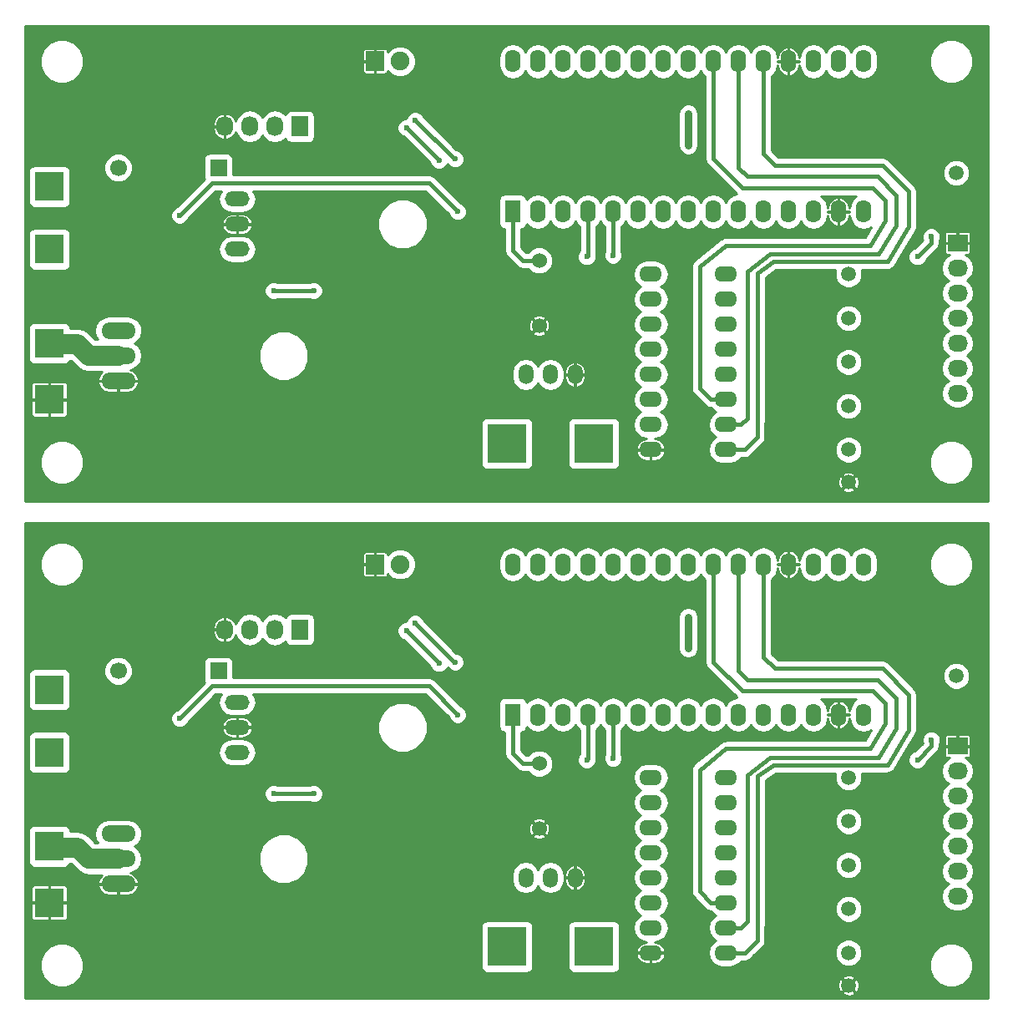
<source format=gbr>
G04 #@! TF.FileFunction,Copper,L2,Bot,Signal*
%FSLAX46Y46*%
G04 Gerber Fmt 4.6, Leading zero omitted, Abs format (unit mm)*
G04 Created by KiCad (PCBNEW 4.0.4-stable) date 11/17/16 13:37:45*
%MOMM*%
%LPD*%
G01*
G04 APERTURE LIST*
%ADD10C,0.100000*%
%ADD11C,1.500000*%
%ADD12R,3.000000X3.000000*%
%ADD13C,1.524000*%
%ADD14O,2.300000X1.600000*%
%ADD15R,1.574800X2.286000*%
%ADD16O,1.574800X2.286000*%
%ADD17O,2.499360X1.501140*%
%ADD18O,1.524000X2.000000*%
%ADD19R,4.000000X4.000000*%
%ADD20O,3.500120X1.699260*%
%ADD21R,2.032000X1.727200*%
%ADD22O,2.032000X1.727200*%
%ADD23R,1.727200X2.032000*%
%ADD24O,1.727200X2.032000*%
%ADD25R,1.900000X2.000000*%
%ADD26C,1.900000*%
%ADD27C,1.699260*%
%ADD28R,1.699260X1.699260*%
%ADD29C,0.600000*%
%ADD30C,0.406400*%
%ADD31C,2.032000*%
%ADD32C,0.762000*%
%ADD33C,0.254000*%
G04 APERTURE END LIST*
D10*
D11*
X95123000Y84147000D03*
X84201000Y56080000D03*
X84201000Y60525000D03*
X84201000Y64970000D03*
X84201000Y69415000D03*
X84201000Y73860000D03*
X84201000Y52778000D03*
D12*
X3175000Y61160000D03*
X3175000Y66875000D03*
X3175000Y82750000D03*
X3175000Y76400000D03*
D13*
X52832000Y75255000D03*
X52832000Y68655000D03*
D14*
X64135000Y73860000D03*
X64135000Y71320000D03*
X64135000Y68780000D03*
X64135000Y66240000D03*
X64135000Y63700000D03*
X64135000Y61160000D03*
X64135000Y58620000D03*
X64135000Y56080000D03*
X71755000Y56080000D03*
X71755000Y58620000D03*
X71755000Y61160000D03*
X71755000Y63700000D03*
X71755000Y66240000D03*
X71755000Y68780000D03*
X71755000Y71320000D03*
X71755000Y73860000D03*
D15*
X50165000Y80210000D03*
D16*
X52705000Y80210000D03*
X55245000Y80210000D03*
X57785000Y80210000D03*
X60325000Y80210000D03*
X62865000Y80210000D03*
X65405000Y80210000D03*
X67945000Y80210000D03*
X70485000Y80210000D03*
X73025000Y80210000D03*
X75565000Y80210000D03*
X78105000Y80210000D03*
X80645000Y80210000D03*
X83185000Y80210000D03*
X85725000Y80210000D03*
X85725000Y95450000D03*
X83185000Y95450000D03*
X80645000Y95450000D03*
X78105000Y95450000D03*
X75565000Y95450000D03*
X73025000Y95450000D03*
X70485000Y95450000D03*
X67945000Y95450000D03*
X65405000Y95450000D03*
X62865000Y95450000D03*
X60325000Y95450000D03*
X57785000Y95450000D03*
X55245000Y95450000D03*
X52705000Y95450000D03*
X50165000Y95450000D03*
D17*
X22225000Y78940000D03*
X22225000Y81480000D03*
X22225000Y76400000D03*
D18*
X56475000Y63700000D03*
X53975000Y63700000D03*
X51475000Y63700000D03*
D19*
X49575000Y56700000D03*
X58375000Y56700000D03*
D20*
X10160000Y65605000D03*
X10160000Y68145000D03*
X10160000Y63065000D03*
D21*
X95250000Y77035000D03*
D22*
X95250000Y74495000D03*
X95250000Y71955000D03*
X95250000Y69415000D03*
X95250000Y66875000D03*
X95250000Y64335000D03*
X95250000Y61795000D03*
D23*
X28575000Y88846000D03*
D24*
X26035000Y88846000D03*
X23495000Y88846000D03*
X20955000Y88846000D03*
D25*
X36195000Y95450000D03*
D26*
X38735000Y95450000D03*
D27*
X10159480Y84652460D03*
D28*
X20319480Y84652460D03*
D27*
X10159480Y33652460D03*
D28*
X20319480Y33652460D03*
D25*
X36195000Y44450000D03*
D26*
X38735000Y44450000D03*
D23*
X28575000Y37846000D03*
D24*
X26035000Y37846000D03*
X23495000Y37846000D03*
X20955000Y37846000D03*
D21*
X95250000Y26035000D03*
D22*
X95250000Y23495000D03*
X95250000Y20955000D03*
X95250000Y18415000D03*
X95250000Y15875000D03*
X95250000Y13335000D03*
X95250000Y10795000D03*
D20*
X10160000Y14605000D03*
X10160000Y17145000D03*
X10160000Y12065000D03*
D18*
X56475000Y12700000D03*
X53975000Y12700000D03*
X51475000Y12700000D03*
D19*
X49575000Y5700000D03*
X58375000Y5700000D03*
D17*
X22225000Y27940000D03*
X22225000Y30480000D03*
X22225000Y25400000D03*
D15*
X50165000Y29210000D03*
D16*
X52705000Y29210000D03*
X55245000Y29210000D03*
X57785000Y29210000D03*
X60325000Y29210000D03*
X62865000Y29210000D03*
X65405000Y29210000D03*
X67945000Y29210000D03*
X70485000Y29210000D03*
X73025000Y29210000D03*
X75565000Y29210000D03*
X78105000Y29210000D03*
X80645000Y29210000D03*
X83185000Y29210000D03*
X85725000Y29210000D03*
X85725000Y44450000D03*
X83185000Y44450000D03*
X80645000Y44450000D03*
X78105000Y44450000D03*
X75565000Y44450000D03*
X73025000Y44450000D03*
X70485000Y44450000D03*
X67945000Y44450000D03*
X65405000Y44450000D03*
X62865000Y44450000D03*
X60325000Y44450000D03*
X57785000Y44450000D03*
X55245000Y44450000D03*
X52705000Y44450000D03*
X50165000Y44450000D03*
D14*
X64135000Y22860000D03*
X64135000Y20320000D03*
X64135000Y17780000D03*
X64135000Y15240000D03*
X64135000Y12700000D03*
X64135000Y10160000D03*
X64135000Y7620000D03*
X64135000Y5080000D03*
X71755000Y5080000D03*
X71755000Y7620000D03*
X71755000Y10160000D03*
X71755000Y12700000D03*
X71755000Y15240000D03*
X71755000Y17780000D03*
X71755000Y20320000D03*
X71755000Y22860000D03*
D13*
X52832000Y24255000D03*
X52832000Y17655000D03*
D12*
X3175000Y25400000D03*
X3175000Y31750000D03*
X3175000Y15875000D03*
X3175000Y10160000D03*
D11*
X84201000Y1778000D03*
X84201000Y22860000D03*
X84201000Y18415000D03*
X84201000Y13970000D03*
X84201000Y9525000D03*
X84201000Y5080000D03*
X95123000Y33147000D03*
D29*
X77470000Y73860000D03*
X77470000Y64970000D03*
X77470000Y60525000D03*
X77470000Y56080000D03*
X77470000Y69415000D03*
X77470000Y18415000D03*
X77470000Y5080000D03*
X77470000Y9525000D03*
X77470000Y13970000D03*
X77470000Y22860000D03*
X29972000Y72209000D03*
X25908000Y72209000D03*
X91186000Y75638000D03*
X92583000Y77670000D03*
X92583000Y26670000D03*
X91186000Y24638000D03*
X25908000Y21209000D03*
X29972000Y21209000D03*
X39370000Y88719000D03*
X42672000Y85417000D03*
X42672000Y34417000D03*
X39370000Y37719000D03*
X44323000Y85544000D03*
X40259000Y89481000D03*
X40259000Y38481000D03*
X44323000Y34544000D03*
X16383000Y79829000D03*
X44577000Y80210000D03*
X44577000Y29210000D03*
X16383000Y28829000D03*
X57658000Y75638000D03*
X57658000Y24638000D03*
X60325000Y75765000D03*
X60325000Y24765000D03*
X67945000Y86941000D03*
X67945000Y90116000D03*
X67945000Y39116000D03*
X67945000Y35941000D03*
D30*
X29972000Y72209000D02*
X25908000Y72209000D01*
X91186000Y75638000D02*
X92583000Y77035000D01*
X92583000Y77035000D02*
X92583000Y77670000D01*
X92583000Y26035000D02*
X92583000Y26670000D01*
X91186000Y24638000D02*
X92583000Y26035000D01*
X29972000Y21209000D02*
X25908000Y21209000D01*
X39370000Y88719000D02*
X42672000Y85417000D01*
X39370000Y37719000D02*
X42672000Y34417000D01*
X44196000Y85544000D02*
X44323000Y85544000D01*
X40259000Y89481000D02*
X44196000Y85544000D01*
X40259000Y38481000D02*
X44196000Y34544000D01*
X44196000Y34544000D02*
X44323000Y34544000D01*
D31*
X3300000Y66750000D02*
X3175000Y66875000D01*
X7185000Y65605000D02*
X6040000Y66750000D01*
X6040000Y66750000D02*
X3300000Y66750000D01*
X10160000Y65605000D02*
X7185000Y65605000D01*
X10160000Y14605000D02*
X7185000Y14605000D01*
X6040000Y15750000D02*
X3300000Y15750000D01*
X7185000Y14605000D02*
X6040000Y15750000D01*
X3300000Y15750000D02*
X3175000Y15875000D01*
D30*
X16383000Y79829000D02*
X19685000Y83131000D01*
X19685000Y83131000D02*
X41656000Y83131000D01*
X41656000Y83131000D02*
X44577000Y80210000D01*
X41656000Y32131000D02*
X44577000Y29210000D01*
X19685000Y32131000D02*
X41656000Y32131000D01*
X16383000Y28829000D02*
X19685000Y32131000D01*
X57658000Y75638000D02*
X57785000Y75765000D01*
X57785000Y75765000D02*
X57785000Y80210000D01*
X57785000Y24765000D02*
X57785000Y29210000D01*
X57658000Y24638000D02*
X57785000Y24765000D01*
X60325000Y75765000D02*
X60325000Y80210000D01*
X60325000Y24765000D02*
X60325000Y29210000D01*
X75565000Y86052000D02*
X76708000Y84909000D01*
X76708000Y84909000D02*
X87630000Y84909000D01*
X87630000Y84909000D02*
X90297000Y82242000D01*
X90297000Y82242000D02*
X90297000Y78686000D01*
X90297000Y78686000D02*
X88138000Y75130000D01*
X88138000Y75130000D02*
X76581000Y75130000D01*
X76581000Y75130000D02*
X74992261Y73986767D01*
X74992261Y73986767D02*
X74930000Y57350000D01*
X74930000Y57350000D02*
X73660000Y56080000D01*
X73660000Y56080000D02*
X71755000Y56080000D01*
X75565000Y95450000D02*
X75565000Y86052000D01*
X75565000Y44450000D02*
X75565000Y35052000D01*
X73660000Y5080000D02*
X71755000Y5080000D01*
X74930000Y6350000D02*
X73660000Y5080000D01*
X74992261Y22986767D02*
X74930000Y6350000D01*
X76581000Y24130000D02*
X74992261Y22986767D01*
X88138000Y24130000D02*
X76581000Y24130000D01*
X90297000Y27686000D02*
X88138000Y24130000D01*
X90297000Y31242000D02*
X90297000Y27686000D01*
X87630000Y33909000D02*
X90297000Y31242000D01*
X76708000Y33909000D02*
X87630000Y33909000D01*
X75565000Y35052000D02*
X76708000Y33909000D01*
X73025000Y84655000D02*
X73914000Y83766000D01*
X73914000Y83766000D02*
X87122000Y83766000D01*
X87122000Y83766000D02*
X89027000Y81861000D01*
X89027000Y81861000D02*
X89027000Y78813000D01*
X89027000Y78813000D02*
X87249000Y75892000D01*
X87249000Y75892000D02*
X76200000Y75892000D01*
X76200000Y75892000D02*
X73914000Y74114000D01*
X73914000Y74114000D02*
X73914000Y59255000D01*
X73914000Y59255000D02*
X73279000Y58620000D01*
X73279000Y58620000D02*
X71755000Y58620000D01*
X73025000Y95450000D02*
X73025000Y84655000D01*
X73025000Y44450000D02*
X73025000Y33655000D01*
X73279000Y7620000D02*
X71755000Y7620000D01*
X73914000Y8255000D02*
X73279000Y7620000D01*
X73914000Y23114000D02*
X73914000Y8255000D01*
X76200000Y24892000D02*
X73914000Y23114000D01*
X87249000Y24892000D02*
X76200000Y24892000D01*
X89027000Y27813000D02*
X87249000Y24892000D01*
X89027000Y30861000D02*
X89027000Y27813000D01*
X87122000Y32766000D02*
X89027000Y30861000D01*
X73914000Y32766000D02*
X87122000Y32766000D01*
X73025000Y33655000D02*
X73914000Y32766000D01*
X70485000Y85544000D02*
X73406000Y82623000D01*
X73406000Y82623000D02*
X86614000Y82623000D01*
X86614000Y82623000D02*
X87884000Y81353000D01*
X87884000Y81353000D02*
X87884000Y79321000D01*
X87884000Y79321000D02*
X86360082Y76770751D01*
X86360082Y76770751D02*
X71755000Y76781000D01*
X71755000Y76781000D02*
X69088000Y74622000D01*
X69088000Y74622000D02*
X69088000Y62303000D01*
X69088000Y62303000D02*
X70231000Y61160000D01*
X70231000Y61160000D02*
X71755000Y61160000D01*
X70485000Y95450000D02*
X70485000Y85544000D01*
X70485000Y44450000D02*
X70485000Y34544000D01*
X70231000Y10160000D02*
X71755000Y10160000D01*
X69088000Y11303000D02*
X70231000Y10160000D01*
X69088000Y23622000D02*
X69088000Y11303000D01*
X71755000Y25781000D02*
X69088000Y23622000D01*
X86360082Y25770751D02*
X71755000Y25781000D01*
X87884000Y28321000D02*
X86360082Y25770751D01*
X87884000Y30353000D02*
X87884000Y28321000D01*
X86614000Y31623000D02*
X87884000Y30353000D01*
X73406000Y31623000D02*
X86614000Y31623000D01*
X70485000Y34544000D02*
X73406000Y31623000D01*
D32*
X67945000Y86941000D02*
X67945000Y90116000D01*
X67945000Y35941000D02*
X67945000Y39116000D01*
D30*
X51183000Y75255000D02*
X50165000Y76273000D01*
X50165000Y76273000D02*
X50165000Y80210000D01*
X52832000Y75255000D02*
X51183000Y75255000D01*
X52832000Y24255000D02*
X51183000Y24255000D01*
X50165000Y25273000D02*
X50165000Y29210000D01*
X51183000Y24255000D02*
X50165000Y25273000D01*
D33*
G36*
X98330000Y460000D02*
X750000Y460000D01*
X750000Y1039855D01*
X83498776Y1039855D01*
X83574356Y872287D01*
X83968658Y701424D01*
X84398332Y694459D01*
X84797964Y852454D01*
X84827644Y872287D01*
X84903224Y1039855D01*
X84201000Y1742079D01*
X83498776Y1039855D01*
X750000Y1039855D01*
X750000Y3367381D01*
X2209613Y3367381D01*
X2549155Y2545628D01*
X3177321Y1916364D01*
X3998481Y1575389D01*
X4887619Y1574613D01*
X4902273Y1580668D01*
X83117459Y1580668D01*
X83275454Y1181036D01*
X83295287Y1151356D01*
X83462855Y1075776D01*
X84165079Y1778000D01*
X84236921Y1778000D01*
X84939145Y1075776D01*
X85106713Y1151356D01*
X85277576Y1545658D01*
X85284541Y1975332D01*
X85126546Y2374964D01*
X85106713Y2404644D01*
X84939145Y2480224D01*
X84236921Y1778000D01*
X84165079Y1778000D01*
X83462855Y2480224D01*
X83295287Y2404644D01*
X83124424Y2010342D01*
X83117459Y1580668D01*
X4902273Y1580668D01*
X5709372Y1914155D01*
X6312414Y2516145D01*
X83498776Y2516145D01*
X84201000Y1813921D01*
X84903224Y2516145D01*
X84827644Y2683713D01*
X84433342Y2854576D01*
X84003668Y2861541D01*
X83604036Y2703546D01*
X83574356Y2683713D01*
X83498776Y2516145D01*
X6312414Y2516145D01*
X6338636Y2542321D01*
X6679611Y3363481D01*
X6680387Y4252619D01*
X6340845Y5074372D01*
X5712679Y5703636D01*
X4891519Y6044611D01*
X4002381Y6045387D01*
X3180628Y5705845D01*
X2551364Y5077679D01*
X2210389Y4256519D01*
X2209613Y3367381D01*
X750000Y3367381D01*
X750000Y7700000D01*
X46927560Y7700000D01*
X46927560Y3700000D01*
X46971838Y3464683D01*
X47110910Y3248559D01*
X47323110Y3103569D01*
X47575000Y3052560D01*
X51575000Y3052560D01*
X51810317Y3096838D01*
X52026441Y3235910D01*
X52171431Y3448110D01*
X52222440Y3700000D01*
X52222440Y7700000D01*
X55727560Y7700000D01*
X55727560Y3700000D01*
X55771838Y3464683D01*
X55910910Y3248559D01*
X56123110Y3103569D01*
X56375000Y3052560D01*
X60375000Y3052560D01*
X60610317Y3096838D01*
X60826441Y3235910D01*
X60916271Y3367381D01*
X92379613Y3367381D01*
X92719155Y2545628D01*
X93347321Y1916364D01*
X94168481Y1575389D01*
X95057619Y1574613D01*
X95879372Y1914155D01*
X96508636Y2542321D01*
X96849611Y3363481D01*
X96850387Y4252619D01*
X96510845Y5074372D01*
X95882679Y5703636D01*
X95061519Y6044611D01*
X94172381Y6045387D01*
X93350628Y5705845D01*
X92721364Y5077679D01*
X92380389Y4256519D01*
X92379613Y3367381D01*
X60916271Y3367381D01*
X60971431Y3448110D01*
X61022440Y3700000D01*
X61022440Y4878155D01*
X62672970Y4878155D01*
X62731112Y4670958D01*
X62967868Y4298789D01*
X63329025Y4045552D01*
X63759600Y3949800D01*
X64109600Y3949800D01*
X64109600Y5054600D01*
X64160400Y5054600D01*
X64160400Y3949800D01*
X64510400Y3949800D01*
X64940975Y4045552D01*
X65302132Y4298789D01*
X65538888Y4670958D01*
X65597030Y4878155D01*
X65532342Y5054600D01*
X64160400Y5054600D01*
X64109600Y5054600D01*
X62737658Y5054600D01*
X62672970Y4878155D01*
X61022440Y4878155D01*
X61022440Y7700000D01*
X60978162Y7935317D01*
X60839090Y8151441D01*
X60626890Y8296431D01*
X60375000Y8347440D01*
X56375000Y8347440D01*
X56139683Y8303162D01*
X55923559Y8164090D01*
X55778569Y7951890D01*
X55727560Y7700000D01*
X52222440Y7700000D01*
X52178162Y7935317D01*
X52039090Y8151441D01*
X51826890Y8296431D01*
X51575000Y8347440D01*
X47575000Y8347440D01*
X47339683Y8303162D01*
X47123559Y8164090D01*
X46978569Y7951890D01*
X46927560Y7700000D01*
X750000Y7700000D01*
X750000Y10052050D01*
X1344800Y10052050D01*
X1344800Y8594319D01*
X1395070Y8472957D01*
X1487957Y8380070D01*
X1609319Y8329800D01*
X3067050Y8329800D01*
X3149600Y8412350D01*
X3149600Y10134600D01*
X3200400Y10134600D01*
X3200400Y8412350D01*
X3282950Y8329800D01*
X4740681Y8329800D01*
X4862043Y8380070D01*
X4954930Y8472957D01*
X5005200Y8594319D01*
X5005200Y10052050D01*
X4922650Y10134600D01*
X3200400Y10134600D01*
X3149600Y10134600D01*
X1427350Y10134600D01*
X1344800Y10052050D01*
X750000Y10052050D01*
X750000Y11725681D01*
X1344800Y11725681D01*
X1344800Y10267950D01*
X1427350Y10185400D01*
X3149600Y10185400D01*
X3149600Y11907650D01*
X3200400Y11907650D01*
X3200400Y10185400D01*
X4922650Y10185400D01*
X5005200Y10267950D01*
X5005200Y11725681D01*
X4954930Y11847043D01*
X4946584Y11855389D01*
X8098509Y11855389D01*
X8159828Y11636965D01*
X8407343Y11248694D01*
X8784602Y10984699D01*
X9234170Y10885170D01*
X10134600Y10885170D01*
X10134600Y12039600D01*
X10185400Y12039600D01*
X10185400Y10885170D01*
X11085830Y10885170D01*
X11535398Y10984699D01*
X11912657Y11248694D01*
X12160172Y11636965D01*
X12221491Y11855389D01*
X12157416Y12039600D01*
X10185400Y12039600D01*
X10134600Y12039600D01*
X8162584Y12039600D01*
X8098509Y11855389D01*
X4946584Y11855389D01*
X4862043Y11939930D01*
X4740681Y11990200D01*
X3282950Y11990200D01*
X3200400Y11907650D01*
X3149600Y11907650D01*
X3067050Y11990200D01*
X1609319Y11990200D01*
X1487957Y11939930D01*
X1395070Y11847043D01*
X1344800Y11725681D01*
X750000Y11725681D01*
X750000Y17375000D01*
X1027560Y17375000D01*
X1027560Y14375000D01*
X1071838Y14139683D01*
X1210910Y13923559D01*
X1423110Y13778569D01*
X1675000Y13727560D01*
X4675000Y13727560D01*
X4910317Y13771838D01*
X5126441Y13910910D01*
X5254957Y14099000D01*
X5356134Y14099000D01*
X6017567Y13437566D01*
X6553190Y13079675D01*
X7185000Y12954000D01*
X8511226Y12954000D01*
X8407343Y12881306D01*
X8159828Y12493035D01*
X8098509Y12274611D01*
X8162584Y12090400D01*
X10134600Y12090400D01*
X10134600Y12110400D01*
X10185400Y12110400D01*
X10185400Y12090400D01*
X12157416Y12090400D01*
X12221491Y12274611D01*
X12160172Y12493035D01*
X11912657Y12881306D01*
X11535398Y13145301D01*
X11392044Y13177038D01*
X11675299Y13233381D01*
X12156948Y13555208D01*
X12478775Y14036857D01*
X12491928Y14102985D01*
X24388641Y14102985D01*
X24773746Y13170959D01*
X25486208Y12457252D01*
X26417561Y12070521D01*
X27426015Y12069641D01*
X28358041Y12454746D01*
X28874227Y12970032D01*
X50078000Y12970032D01*
X50078000Y12429968D01*
X50184340Y11895359D01*
X50487172Y11442140D01*
X50940391Y11139308D01*
X51475000Y11032968D01*
X52009609Y11139308D01*
X52462828Y11442140D01*
X52725000Y11834507D01*
X52987172Y11442140D01*
X53440391Y11139308D01*
X53975000Y11032968D01*
X54509609Y11139308D01*
X54962828Y11442140D01*
X55265660Y11895359D01*
X55372000Y12429968D01*
X55372000Y12674600D01*
X55382800Y12674600D01*
X55382800Y12436600D01*
X55475659Y12020567D01*
X55720658Y11671738D01*
X56080499Y11443219D01*
X56279101Y11387512D01*
X56449600Y11452670D01*
X56449600Y12674600D01*
X56500400Y12674600D01*
X56500400Y11452670D01*
X56670899Y11387512D01*
X56869501Y11443219D01*
X57229342Y11671738D01*
X57474341Y12020567D01*
X57567200Y12436600D01*
X57567200Y12674600D01*
X56500400Y12674600D01*
X56449600Y12674600D01*
X55382800Y12674600D01*
X55372000Y12674600D01*
X55372000Y12963400D01*
X55382800Y12963400D01*
X55382800Y12725400D01*
X56449600Y12725400D01*
X56449600Y13947330D01*
X56500400Y13947330D01*
X56500400Y12725400D01*
X57567200Y12725400D01*
X57567200Y12963400D01*
X57474341Y13379433D01*
X57229342Y13728262D01*
X56869501Y13956781D01*
X56670899Y14012488D01*
X56500400Y13947330D01*
X56449600Y13947330D01*
X56279101Y14012488D01*
X56080499Y13956781D01*
X55720658Y13728262D01*
X55475659Y13379433D01*
X55382800Y12963400D01*
X55372000Y12963400D01*
X55372000Y12970032D01*
X55265660Y13504641D01*
X54962828Y13957860D01*
X54509609Y14260692D01*
X53975000Y14367032D01*
X53440391Y14260692D01*
X52987172Y13957860D01*
X52725000Y13565493D01*
X52462828Y13957860D01*
X52009609Y14260692D01*
X51475000Y14367032D01*
X50940391Y14260692D01*
X50487172Y13957860D01*
X50184340Y13504641D01*
X50078000Y12970032D01*
X28874227Y12970032D01*
X29071748Y13167208D01*
X29458479Y14098561D01*
X29459359Y15107015D01*
X29074254Y16039041D01*
X28361792Y16752748D01*
X27987422Y16908200D01*
X52121122Y16908200D01*
X52198164Y16739386D01*
X52596802Y16566524D01*
X53031248Y16559373D01*
X53435359Y16719022D01*
X53465836Y16739386D01*
X53542878Y16908200D01*
X52832000Y17619079D01*
X52121122Y16908200D01*
X27987422Y16908200D01*
X27430439Y17139479D01*
X26421985Y17140359D01*
X25489959Y16755254D01*
X24776252Y16042792D01*
X24389521Y15111439D01*
X24388641Y14102985D01*
X12491928Y14102985D01*
X12591786Y14605000D01*
X12478775Y15173143D01*
X12156948Y15654792D01*
X11827383Y15875000D01*
X12156948Y16095208D01*
X12478775Y16576857D01*
X12591786Y17145000D01*
X12529974Y17455752D01*
X51736373Y17455752D01*
X51896022Y17051641D01*
X51916386Y17021164D01*
X52085200Y16944122D01*
X52796079Y17655000D01*
X52867921Y17655000D01*
X53578800Y16944122D01*
X53747614Y17021164D01*
X53920476Y17419802D01*
X53927627Y17854248D01*
X53767978Y18258359D01*
X53747614Y18288836D01*
X53578800Y18365878D01*
X52867921Y17655000D01*
X52796079Y17655000D01*
X52085200Y18365878D01*
X51916386Y18288836D01*
X51743524Y17890198D01*
X51736373Y17455752D01*
X12529974Y17455752D01*
X12478775Y17713143D01*
X12156948Y18194792D01*
X11847139Y18401800D01*
X52121122Y18401800D01*
X52832000Y17690921D01*
X53542878Y18401800D01*
X53465836Y18570614D01*
X53067198Y18743476D01*
X52632752Y18750627D01*
X52228641Y18590978D01*
X52198164Y18570614D01*
X52121122Y18401800D01*
X11847139Y18401800D01*
X11675299Y18516619D01*
X11107156Y18629630D01*
X9212844Y18629630D01*
X8644701Y18516619D01*
X8163052Y18194792D01*
X7841225Y17713143D01*
X7728214Y17145000D01*
X7841225Y16576857D01*
X8055614Y16256000D01*
X7868867Y16256000D01*
X7207433Y16917433D01*
X6671811Y17275325D01*
X6040000Y17401000D01*
X5317548Y17401000D01*
X5278162Y17610317D01*
X5139090Y17826441D01*
X4926890Y17971431D01*
X4675000Y18022440D01*
X1675000Y18022440D01*
X1439683Y17978162D01*
X1223559Y17839090D01*
X1078569Y17626890D01*
X1027560Y17375000D01*
X750000Y17375000D01*
X750000Y21023833D01*
X24972838Y21023833D01*
X25114883Y20680057D01*
X25377673Y20416808D01*
X25721201Y20274162D01*
X26093167Y20273838D01*
X26327834Y20370800D01*
X29552472Y20370800D01*
X29785201Y20274162D01*
X30157167Y20273838D01*
X30500943Y20415883D01*
X30764192Y20678673D01*
X30906838Y21022201D01*
X30907162Y21394167D01*
X30765117Y21737943D01*
X30502327Y22001192D01*
X30158799Y22143838D01*
X29786833Y22144162D01*
X29552166Y22047200D01*
X26327528Y22047200D01*
X26094799Y22143838D01*
X25722833Y22144162D01*
X25379057Y22002117D01*
X25115808Y21739327D01*
X24973162Y21395799D01*
X24972838Y21023833D01*
X750000Y21023833D01*
X750000Y26900000D01*
X1027560Y26900000D01*
X1027560Y23900000D01*
X1071838Y23664683D01*
X1210910Y23448559D01*
X1423110Y23303569D01*
X1675000Y23252560D01*
X4675000Y23252560D01*
X4910317Y23296838D01*
X5126441Y23435910D01*
X5271431Y23648110D01*
X5322440Y23900000D01*
X5322440Y25400000D01*
X20303397Y25400000D01*
X20408867Y24869765D01*
X20709221Y24420254D01*
X21158732Y24119900D01*
X21688967Y24014430D01*
X22761033Y24014430D01*
X23291268Y24119900D01*
X23740779Y24420254D01*
X24041133Y24869765D01*
X24146603Y25400000D01*
X24041133Y25930235D01*
X23740779Y26379746D01*
X23291268Y26680100D01*
X22761033Y26785570D01*
X21688967Y26785570D01*
X21158732Y26680100D01*
X20709221Y26379746D01*
X20408867Y25930235D01*
X20303397Y25400000D01*
X5322440Y25400000D01*
X5322440Y26900000D01*
X5278162Y27135317D01*
X5139090Y27351441D01*
X4926890Y27496431D01*
X4675000Y27547440D01*
X1675000Y27547440D01*
X1439683Y27503162D01*
X1223559Y27364090D01*
X1078569Y27151890D01*
X1027560Y26900000D01*
X750000Y26900000D01*
X750000Y27745890D01*
X20662695Y27745890D01*
X20717669Y27549874D01*
X20943710Y27193741D01*
X21288831Y26951219D01*
X21700490Y26859230D01*
X22199600Y26859230D01*
X22199600Y27914600D01*
X22250400Y27914600D01*
X22250400Y26859230D01*
X22749510Y26859230D01*
X23161169Y26951219D01*
X23506290Y27193741D01*
X23661313Y27437985D01*
X36453641Y27437985D01*
X36838746Y26505959D01*
X37551208Y25792252D01*
X38482561Y25405521D01*
X39491015Y25404641D01*
X40423041Y25789746D01*
X41136748Y26502208D01*
X41523479Y27433561D01*
X41524359Y28442015D01*
X41139254Y29374041D01*
X40426792Y30087748D01*
X39495439Y30474479D01*
X38486985Y30475359D01*
X37554959Y30090254D01*
X36841252Y29377792D01*
X36454521Y28446439D01*
X36453641Y27437985D01*
X23661313Y27437985D01*
X23732331Y27549874D01*
X23787305Y27745890D01*
X23722007Y27914600D01*
X22250400Y27914600D01*
X22199600Y27914600D01*
X20727993Y27914600D01*
X20662695Y27745890D01*
X750000Y27745890D01*
X750000Y28643833D01*
X15447838Y28643833D01*
X15589883Y28300057D01*
X15852673Y28036808D01*
X16196201Y27894162D01*
X16568167Y27893838D01*
X16911943Y28035883D01*
X17010341Y28134110D01*
X20662695Y28134110D01*
X20727993Y27965400D01*
X22199600Y27965400D01*
X22199600Y29020770D01*
X22250400Y29020770D01*
X22250400Y27965400D01*
X23722007Y27965400D01*
X23787305Y28134110D01*
X23732331Y28330126D01*
X23506290Y28686259D01*
X23161169Y28928781D01*
X22749510Y29020770D01*
X22250400Y29020770D01*
X22199600Y29020770D01*
X21700490Y29020770D01*
X21288831Y28928781D01*
X20943710Y28686259D01*
X20717669Y28330126D01*
X20662695Y28134110D01*
X17010341Y28134110D01*
X17175192Y28298673D01*
X17272564Y28533170D01*
X20032194Y31292800D01*
X20597671Y31292800D01*
X20408867Y31010235D01*
X20303397Y30480000D01*
X20408867Y29949765D01*
X20709221Y29500254D01*
X21158732Y29199900D01*
X21688967Y29094430D01*
X22761033Y29094430D01*
X23291268Y29199900D01*
X23740779Y29500254D01*
X24041133Y29949765D01*
X24146603Y30480000D01*
X24041133Y31010235D01*
X23852329Y31292800D01*
X41308806Y31292800D01*
X43687652Y28913954D01*
X43783883Y28681057D01*
X44046673Y28417808D01*
X44390201Y28275162D01*
X44762167Y28274838D01*
X45105943Y28416883D01*
X45369192Y28679673D01*
X45511838Y29023201D01*
X45512162Y29395167D01*
X45370117Y29738943D01*
X45107327Y30002192D01*
X44872830Y30099564D01*
X44619394Y30353000D01*
X48730160Y30353000D01*
X48730160Y28067000D01*
X48774438Y27831683D01*
X48913510Y27615559D01*
X49125710Y27470569D01*
X49326800Y27429847D01*
X49326800Y25273000D01*
X49390604Y24952234D01*
X49572303Y24680303D01*
X50590303Y23662303D01*
X50862235Y23480604D01*
X51183000Y23416800D01*
X51694803Y23416800D01*
X52039630Y23071371D01*
X52552900Y22858243D01*
X53108661Y22857758D01*
X53114087Y22860000D01*
X62315030Y22860000D01*
X62424263Y22310849D01*
X62735332Y21845302D01*
X63117418Y21590000D01*
X62735332Y21334698D01*
X62424263Y20869151D01*
X62315030Y20320000D01*
X62424263Y19770849D01*
X62735332Y19305302D01*
X63117418Y19050000D01*
X62735332Y18794698D01*
X62424263Y18329151D01*
X62315030Y17780000D01*
X62424263Y17230849D01*
X62735332Y16765302D01*
X63117418Y16510000D01*
X62735332Y16254698D01*
X62424263Y15789151D01*
X62315030Y15240000D01*
X62424263Y14690849D01*
X62735332Y14225302D01*
X63117418Y13970000D01*
X62735332Y13714698D01*
X62424263Y13249151D01*
X62315030Y12700000D01*
X62424263Y12150849D01*
X62735332Y11685302D01*
X63117418Y11430000D01*
X62735332Y11174698D01*
X62424263Y10709151D01*
X62315030Y10160000D01*
X62424263Y9610849D01*
X62735332Y9145302D01*
X63117418Y8890000D01*
X62735332Y8634698D01*
X62424263Y8169151D01*
X62315030Y7620000D01*
X62424263Y7070849D01*
X62735332Y6605302D01*
X63200879Y6294233D01*
X63695266Y6195893D01*
X63329025Y6114448D01*
X62967868Y5861211D01*
X62731112Y5489042D01*
X62672970Y5281845D01*
X62737658Y5105400D01*
X64109600Y5105400D01*
X64109600Y5125400D01*
X64160400Y5125400D01*
X64160400Y5105400D01*
X65532342Y5105400D01*
X65597030Y5281845D01*
X65538888Y5489042D01*
X65302132Y5861211D01*
X64940975Y6114448D01*
X64574734Y6195893D01*
X65069121Y6294233D01*
X65534668Y6605302D01*
X65845737Y7070849D01*
X65954970Y7620000D01*
X65845737Y8169151D01*
X65534668Y8634698D01*
X65152582Y8890000D01*
X65534668Y9145302D01*
X65845737Y9610849D01*
X65954970Y10160000D01*
X65845737Y10709151D01*
X65534668Y11174698D01*
X65152582Y11430000D01*
X65534668Y11685302D01*
X65845737Y12150849D01*
X65954970Y12700000D01*
X65845737Y13249151D01*
X65534668Y13714698D01*
X65152582Y13970000D01*
X65534668Y14225302D01*
X65845737Y14690849D01*
X65954970Y15240000D01*
X65845737Y15789151D01*
X65534668Y16254698D01*
X65152582Y16510000D01*
X65534668Y16765302D01*
X65845737Y17230849D01*
X65954970Y17780000D01*
X65845737Y18329151D01*
X65534668Y18794698D01*
X65152582Y19050000D01*
X65534668Y19305302D01*
X65845737Y19770849D01*
X65954970Y20320000D01*
X65845737Y20869151D01*
X65534668Y21334698D01*
X65152582Y21590000D01*
X65534668Y21845302D01*
X65845737Y22310849D01*
X65954970Y22860000D01*
X65845737Y23409151D01*
X65534668Y23874698D01*
X65069121Y24185767D01*
X64519970Y24295000D01*
X63750030Y24295000D01*
X63200879Y24185767D01*
X62735332Y23874698D01*
X62424263Y23409151D01*
X62315030Y22860000D01*
X53114087Y22860000D01*
X53622303Y23069990D01*
X54015629Y23462630D01*
X54228757Y23975900D01*
X54229242Y24531661D01*
X54017010Y25045303D01*
X53624370Y25438629D01*
X53111100Y25651757D01*
X52555339Y25652242D01*
X52041697Y25440010D01*
X51694281Y25093200D01*
X51530194Y25093200D01*
X51003200Y25620194D01*
X51003200Y27429119D01*
X51187717Y27463838D01*
X51403841Y27602910D01*
X51548831Y27815110D01*
X51583600Y27986803D01*
X51699211Y27813778D01*
X52160671Y27505441D01*
X52705000Y27397167D01*
X53249329Y27505441D01*
X53710789Y27813778D01*
X53975000Y28209199D01*
X54239211Y27813778D01*
X54700671Y27505441D01*
X55245000Y27397167D01*
X55789329Y27505441D01*
X56250789Y27813778D01*
X56515000Y28209199D01*
X56779211Y27813778D01*
X56946800Y27701799D01*
X56946800Y25249178D01*
X56865808Y25168327D01*
X56723162Y24824799D01*
X56722838Y24452833D01*
X56864883Y24109057D01*
X57127673Y23845808D01*
X57471201Y23703162D01*
X57843167Y23702838D01*
X58186943Y23844883D01*
X58450192Y24107673D01*
X58592838Y24451201D01*
X58592979Y24613068D01*
X58623200Y24765000D01*
X58623200Y27701799D01*
X58790789Y27813778D01*
X59055000Y28209199D01*
X59319211Y27813778D01*
X59486800Y27701799D01*
X59486800Y25184528D01*
X59390162Y24951799D01*
X59389838Y24579833D01*
X59531883Y24236057D01*
X59794673Y23972808D01*
X60138201Y23830162D01*
X60510167Y23829838D01*
X60853943Y23971883D01*
X61117192Y24234673D01*
X61259838Y24578201D01*
X61260162Y24950167D01*
X61163200Y25184834D01*
X61163200Y27701799D01*
X61330789Y27813778D01*
X61595000Y28209199D01*
X61859211Y27813778D01*
X62320671Y27505441D01*
X62865000Y27397167D01*
X63409329Y27505441D01*
X63870789Y27813778D01*
X64135000Y28209199D01*
X64399211Y27813778D01*
X64860671Y27505441D01*
X65405000Y27397167D01*
X65949329Y27505441D01*
X66410789Y27813778D01*
X66675000Y28209199D01*
X66939211Y27813778D01*
X67400671Y27505441D01*
X67945000Y27397167D01*
X68489329Y27505441D01*
X68950789Y27813778D01*
X69215000Y28209199D01*
X69479211Y27813778D01*
X69940671Y27505441D01*
X70485000Y27397167D01*
X71029329Y27505441D01*
X71490789Y27813778D01*
X71755000Y28209199D01*
X72019211Y27813778D01*
X72480671Y27505441D01*
X73025000Y27397167D01*
X73569329Y27505441D01*
X74030789Y27813778D01*
X74295000Y28209199D01*
X74559211Y27813778D01*
X75020671Y27505441D01*
X75565000Y27397167D01*
X76109329Y27505441D01*
X76570789Y27813778D01*
X76835000Y28209199D01*
X77099211Y27813778D01*
X77560671Y27505441D01*
X78105000Y27397167D01*
X78649329Y27505441D01*
X79110789Y27813778D01*
X79375000Y28209199D01*
X79639211Y27813778D01*
X80100671Y27505441D01*
X80645000Y27397167D01*
X81189329Y27505441D01*
X81650789Y27813778D01*
X81959126Y28275238D01*
X82067400Y28819567D01*
X82067400Y28829000D01*
X82162192Y28403246D01*
X82412698Y28046176D01*
X82780780Y27812151D01*
X82985127Y27754818D01*
X83159600Y27819662D01*
X83159600Y29184600D01*
X82067400Y29184600D01*
X82067400Y29235400D01*
X83159600Y29235400D01*
X83159600Y30600338D01*
X82985127Y30665182D01*
X82780780Y30607849D01*
X82412698Y30373824D01*
X82162192Y30016754D01*
X82067400Y29591000D01*
X82067400Y29600433D01*
X81959126Y30144762D01*
X81650789Y30606222D01*
X81383528Y30784800D01*
X84986472Y30784800D01*
X84719211Y30606222D01*
X84410874Y30144762D01*
X84302600Y29600433D01*
X84302600Y29591000D01*
X84207808Y30016754D01*
X83957302Y30373824D01*
X83589220Y30607849D01*
X83384873Y30665182D01*
X83210400Y30600338D01*
X83210400Y29235400D01*
X84302600Y29235400D01*
X84302600Y29184600D01*
X83210400Y29184600D01*
X83210400Y27819662D01*
X83384873Y27754818D01*
X83589220Y27812151D01*
X83957302Y28046176D01*
X84207808Y28403246D01*
X84302600Y28829000D01*
X84302600Y28819567D01*
X84410874Y28275238D01*
X84719211Y27813778D01*
X85180671Y27505441D01*
X85725000Y27397167D01*
X86269329Y27505441D01*
X86520491Y27673262D01*
X85884705Y26609285D01*
X71755588Y26619200D01*
X71637225Y26595742D01*
X71517064Y26584720D01*
X71478035Y26564194D01*
X71434779Y26555621D01*
X71334404Y26488655D01*
X71227606Y26432487D01*
X68560606Y24273487D01*
X68532214Y24239360D01*
X68495303Y24214697D01*
X68428428Y24114612D01*
X68351438Y24022071D01*
X68338266Y23979675D01*
X68313604Y23942765D01*
X68290121Y23824707D01*
X68254405Y23709747D01*
X68258460Y23665538D01*
X68249800Y23622000D01*
X68249800Y11303000D01*
X68313604Y10982234D01*
X68495303Y10710303D01*
X69638303Y9567303D01*
X69910234Y9385604D01*
X70231000Y9321800D01*
X70237400Y9321800D01*
X70355332Y9145302D01*
X70737418Y8890000D01*
X70355332Y8634698D01*
X70044263Y8169151D01*
X69935030Y7620000D01*
X70044263Y7070849D01*
X70355332Y6605302D01*
X70737418Y6350000D01*
X70355332Y6094698D01*
X70044263Y5629151D01*
X69935030Y5080000D01*
X70044263Y4530849D01*
X70355332Y4065302D01*
X70820879Y3754233D01*
X71370030Y3645000D01*
X72139970Y3645000D01*
X72689121Y3754233D01*
X73154668Y4065302D01*
X73272600Y4241800D01*
X73660000Y4241800D01*
X73980766Y4305604D01*
X74252697Y4487303D01*
X74571109Y4805715D01*
X82815760Y4805715D01*
X83026169Y4296485D01*
X83415436Y3906539D01*
X83924298Y3695241D01*
X84475285Y3694760D01*
X84984515Y3905169D01*
X85374461Y4294436D01*
X85585759Y4803298D01*
X85586240Y5354285D01*
X85375831Y5863515D01*
X84986564Y6253461D01*
X84477702Y6464759D01*
X83926715Y6465240D01*
X83417485Y6254831D01*
X83027539Y5865564D01*
X82816241Y5356702D01*
X82815760Y4805715D01*
X74571109Y4805715D01*
X75522697Y5757303D01*
X75612718Y5892029D01*
X75703190Y6026339D01*
X75703507Y6027904D01*
X75704396Y6029234D01*
X75736009Y6188163D01*
X75768194Y6346863D01*
X75779061Y9250715D01*
X82815760Y9250715D01*
X83026169Y8741485D01*
X83415436Y8351539D01*
X83924298Y8140241D01*
X84475285Y8139760D01*
X84984515Y8350169D01*
X85374461Y8739436D01*
X85585759Y9248298D01*
X85586240Y9799285D01*
X85375831Y10308515D01*
X84986564Y10698461D01*
X84477702Y10909759D01*
X83926715Y10910240D01*
X83417485Y10699831D01*
X83027539Y10310564D01*
X82816241Y9801702D01*
X82815760Y9250715D01*
X75779061Y9250715D01*
X75795695Y13695715D01*
X82815760Y13695715D01*
X83026169Y13186485D01*
X83415436Y12796539D01*
X83924298Y12585241D01*
X84475285Y12584760D01*
X84984515Y12795169D01*
X85374461Y13184436D01*
X85585759Y13693298D01*
X85586240Y14244285D01*
X85375831Y14753515D01*
X84986564Y15143461D01*
X84477702Y15354759D01*
X83926715Y15355240D01*
X83417485Y15144831D01*
X83027539Y14755564D01*
X82816241Y14246702D01*
X82815760Y13695715D01*
X75795695Y13695715D01*
X75812330Y18140715D01*
X82815760Y18140715D01*
X83026169Y17631485D01*
X83415436Y17241539D01*
X83924298Y17030241D01*
X84475285Y17029760D01*
X84984515Y17240169D01*
X85374461Y17629436D01*
X85585759Y18138298D01*
X85586240Y18689285D01*
X85375831Y19198515D01*
X84986564Y19588461D01*
X84477702Y19799759D01*
X83926715Y19800240D01*
X83417485Y19589831D01*
X83027539Y19200564D01*
X82816241Y18691702D01*
X82815760Y18140715D01*
X75812330Y18140715D01*
X75828855Y22556112D01*
X76851233Y23291800D01*
X82880643Y23291800D01*
X82816241Y23136702D01*
X82815760Y22585715D01*
X83026169Y22076485D01*
X83415436Y21686539D01*
X83924298Y21475241D01*
X84475285Y21474760D01*
X84984515Y21685169D01*
X85374461Y22074436D01*
X85585759Y22583298D01*
X85586240Y23134285D01*
X85521156Y23291800D01*
X88138000Y23291800D01*
X88236597Y23311412D01*
X88337033Y23315773D01*
X88395501Y23343020D01*
X88458765Y23355604D01*
X88542351Y23411454D01*
X88633474Y23453919D01*
X88671135Y23495000D01*
X93566655Y23495000D01*
X93680729Y22921511D01*
X94005585Y22435330D01*
X94320366Y22225000D01*
X94005585Y22014670D01*
X93680729Y21528489D01*
X93566655Y20955000D01*
X93680729Y20381511D01*
X94005585Y19895330D01*
X94320366Y19685000D01*
X94005585Y19474670D01*
X93680729Y18988489D01*
X93566655Y18415000D01*
X93680729Y17841511D01*
X94005585Y17355330D01*
X94320366Y17145000D01*
X94005585Y16934670D01*
X93680729Y16448489D01*
X93566655Y15875000D01*
X93680729Y15301511D01*
X94005585Y14815330D01*
X94320366Y14605000D01*
X94005585Y14394670D01*
X93680729Y13908489D01*
X93566655Y13335000D01*
X93680729Y12761511D01*
X94005585Y12275330D01*
X94320366Y12065000D01*
X94005585Y11854670D01*
X93680729Y11368489D01*
X93566655Y10795000D01*
X93680729Y10221511D01*
X94005585Y9735330D01*
X94491766Y9410474D01*
X95065255Y9296400D01*
X95434745Y9296400D01*
X96008234Y9410474D01*
X96494415Y9735330D01*
X96819271Y10221511D01*
X96933345Y10795000D01*
X96819271Y11368489D01*
X96494415Y11854670D01*
X96179634Y12065000D01*
X96494415Y12275330D01*
X96819271Y12761511D01*
X96933345Y13335000D01*
X96819271Y13908489D01*
X96494415Y14394670D01*
X96179634Y14605000D01*
X96494415Y14815330D01*
X96819271Y15301511D01*
X96933345Y15875000D01*
X96819271Y16448489D01*
X96494415Y16934670D01*
X96179634Y17145000D01*
X96494415Y17355330D01*
X96819271Y17841511D01*
X96933345Y18415000D01*
X96819271Y18988489D01*
X96494415Y19474670D01*
X96179634Y19685000D01*
X96494415Y19895330D01*
X96819271Y20381511D01*
X96933345Y20955000D01*
X96819271Y21528489D01*
X96494415Y22014670D01*
X96179634Y22225000D01*
X96494415Y22435330D01*
X96819271Y22921511D01*
X96933345Y23495000D01*
X96819271Y24068489D01*
X96494415Y24554670D01*
X96065593Y24841200D01*
X96331681Y24841200D01*
X96453043Y24891470D01*
X96545930Y24984357D01*
X96596200Y25105719D01*
X96596200Y25927050D01*
X96513650Y26009600D01*
X95275400Y26009600D01*
X95275400Y25989600D01*
X95224600Y25989600D01*
X95224600Y26009600D01*
X93986350Y26009600D01*
X93903800Y25927050D01*
X93903800Y25105719D01*
X93954070Y24984357D01*
X94046957Y24891470D01*
X94168319Y24841200D01*
X94434407Y24841200D01*
X94005585Y24554670D01*
X93680729Y24068489D01*
X93566655Y23495000D01*
X88671135Y23495000D01*
X88677064Y23501467D01*
X88730697Y23537303D01*
X88786549Y23620891D01*
X88854483Y23694993D01*
X89314600Y24452833D01*
X90250838Y24452833D01*
X90392883Y24109057D01*
X90655673Y23845808D01*
X90999201Y23703162D01*
X91371167Y23702838D01*
X91714943Y23844883D01*
X91978192Y24107673D01*
X92075564Y24342170D01*
X93175697Y25442303D01*
X93357396Y25714234D01*
X93421200Y26035000D01*
X93421200Y26250472D01*
X93517838Y26483201D01*
X93518162Y26855167D01*
X93473078Y26964281D01*
X93903800Y26964281D01*
X93903800Y26142950D01*
X93986350Y26060400D01*
X95224600Y26060400D01*
X95224600Y27146250D01*
X95275400Y27146250D01*
X95275400Y26060400D01*
X96513650Y26060400D01*
X96596200Y26142950D01*
X96596200Y26964281D01*
X96545930Y27085643D01*
X96453043Y27178530D01*
X96331681Y27228800D01*
X95357950Y27228800D01*
X95275400Y27146250D01*
X95224600Y27146250D01*
X95142050Y27228800D01*
X94168319Y27228800D01*
X94046957Y27178530D01*
X93954070Y27085643D01*
X93903800Y26964281D01*
X93473078Y26964281D01*
X93376117Y27198943D01*
X93113327Y27462192D01*
X92769799Y27604838D01*
X92397833Y27605162D01*
X92054057Y27463117D01*
X91790808Y27200327D01*
X91648162Y26856799D01*
X91647838Y26484833D01*
X91706198Y26343592D01*
X90889954Y25527348D01*
X90657057Y25431117D01*
X90393808Y25168327D01*
X90251162Y24824799D01*
X90250838Y24452833D01*
X89314600Y24452833D01*
X91013483Y27250992D01*
X91035560Y27311602D01*
X91071396Y27365235D01*
X91091008Y27463832D01*
X91125414Y27558291D01*
X91122616Y27622735D01*
X91135200Y27686000D01*
X91135200Y31242000D01*
X91071396Y31562765D01*
X90889697Y31834697D01*
X89851679Y32872715D01*
X93737760Y32872715D01*
X93948169Y32363485D01*
X94337436Y31973539D01*
X94846298Y31762241D01*
X95397285Y31761760D01*
X95906515Y31972169D01*
X96296461Y32361436D01*
X96507759Y32870298D01*
X96508240Y33421285D01*
X96297831Y33930515D01*
X95908564Y34320461D01*
X95399702Y34531759D01*
X94848715Y34532240D01*
X94339485Y34321831D01*
X93949539Y33932564D01*
X93738241Y33423702D01*
X93737760Y32872715D01*
X89851679Y32872715D01*
X88222697Y34501697D01*
X87950766Y34683396D01*
X87630000Y34747200D01*
X77055194Y34747200D01*
X76403200Y35399194D01*
X76403200Y42941799D01*
X76570789Y43053778D01*
X76879126Y43515238D01*
X76987400Y44059567D01*
X76987400Y44069000D01*
X77082192Y43643246D01*
X77332698Y43286176D01*
X77700780Y43052151D01*
X77905127Y42994818D01*
X78079600Y43059662D01*
X78079600Y44424600D01*
X76987400Y44424600D01*
X76987400Y44475400D01*
X78079600Y44475400D01*
X78079600Y45840338D01*
X78130400Y45840338D01*
X78130400Y44475400D01*
X79222600Y44475400D01*
X79222600Y44424600D01*
X78130400Y44424600D01*
X78130400Y43059662D01*
X78304873Y42994818D01*
X78509220Y43052151D01*
X78877302Y43286176D01*
X79127808Y43643246D01*
X79222600Y44069000D01*
X79222600Y44059567D01*
X79330874Y43515238D01*
X79639211Y43053778D01*
X80100671Y42745441D01*
X80645000Y42637167D01*
X81189329Y42745441D01*
X81650789Y43053778D01*
X81915000Y43449199D01*
X82179211Y43053778D01*
X82640671Y42745441D01*
X83185000Y42637167D01*
X83729329Y42745441D01*
X84190789Y43053778D01*
X84455000Y43449199D01*
X84719211Y43053778D01*
X85180671Y42745441D01*
X85725000Y42637167D01*
X86269329Y42745441D01*
X86730789Y43053778D01*
X87039126Y43515238D01*
X87137019Y44007381D01*
X92379613Y44007381D01*
X92719155Y43185628D01*
X93347321Y42556364D01*
X94168481Y42215389D01*
X95057619Y42214613D01*
X95879372Y42554155D01*
X96508636Y43182321D01*
X96849611Y44003481D01*
X96850387Y44892619D01*
X96510845Y45714372D01*
X95882679Y46343636D01*
X95061519Y46684611D01*
X94172381Y46685387D01*
X93350628Y46345845D01*
X92721364Y45717679D01*
X92380389Y44896519D01*
X92379613Y44007381D01*
X87137019Y44007381D01*
X87147400Y44059567D01*
X87147400Y44840433D01*
X87039126Y45384762D01*
X86730789Y45846222D01*
X86269329Y46154559D01*
X85725000Y46262833D01*
X85180671Y46154559D01*
X84719211Y45846222D01*
X84455000Y45450801D01*
X84190789Y45846222D01*
X83729329Y46154559D01*
X83185000Y46262833D01*
X82640671Y46154559D01*
X82179211Y45846222D01*
X81915000Y45450801D01*
X81650789Y45846222D01*
X81189329Y46154559D01*
X80645000Y46262833D01*
X80100671Y46154559D01*
X79639211Y45846222D01*
X79330874Y45384762D01*
X79222600Y44840433D01*
X79222600Y44831000D01*
X79127808Y45256754D01*
X78877302Y45613824D01*
X78509220Y45847849D01*
X78304873Y45905182D01*
X78130400Y45840338D01*
X78079600Y45840338D01*
X77905127Y45905182D01*
X77700780Y45847849D01*
X77332698Y45613824D01*
X77082192Y45256754D01*
X76987400Y44831000D01*
X76987400Y44840433D01*
X76879126Y45384762D01*
X76570789Y45846222D01*
X76109329Y46154559D01*
X75565000Y46262833D01*
X75020671Y46154559D01*
X74559211Y45846222D01*
X74295000Y45450801D01*
X74030789Y45846222D01*
X73569329Y46154559D01*
X73025000Y46262833D01*
X72480671Y46154559D01*
X72019211Y45846222D01*
X71755000Y45450801D01*
X71490789Y45846222D01*
X71029329Y46154559D01*
X70485000Y46262833D01*
X69940671Y46154559D01*
X69479211Y45846222D01*
X69215000Y45450801D01*
X68950789Y45846222D01*
X68489329Y46154559D01*
X67945000Y46262833D01*
X67400671Y46154559D01*
X66939211Y45846222D01*
X66675000Y45450801D01*
X66410789Y45846222D01*
X65949329Y46154559D01*
X65405000Y46262833D01*
X64860671Y46154559D01*
X64399211Y45846222D01*
X64135000Y45450801D01*
X63870789Y45846222D01*
X63409329Y46154559D01*
X62865000Y46262833D01*
X62320671Y46154559D01*
X61859211Y45846222D01*
X61595000Y45450801D01*
X61330789Y45846222D01*
X60869329Y46154559D01*
X60325000Y46262833D01*
X59780671Y46154559D01*
X59319211Y45846222D01*
X59055000Y45450801D01*
X58790789Y45846222D01*
X58329329Y46154559D01*
X57785000Y46262833D01*
X57240671Y46154559D01*
X56779211Y45846222D01*
X56515000Y45450801D01*
X56250789Y45846222D01*
X55789329Y46154559D01*
X55245000Y46262833D01*
X54700671Y46154559D01*
X54239211Y45846222D01*
X53975000Y45450801D01*
X53710789Y45846222D01*
X53249329Y46154559D01*
X52705000Y46262833D01*
X52160671Y46154559D01*
X51699211Y45846222D01*
X51435000Y45450801D01*
X51170789Y45846222D01*
X50709329Y46154559D01*
X50165000Y46262833D01*
X49620671Y46154559D01*
X49159211Y45846222D01*
X48850874Y45384762D01*
X48742600Y44840433D01*
X48742600Y44059567D01*
X48850874Y43515238D01*
X49159211Y43053778D01*
X49620671Y42745441D01*
X50165000Y42637167D01*
X50709329Y42745441D01*
X51170789Y43053778D01*
X51435000Y43449199D01*
X51699211Y43053778D01*
X52160671Y42745441D01*
X52705000Y42637167D01*
X53249329Y42745441D01*
X53710789Y43053778D01*
X53975000Y43449199D01*
X54239211Y43053778D01*
X54700671Y42745441D01*
X55245000Y42637167D01*
X55789329Y42745441D01*
X56250789Y43053778D01*
X56515000Y43449199D01*
X56779211Y43053778D01*
X57240671Y42745441D01*
X57785000Y42637167D01*
X58329329Y42745441D01*
X58790789Y43053778D01*
X59055000Y43449199D01*
X59319211Y43053778D01*
X59780671Y42745441D01*
X60325000Y42637167D01*
X60869329Y42745441D01*
X61330789Y43053778D01*
X61595000Y43449199D01*
X61859211Y43053778D01*
X62320671Y42745441D01*
X62865000Y42637167D01*
X63409329Y42745441D01*
X63870789Y43053778D01*
X64135000Y43449199D01*
X64399211Y43053778D01*
X64860671Y42745441D01*
X65405000Y42637167D01*
X65949329Y42745441D01*
X66410789Y43053778D01*
X66675000Y43449199D01*
X66939211Y43053778D01*
X67400671Y42745441D01*
X67945000Y42637167D01*
X68489329Y42745441D01*
X68950789Y43053778D01*
X69215000Y43449199D01*
X69479211Y43053778D01*
X69646800Y42941799D01*
X69646800Y34544000D01*
X69710604Y34223234D01*
X69892303Y33951303D01*
X72813303Y31030303D01*
X72870482Y30992097D01*
X72480671Y30914559D01*
X72019211Y30606222D01*
X71755000Y30210801D01*
X71490789Y30606222D01*
X71029329Y30914559D01*
X70485000Y31022833D01*
X69940671Y30914559D01*
X69479211Y30606222D01*
X69215000Y30210801D01*
X68950789Y30606222D01*
X68489329Y30914559D01*
X67945000Y31022833D01*
X67400671Y30914559D01*
X66939211Y30606222D01*
X66675000Y30210801D01*
X66410789Y30606222D01*
X65949329Y30914559D01*
X65405000Y31022833D01*
X64860671Y30914559D01*
X64399211Y30606222D01*
X64135000Y30210801D01*
X63870789Y30606222D01*
X63409329Y30914559D01*
X62865000Y31022833D01*
X62320671Y30914559D01*
X61859211Y30606222D01*
X61595000Y30210801D01*
X61330789Y30606222D01*
X60869329Y30914559D01*
X60325000Y31022833D01*
X59780671Y30914559D01*
X59319211Y30606222D01*
X59055000Y30210801D01*
X58790789Y30606222D01*
X58329329Y30914559D01*
X57785000Y31022833D01*
X57240671Y30914559D01*
X56779211Y30606222D01*
X56515000Y30210801D01*
X56250789Y30606222D01*
X55789329Y30914559D01*
X55245000Y31022833D01*
X54700671Y30914559D01*
X54239211Y30606222D01*
X53975000Y30210801D01*
X53710789Y30606222D01*
X53249329Y30914559D01*
X52705000Y31022833D01*
X52160671Y30914559D01*
X51699211Y30606222D01*
X51584497Y30434540D01*
X51555562Y30588317D01*
X51416490Y30804441D01*
X51204290Y30949431D01*
X50952400Y31000440D01*
X49377600Y31000440D01*
X49142283Y30956162D01*
X48926159Y30817090D01*
X48781169Y30604890D01*
X48730160Y30353000D01*
X44619394Y30353000D01*
X42248697Y32723697D01*
X41976766Y32905396D01*
X41656000Y32969200D01*
X21816550Y32969200D01*
X21816550Y34502090D01*
X21772272Y34737407D01*
X21633200Y34953531D01*
X21421000Y35098521D01*
X21169110Y35149530D01*
X19469850Y35149530D01*
X19234533Y35105252D01*
X19018409Y34966180D01*
X18873419Y34753980D01*
X18822410Y34502090D01*
X18822410Y32802830D01*
X18866688Y32567513D01*
X18893873Y32525267D01*
X16086954Y29718348D01*
X15854057Y29622117D01*
X15590808Y29359327D01*
X15448162Y29015799D01*
X15447838Y28643833D01*
X750000Y28643833D01*
X750000Y33250000D01*
X1027560Y33250000D01*
X1027560Y30250000D01*
X1071838Y30014683D01*
X1210910Y29798559D01*
X1423110Y29653569D01*
X1675000Y29602560D01*
X4675000Y29602560D01*
X4910317Y29646838D01*
X5126441Y29785910D01*
X5271431Y29998110D01*
X5322440Y30250000D01*
X5322440Y33250000D01*
X5302035Y33358444D01*
X8674592Y33358444D01*
X8900138Y32812583D01*
X9317406Y32394586D01*
X9862873Y32168088D01*
X10453496Y32167572D01*
X10999357Y32393118D01*
X11417354Y32810386D01*
X11643852Y33355853D01*
X11644368Y33946476D01*
X11418822Y34492337D01*
X11001554Y34910334D01*
X10456087Y35136832D01*
X9865464Y35137348D01*
X9319603Y34911802D01*
X8901606Y34494534D01*
X8675108Y33949067D01*
X8674592Y33358444D01*
X5302035Y33358444D01*
X5278162Y33485317D01*
X5139090Y33701441D01*
X4926890Y33846431D01*
X4675000Y33897440D01*
X1675000Y33897440D01*
X1439683Y33853162D01*
X1223559Y33714090D01*
X1078569Y33501890D01*
X1027560Y33250000D01*
X750000Y33250000D01*
X750000Y37820600D01*
X19761200Y37820600D01*
X19761200Y37668200D01*
X19861793Y37213286D01*
X20128817Y36831496D01*
X20521619Y36580953D01*
X20743203Y36518738D01*
X20929600Y36582640D01*
X20929600Y37820600D01*
X19761200Y37820600D01*
X750000Y37820600D01*
X750000Y38023800D01*
X19761200Y38023800D01*
X19761200Y37871400D01*
X20929600Y37871400D01*
X20929600Y39109360D01*
X20980400Y39109360D01*
X20980400Y37871400D01*
X21000400Y37871400D01*
X21000400Y37820600D01*
X20980400Y37820600D01*
X20980400Y36582640D01*
X21166797Y36518738D01*
X21388381Y36580953D01*
X21781183Y36831496D01*
X22048207Y37213286D01*
X22067843Y37302086D01*
X22110474Y37087766D01*
X22435330Y36601585D01*
X22921511Y36276729D01*
X23495000Y36162655D01*
X24068489Y36276729D01*
X24554670Y36601585D01*
X24765000Y36916366D01*
X24975330Y36601585D01*
X25461511Y36276729D01*
X26035000Y36162655D01*
X26608489Y36276729D01*
X27094670Y36601585D01*
X27104243Y36615913D01*
X27108238Y36594683D01*
X27247310Y36378559D01*
X27459510Y36233569D01*
X27711400Y36182560D01*
X29438600Y36182560D01*
X29673917Y36226838D01*
X29890041Y36365910D01*
X30035031Y36578110D01*
X30086040Y36830000D01*
X30086040Y37533833D01*
X38434838Y37533833D01*
X38576883Y37190057D01*
X38839673Y36926808D01*
X39074170Y36829436D01*
X41782652Y34120954D01*
X41878883Y33888057D01*
X42141673Y33624808D01*
X42485201Y33482162D01*
X42857167Y33481838D01*
X43200943Y33623883D01*
X43464192Y33886673D01*
X43523708Y34030002D01*
X43529883Y34015057D01*
X43792673Y33751808D01*
X44136201Y33609162D01*
X44508167Y33608838D01*
X44851943Y33750883D01*
X45115192Y34013673D01*
X45257838Y34357201D01*
X45258162Y34729167D01*
X45116117Y35072943D01*
X44853327Y35336192D01*
X44509799Y35478838D01*
X44446501Y35478893D01*
X41148348Y38777046D01*
X41052117Y39009943D01*
X40946245Y39116000D01*
X66929000Y39116000D01*
X66929000Y35941000D01*
X67006338Y35552194D01*
X67226580Y35222580D01*
X67556194Y35002338D01*
X67945000Y34925000D01*
X68333806Y35002338D01*
X68663420Y35222580D01*
X68883662Y35552194D01*
X68961000Y35941000D01*
X68961000Y39116000D01*
X68883662Y39504806D01*
X68663420Y39834420D01*
X68333806Y40054662D01*
X67945000Y40132000D01*
X67556194Y40054662D01*
X67226580Y39834420D01*
X67006338Y39504806D01*
X66929000Y39116000D01*
X40946245Y39116000D01*
X40789327Y39273192D01*
X40445799Y39415838D01*
X40073833Y39416162D01*
X39730057Y39274117D01*
X39466808Y39011327D01*
X39324162Y38667799D01*
X39324150Y38654041D01*
X39184833Y38654162D01*
X38841057Y38512117D01*
X38577808Y38249327D01*
X38435162Y37905799D01*
X38434838Y37533833D01*
X30086040Y37533833D01*
X30086040Y38862000D01*
X30041762Y39097317D01*
X29902690Y39313441D01*
X29690490Y39458431D01*
X29438600Y39509440D01*
X27711400Y39509440D01*
X27476083Y39465162D01*
X27259959Y39326090D01*
X27114969Y39113890D01*
X27106600Y39072561D01*
X27094670Y39090415D01*
X26608489Y39415271D01*
X26035000Y39529345D01*
X25461511Y39415271D01*
X24975330Y39090415D01*
X24765000Y38775634D01*
X24554670Y39090415D01*
X24068489Y39415271D01*
X23495000Y39529345D01*
X22921511Y39415271D01*
X22435330Y39090415D01*
X22110474Y38604234D01*
X22067843Y38389914D01*
X22048207Y38478714D01*
X21781183Y38860504D01*
X21388381Y39111047D01*
X21166797Y39173262D01*
X20980400Y39109360D01*
X20929600Y39109360D01*
X20743203Y39173262D01*
X20521619Y39111047D01*
X20128817Y38860504D01*
X19861793Y38478714D01*
X19761200Y38023800D01*
X750000Y38023800D01*
X750000Y44007381D01*
X2209613Y44007381D01*
X2549155Y43185628D01*
X3177321Y42556364D01*
X3998481Y42215389D01*
X4887619Y42214613D01*
X5709372Y42554155D01*
X6338636Y43182321D01*
X6679611Y44003481D01*
X6679906Y44342050D01*
X34914800Y44342050D01*
X34914800Y43384319D01*
X34965070Y43262957D01*
X35057957Y43170070D01*
X35179319Y43119800D01*
X36087050Y43119800D01*
X36169600Y43202350D01*
X36169600Y44424600D01*
X34997350Y44424600D01*
X34914800Y44342050D01*
X6679906Y44342050D01*
X6680387Y44892619D01*
X6422943Y45515681D01*
X34914800Y45515681D01*
X34914800Y44557950D01*
X34997350Y44475400D01*
X36169600Y44475400D01*
X36169600Y45697650D01*
X36220400Y45697650D01*
X36220400Y44475400D01*
X36240400Y44475400D01*
X36240400Y44424600D01*
X36220400Y44424600D01*
X36220400Y43202350D01*
X36302950Y43119800D01*
X37210681Y43119800D01*
X37332043Y43170070D01*
X37424930Y43262957D01*
X37475200Y43384319D01*
X37475200Y43468514D01*
X37835997Y43107086D01*
X38418341Y42865276D01*
X39048893Y42864725D01*
X39631657Y43105519D01*
X40077914Y43550997D01*
X40319724Y44133341D01*
X40320275Y44763893D01*
X40079481Y45346657D01*
X39634003Y45792914D01*
X39051659Y46034724D01*
X38421107Y46035275D01*
X37838343Y45794481D01*
X37475200Y45431972D01*
X37475200Y45515681D01*
X37424930Y45637043D01*
X37332043Y45729930D01*
X37210681Y45780200D01*
X36302950Y45780200D01*
X36220400Y45697650D01*
X36169600Y45697650D01*
X36087050Y45780200D01*
X35179319Y45780200D01*
X35057957Y45729930D01*
X34965070Y45637043D01*
X34914800Y45515681D01*
X6422943Y45515681D01*
X6340845Y45714372D01*
X5712679Y46343636D01*
X4891519Y46684611D01*
X4002381Y46685387D01*
X3180628Y46345845D01*
X2551364Y45717679D01*
X2210389Y44896519D01*
X2209613Y44007381D01*
X750000Y44007381D01*
X750000Y48623000D01*
X98330000Y48623000D01*
X98330000Y460000D01*
X98330000Y460000D01*
G37*
X98330000Y460000D02*
X750000Y460000D01*
X750000Y1039855D01*
X83498776Y1039855D01*
X83574356Y872287D01*
X83968658Y701424D01*
X84398332Y694459D01*
X84797964Y852454D01*
X84827644Y872287D01*
X84903224Y1039855D01*
X84201000Y1742079D01*
X83498776Y1039855D01*
X750000Y1039855D01*
X750000Y3367381D01*
X2209613Y3367381D01*
X2549155Y2545628D01*
X3177321Y1916364D01*
X3998481Y1575389D01*
X4887619Y1574613D01*
X4902273Y1580668D01*
X83117459Y1580668D01*
X83275454Y1181036D01*
X83295287Y1151356D01*
X83462855Y1075776D01*
X84165079Y1778000D01*
X84236921Y1778000D01*
X84939145Y1075776D01*
X85106713Y1151356D01*
X85277576Y1545658D01*
X85284541Y1975332D01*
X85126546Y2374964D01*
X85106713Y2404644D01*
X84939145Y2480224D01*
X84236921Y1778000D01*
X84165079Y1778000D01*
X83462855Y2480224D01*
X83295287Y2404644D01*
X83124424Y2010342D01*
X83117459Y1580668D01*
X4902273Y1580668D01*
X5709372Y1914155D01*
X6312414Y2516145D01*
X83498776Y2516145D01*
X84201000Y1813921D01*
X84903224Y2516145D01*
X84827644Y2683713D01*
X84433342Y2854576D01*
X84003668Y2861541D01*
X83604036Y2703546D01*
X83574356Y2683713D01*
X83498776Y2516145D01*
X6312414Y2516145D01*
X6338636Y2542321D01*
X6679611Y3363481D01*
X6680387Y4252619D01*
X6340845Y5074372D01*
X5712679Y5703636D01*
X4891519Y6044611D01*
X4002381Y6045387D01*
X3180628Y5705845D01*
X2551364Y5077679D01*
X2210389Y4256519D01*
X2209613Y3367381D01*
X750000Y3367381D01*
X750000Y7700000D01*
X46927560Y7700000D01*
X46927560Y3700000D01*
X46971838Y3464683D01*
X47110910Y3248559D01*
X47323110Y3103569D01*
X47575000Y3052560D01*
X51575000Y3052560D01*
X51810317Y3096838D01*
X52026441Y3235910D01*
X52171431Y3448110D01*
X52222440Y3700000D01*
X52222440Y7700000D01*
X55727560Y7700000D01*
X55727560Y3700000D01*
X55771838Y3464683D01*
X55910910Y3248559D01*
X56123110Y3103569D01*
X56375000Y3052560D01*
X60375000Y3052560D01*
X60610317Y3096838D01*
X60826441Y3235910D01*
X60916271Y3367381D01*
X92379613Y3367381D01*
X92719155Y2545628D01*
X93347321Y1916364D01*
X94168481Y1575389D01*
X95057619Y1574613D01*
X95879372Y1914155D01*
X96508636Y2542321D01*
X96849611Y3363481D01*
X96850387Y4252619D01*
X96510845Y5074372D01*
X95882679Y5703636D01*
X95061519Y6044611D01*
X94172381Y6045387D01*
X93350628Y5705845D01*
X92721364Y5077679D01*
X92380389Y4256519D01*
X92379613Y3367381D01*
X60916271Y3367381D01*
X60971431Y3448110D01*
X61022440Y3700000D01*
X61022440Y4878155D01*
X62672970Y4878155D01*
X62731112Y4670958D01*
X62967868Y4298789D01*
X63329025Y4045552D01*
X63759600Y3949800D01*
X64109600Y3949800D01*
X64109600Y5054600D01*
X64160400Y5054600D01*
X64160400Y3949800D01*
X64510400Y3949800D01*
X64940975Y4045552D01*
X65302132Y4298789D01*
X65538888Y4670958D01*
X65597030Y4878155D01*
X65532342Y5054600D01*
X64160400Y5054600D01*
X64109600Y5054600D01*
X62737658Y5054600D01*
X62672970Y4878155D01*
X61022440Y4878155D01*
X61022440Y7700000D01*
X60978162Y7935317D01*
X60839090Y8151441D01*
X60626890Y8296431D01*
X60375000Y8347440D01*
X56375000Y8347440D01*
X56139683Y8303162D01*
X55923559Y8164090D01*
X55778569Y7951890D01*
X55727560Y7700000D01*
X52222440Y7700000D01*
X52178162Y7935317D01*
X52039090Y8151441D01*
X51826890Y8296431D01*
X51575000Y8347440D01*
X47575000Y8347440D01*
X47339683Y8303162D01*
X47123559Y8164090D01*
X46978569Y7951890D01*
X46927560Y7700000D01*
X750000Y7700000D01*
X750000Y10052050D01*
X1344800Y10052050D01*
X1344800Y8594319D01*
X1395070Y8472957D01*
X1487957Y8380070D01*
X1609319Y8329800D01*
X3067050Y8329800D01*
X3149600Y8412350D01*
X3149600Y10134600D01*
X3200400Y10134600D01*
X3200400Y8412350D01*
X3282950Y8329800D01*
X4740681Y8329800D01*
X4862043Y8380070D01*
X4954930Y8472957D01*
X5005200Y8594319D01*
X5005200Y10052050D01*
X4922650Y10134600D01*
X3200400Y10134600D01*
X3149600Y10134600D01*
X1427350Y10134600D01*
X1344800Y10052050D01*
X750000Y10052050D01*
X750000Y11725681D01*
X1344800Y11725681D01*
X1344800Y10267950D01*
X1427350Y10185400D01*
X3149600Y10185400D01*
X3149600Y11907650D01*
X3200400Y11907650D01*
X3200400Y10185400D01*
X4922650Y10185400D01*
X5005200Y10267950D01*
X5005200Y11725681D01*
X4954930Y11847043D01*
X4946584Y11855389D01*
X8098509Y11855389D01*
X8159828Y11636965D01*
X8407343Y11248694D01*
X8784602Y10984699D01*
X9234170Y10885170D01*
X10134600Y10885170D01*
X10134600Y12039600D01*
X10185400Y12039600D01*
X10185400Y10885170D01*
X11085830Y10885170D01*
X11535398Y10984699D01*
X11912657Y11248694D01*
X12160172Y11636965D01*
X12221491Y11855389D01*
X12157416Y12039600D01*
X10185400Y12039600D01*
X10134600Y12039600D01*
X8162584Y12039600D01*
X8098509Y11855389D01*
X4946584Y11855389D01*
X4862043Y11939930D01*
X4740681Y11990200D01*
X3282950Y11990200D01*
X3200400Y11907650D01*
X3149600Y11907650D01*
X3067050Y11990200D01*
X1609319Y11990200D01*
X1487957Y11939930D01*
X1395070Y11847043D01*
X1344800Y11725681D01*
X750000Y11725681D01*
X750000Y17375000D01*
X1027560Y17375000D01*
X1027560Y14375000D01*
X1071838Y14139683D01*
X1210910Y13923559D01*
X1423110Y13778569D01*
X1675000Y13727560D01*
X4675000Y13727560D01*
X4910317Y13771838D01*
X5126441Y13910910D01*
X5254957Y14099000D01*
X5356134Y14099000D01*
X6017567Y13437566D01*
X6553190Y13079675D01*
X7185000Y12954000D01*
X8511226Y12954000D01*
X8407343Y12881306D01*
X8159828Y12493035D01*
X8098509Y12274611D01*
X8162584Y12090400D01*
X10134600Y12090400D01*
X10134600Y12110400D01*
X10185400Y12110400D01*
X10185400Y12090400D01*
X12157416Y12090400D01*
X12221491Y12274611D01*
X12160172Y12493035D01*
X11912657Y12881306D01*
X11535398Y13145301D01*
X11392044Y13177038D01*
X11675299Y13233381D01*
X12156948Y13555208D01*
X12478775Y14036857D01*
X12491928Y14102985D01*
X24388641Y14102985D01*
X24773746Y13170959D01*
X25486208Y12457252D01*
X26417561Y12070521D01*
X27426015Y12069641D01*
X28358041Y12454746D01*
X28874227Y12970032D01*
X50078000Y12970032D01*
X50078000Y12429968D01*
X50184340Y11895359D01*
X50487172Y11442140D01*
X50940391Y11139308D01*
X51475000Y11032968D01*
X52009609Y11139308D01*
X52462828Y11442140D01*
X52725000Y11834507D01*
X52987172Y11442140D01*
X53440391Y11139308D01*
X53975000Y11032968D01*
X54509609Y11139308D01*
X54962828Y11442140D01*
X55265660Y11895359D01*
X55372000Y12429968D01*
X55372000Y12674600D01*
X55382800Y12674600D01*
X55382800Y12436600D01*
X55475659Y12020567D01*
X55720658Y11671738D01*
X56080499Y11443219D01*
X56279101Y11387512D01*
X56449600Y11452670D01*
X56449600Y12674600D01*
X56500400Y12674600D01*
X56500400Y11452670D01*
X56670899Y11387512D01*
X56869501Y11443219D01*
X57229342Y11671738D01*
X57474341Y12020567D01*
X57567200Y12436600D01*
X57567200Y12674600D01*
X56500400Y12674600D01*
X56449600Y12674600D01*
X55382800Y12674600D01*
X55372000Y12674600D01*
X55372000Y12963400D01*
X55382800Y12963400D01*
X55382800Y12725400D01*
X56449600Y12725400D01*
X56449600Y13947330D01*
X56500400Y13947330D01*
X56500400Y12725400D01*
X57567200Y12725400D01*
X57567200Y12963400D01*
X57474341Y13379433D01*
X57229342Y13728262D01*
X56869501Y13956781D01*
X56670899Y14012488D01*
X56500400Y13947330D01*
X56449600Y13947330D01*
X56279101Y14012488D01*
X56080499Y13956781D01*
X55720658Y13728262D01*
X55475659Y13379433D01*
X55382800Y12963400D01*
X55372000Y12963400D01*
X55372000Y12970032D01*
X55265660Y13504641D01*
X54962828Y13957860D01*
X54509609Y14260692D01*
X53975000Y14367032D01*
X53440391Y14260692D01*
X52987172Y13957860D01*
X52725000Y13565493D01*
X52462828Y13957860D01*
X52009609Y14260692D01*
X51475000Y14367032D01*
X50940391Y14260692D01*
X50487172Y13957860D01*
X50184340Y13504641D01*
X50078000Y12970032D01*
X28874227Y12970032D01*
X29071748Y13167208D01*
X29458479Y14098561D01*
X29459359Y15107015D01*
X29074254Y16039041D01*
X28361792Y16752748D01*
X27987422Y16908200D01*
X52121122Y16908200D01*
X52198164Y16739386D01*
X52596802Y16566524D01*
X53031248Y16559373D01*
X53435359Y16719022D01*
X53465836Y16739386D01*
X53542878Y16908200D01*
X52832000Y17619079D01*
X52121122Y16908200D01*
X27987422Y16908200D01*
X27430439Y17139479D01*
X26421985Y17140359D01*
X25489959Y16755254D01*
X24776252Y16042792D01*
X24389521Y15111439D01*
X24388641Y14102985D01*
X12491928Y14102985D01*
X12591786Y14605000D01*
X12478775Y15173143D01*
X12156948Y15654792D01*
X11827383Y15875000D01*
X12156948Y16095208D01*
X12478775Y16576857D01*
X12591786Y17145000D01*
X12529974Y17455752D01*
X51736373Y17455752D01*
X51896022Y17051641D01*
X51916386Y17021164D01*
X52085200Y16944122D01*
X52796079Y17655000D01*
X52867921Y17655000D01*
X53578800Y16944122D01*
X53747614Y17021164D01*
X53920476Y17419802D01*
X53927627Y17854248D01*
X53767978Y18258359D01*
X53747614Y18288836D01*
X53578800Y18365878D01*
X52867921Y17655000D01*
X52796079Y17655000D01*
X52085200Y18365878D01*
X51916386Y18288836D01*
X51743524Y17890198D01*
X51736373Y17455752D01*
X12529974Y17455752D01*
X12478775Y17713143D01*
X12156948Y18194792D01*
X11847139Y18401800D01*
X52121122Y18401800D01*
X52832000Y17690921D01*
X53542878Y18401800D01*
X53465836Y18570614D01*
X53067198Y18743476D01*
X52632752Y18750627D01*
X52228641Y18590978D01*
X52198164Y18570614D01*
X52121122Y18401800D01*
X11847139Y18401800D01*
X11675299Y18516619D01*
X11107156Y18629630D01*
X9212844Y18629630D01*
X8644701Y18516619D01*
X8163052Y18194792D01*
X7841225Y17713143D01*
X7728214Y17145000D01*
X7841225Y16576857D01*
X8055614Y16256000D01*
X7868867Y16256000D01*
X7207433Y16917433D01*
X6671811Y17275325D01*
X6040000Y17401000D01*
X5317548Y17401000D01*
X5278162Y17610317D01*
X5139090Y17826441D01*
X4926890Y17971431D01*
X4675000Y18022440D01*
X1675000Y18022440D01*
X1439683Y17978162D01*
X1223559Y17839090D01*
X1078569Y17626890D01*
X1027560Y17375000D01*
X750000Y17375000D01*
X750000Y21023833D01*
X24972838Y21023833D01*
X25114883Y20680057D01*
X25377673Y20416808D01*
X25721201Y20274162D01*
X26093167Y20273838D01*
X26327834Y20370800D01*
X29552472Y20370800D01*
X29785201Y20274162D01*
X30157167Y20273838D01*
X30500943Y20415883D01*
X30764192Y20678673D01*
X30906838Y21022201D01*
X30907162Y21394167D01*
X30765117Y21737943D01*
X30502327Y22001192D01*
X30158799Y22143838D01*
X29786833Y22144162D01*
X29552166Y22047200D01*
X26327528Y22047200D01*
X26094799Y22143838D01*
X25722833Y22144162D01*
X25379057Y22002117D01*
X25115808Y21739327D01*
X24973162Y21395799D01*
X24972838Y21023833D01*
X750000Y21023833D01*
X750000Y26900000D01*
X1027560Y26900000D01*
X1027560Y23900000D01*
X1071838Y23664683D01*
X1210910Y23448559D01*
X1423110Y23303569D01*
X1675000Y23252560D01*
X4675000Y23252560D01*
X4910317Y23296838D01*
X5126441Y23435910D01*
X5271431Y23648110D01*
X5322440Y23900000D01*
X5322440Y25400000D01*
X20303397Y25400000D01*
X20408867Y24869765D01*
X20709221Y24420254D01*
X21158732Y24119900D01*
X21688967Y24014430D01*
X22761033Y24014430D01*
X23291268Y24119900D01*
X23740779Y24420254D01*
X24041133Y24869765D01*
X24146603Y25400000D01*
X24041133Y25930235D01*
X23740779Y26379746D01*
X23291268Y26680100D01*
X22761033Y26785570D01*
X21688967Y26785570D01*
X21158732Y26680100D01*
X20709221Y26379746D01*
X20408867Y25930235D01*
X20303397Y25400000D01*
X5322440Y25400000D01*
X5322440Y26900000D01*
X5278162Y27135317D01*
X5139090Y27351441D01*
X4926890Y27496431D01*
X4675000Y27547440D01*
X1675000Y27547440D01*
X1439683Y27503162D01*
X1223559Y27364090D01*
X1078569Y27151890D01*
X1027560Y26900000D01*
X750000Y26900000D01*
X750000Y27745890D01*
X20662695Y27745890D01*
X20717669Y27549874D01*
X20943710Y27193741D01*
X21288831Y26951219D01*
X21700490Y26859230D01*
X22199600Y26859230D01*
X22199600Y27914600D01*
X22250400Y27914600D01*
X22250400Y26859230D01*
X22749510Y26859230D01*
X23161169Y26951219D01*
X23506290Y27193741D01*
X23661313Y27437985D01*
X36453641Y27437985D01*
X36838746Y26505959D01*
X37551208Y25792252D01*
X38482561Y25405521D01*
X39491015Y25404641D01*
X40423041Y25789746D01*
X41136748Y26502208D01*
X41523479Y27433561D01*
X41524359Y28442015D01*
X41139254Y29374041D01*
X40426792Y30087748D01*
X39495439Y30474479D01*
X38486985Y30475359D01*
X37554959Y30090254D01*
X36841252Y29377792D01*
X36454521Y28446439D01*
X36453641Y27437985D01*
X23661313Y27437985D01*
X23732331Y27549874D01*
X23787305Y27745890D01*
X23722007Y27914600D01*
X22250400Y27914600D01*
X22199600Y27914600D01*
X20727993Y27914600D01*
X20662695Y27745890D01*
X750000Y27745890D01*
X750000Y28643833D01*
X15447838Y28643833D01*
X15589883Y28300057D01*
X15852673Y28036808D01*
X16196201Y27894162D01*
X16568167Y27893838D01*
X16911943Y28035883D01*
X17010341Y28134110D01*
X20662695Y28134110D01*
X20727993Y27965400D01*
X22199600Y27965400D01*
X22199600Y29020770D01*
X22250400Y29020770D01*
X22250400Y27965400D01*
X23722007Y27965400D01*
X23787305Y28134110D01*
X23732331Y28330126D01*
X23506290Y28686259D01*
X23161169Y28928781D01*
X22749510Y29020770D01*
X22250400Y29020770D01*
X22199600Y29020770D01*
X21700490Y29020770D01*
X21288831Y28928781D01*
X20943710Y28686259D01*
X20717669Y28330126D01*
X20662695Y28134110D01*
X17010341Y28134110D01*
X17175192Y28298673D01*
X17272564Y28533170D01*
X20032194Y31292800D01*
X20597671Y31292800D01*
X20408867Y31010235D01*
X20303397Y30480000D01*
X20408867Y29949765D01*
X20709221Y29500254D01*
X21158732Y29199900D01*
X21688967Y29094430D01*
X22761033Y29094430D01*
X23291268Y29199900D01*
X23740779Y29500254D01*
X24041133Y29949765D01*
X24146603Y30480000D01*
X24041133Y31010235D01*
X23852329Y31292800D01*
X41308806Y31292800D01*
X43687652Y28913954D01*
X43783883Y28681057D01*
X44046673Y28417808D01*
X44390201Y28275162D01*
X44762167Y28274838D01*
X45105943Y28416883D01*
X45369192Y28679673D01*
X45511838Y29023201D01*
X45512162Y29395167D01*
X45370117Y29738943D01*
X45107327Y30002192D01*
X44872830Y30099564D01*
X44619394Y30353000D01*
X48730160Y30353000D01*
X48730160Y28067000D01*
X48774438Y27831683D01*
X48913510Y27615559D01*
X49125710Y27470569D01*
X49326800Y27429847D01*
X49326800Y25273000D01*
X49390604Y24952234D01*
X49572303Y24680303D01*
X50590303Y23662303D01*
X50862235Y23480604D01*
X51183000Y23416800D01*
X51694803Y23416800D01*
X52039630Y23071371D01*
X52552900Y22858243D01*
X53108661Y22857758D01*
X53114087Y22860000D01*
X62315030Y22860000D01*
X62424263Y22310849D01*
X62735332Y21845302D01*
X63117418Y21590000D01*
X62735332Y21334698D01*
X62424263Y20869151D01*
X62315030Y20320000D01*
X62424263Y19770849D01*
X62735332Y19305302D01*
X63117418Y19050000D01*
X62735332Y18794698D01*
X62424263Y18329151D01*
X62315030Y17780000D01*
X62424263Y17230849D01*
X62735332Y16765302D01*
X63117418Y16510000D01*
X62735332Y16254698D01*
X62424263Y15789151D01*
X62315030Y15240000D01*
X62424263Y14690849D01*
X62735332Y14225302D01*
X63117418Y13970000D01*
X62735332Y13714698D01*
X62424263Y13249151D01*
X62315030Y12700000D01*
X62424263Y12150849D01*
X62735332Y11685302D01*
X63117418Y11430000D01*
X62735332Y11174698D01*
X62424263Y10709151D01*
X62315030Y10160000D01*
X62424263Y9610849D01*
X62735332Y9145302D01*
X63117418Y8890000D01*
X62735332Y8634698D01*
X62424263Y8169151D01*
X62315030Y7620000D01*
X62424263Y7070849D01*
X62735332Y6605302D01*
X63200879Y6294233D01*
X63695266Y6195893D01*
X63329025Y6114448D01*
X62967868Y5861211D01*
X62731112Y5489042D01*
X62672970Y5281845D01*
X62737658Y5105400D01*
X64109600Y5105400D01*
X64109600Y5125400D01*
X64160400Y5125400D01*
X64160400Y5105400D01*
X65532342Y5105400D01*
X65597030Y5281845D01*
X65538888Y5489042D01*
X65302132Y5861211D01*
X64940975Y6114448D01*
X64574734Y6195893D01*
X65069121Y6294233D01*
X65534668Y6605302D01*
X65845737Y7070849D01*
X65954970Y7620000D01*
X65845737Y8169151D01*
X65534668Y8634698D01*
X65152582Y8890000D01*
X65534668Y9145302D01*
X65845737Y9610849D01*
X65954970Y10160000D01*
X65845737Y10709151D01*
X65534668Y11174698D01*
X65152582Y11430000D01*
X65534668Y11685302D01*
X65845737Y12150849D01*
X65954970Y12700000D01*
X65845737Y13249151D01*
X65534668Y13714698D01*
X65152582Y13970000D01*
X65534668Y14225302D01*
X65845737Y14690849D01*
X65954970Y15240000D01*
X65845737Y15789151D01*
X65534668Y16254698D01*
X65152582Y16510000D01*
X65534668Y16765302D01*
X65845737Y17230849D01*
X65954970Y17780000D01*
X65845737Y18329151D01*
X65534668Y18794698D01*
X65152582Y19050000D01*
X65534668Y19305302D01*
X65845737Y19770849D01*
X65954970Y20320000D01*
X65845737Y20869151D01*
X65534668Y21334698D01*
X65152582Y21590000D01*
X65534668Y21845302D01*
X65845737Y22310849D01*
X65954970Y22860000D01*
X65845737Y23409151D01*
X65534668Y23874698D01*
X65069121Y24185767D01*
X64519970Y24295000D01*
X63750030Y24295000D01*
X63200879Y24185767D01*
X62735332Y23874698D01*
X62424263Y23409151D01*
X62315030Y22860000D01*
X53114087Y22860000D01*
X53622303Y23069990D01*
X54015629Y23462630D01*
X54228757Y23975900D01*
X54229242Y24531661D01*
X54017010Y25045303D01*
X53624370Y25438629D01*
X53111100Y25651757D01*
X52555339Y25652242D01*
X52041697Y25440010D01*
X51694281Y25093200D01*
X51530194Y25093200D01*
X51003200Y25620194D01*
X51003200Y27429119D01*
X51187717Y27463838D01*
X51403841Y27602910D01*
X51548831Y27815110D01*
X51583600Y27986803D01*
X51699211Y27813778D01*
X52160671Y27505441D01*
X52705000Y27397167D01*
X53249329Y27505441D01*
X53710789Y27813778D01*
X53975000Y28209199D01*
X54239211Y27813778D01*
X54700671Y27505441D01*
X55245000Y27397167D01*
X55789329Y27505441D01*
X56250789Y27813778D01*
X56515000Y28209199D01*
X56779211Y27813778D01*
X56946800Y27701799D01*
X56946800Y25249178D01*
X56865808Y25168327D01*
X56723162Y24824799D01*
X56722838Y24452833D01*
X56864883Y24109057D01*
X57127673Y23845808D01*
X57471201Y23703162D01*
X57843167Y23702838D01*
X58186943Y23844883D01*
X58450192Y24107673D01*
X58592838Y24451201D01*
X58592979Y24613068D01*
X58623200Y24765000D01*
X58623200Y27701799D01*
X58790789Y27813778D01*
X59055000Y28209199D01*
X59319211Y27813778D01*
X59486800Y27701799D01*
X59486800Y25184528D01*
X59390162Y24951799D01*
X59389838Y24579833D01*
X59531883Y24236057D01*
X59794673Y23972808D01*
X60138201Y23830162D01*
X60510167Y23829838D01*
X60853943Y23971883D01*
X61117192Y24234673D01*
X61259838Y24578201D01*
X61260162Y24950167D01*
X61163200Y25184834D01*
X61163200Y27701799D01*
X61330789Y27813778D01*
X61595000Y28209199D01*
X61859211Y27813778D01*
X62320671Y27505441D01*
X62865000Y27397167D01*
X63409329Y27505441D01*
X63870789Y27813778D01*
X64135000Y28209199D01*
X64399211Y27813778D01*
X64860671Y27505441D01*
X65405000Y27397167D01*
X65949329Y27505441D01*
X66410789Y27813778D01*
X66675000Y28209199D01*
X66939211Y27813778D01*
X67400671Y27505441D01*
X67945000Y27397167D01*
X68489329Y27505441D01*
X68950789Y27813778D01*
X69215000Y28209199D01*
X69479211Y27813778D01*
X69940671Y27505441D01*
X70485000Y27397167D01*
X71029329Y27505441D01*
X71490789Y27813778D01*
X71755000Y28209199D01*
X72019211Y27813778D01*
X72480671Y27505441D01*
X73025000Y27397167D01*
X73569329Y27505441D01*
X74030789Y27813778D01*
X74295000Y28209199D01*
X74559211Y27813778D01*
X75020671Y27505441D01*
X75565000Y27397167D01*
X76109329Y27505441D01*
X76570789Y27813778D01*
X76835000Y28209199D01*
X77099211Y27813778D01*
X77560671Y27505441D01*
X78105000Y27397167D01*
X78649329Y27505441D01*
X79110789Y27813778D01*
X79375000Y28209199D01*
X79639211Y27813778D01*
X80100671Y27505441D01*
X80645000Y27397167D01*
X81189329Y27505441D01*
X81650789Y27813778D01*
X81959126Y28275238D01*
X82067400Y28819567D01*
X82067400Y28829000D01*
X82162192Y28403246D01*
X82412698Y28046176D01*
X82780780Y27812151D01*
X82985127Y27754818D01*
X83159600Y27819662D01*
X83159600Y29184600D01*
X82067400Y29184600D01*
X82067400Y29235400D01*
X83159600Y29235400D01*
X83159600Y30600338D01*
X82985127Y30665182D01*
X82780780Y30607849D01*
X82412698Y30373824D01*
X82162192Y30016754D01*
X82067400Y29591000D01*
X82067400Y29600433D01*
X81959126Y30144762D01*
X81650789Y30606222D01*
X81383528Y30784800D01*
X84986472Y30784800D01*
X84719211Y30606222D01*
X84410874Y30144762D01*
X84302600Y29600433D01*
X84302600Y29591000D01*
X84207808Y30016754D01*
X83957302Y30373824D01*
X83589220Y30607849D01*
X83384873Y30665182D01*
X83210400Y30600338D01*
X83210400Y29235400D01*
X84302600Y29235400D01*
X84302600Y29184600D01*
X83210400Y29184600D01*
X83210400Y27819662D01*
X83384873Y27754818D01*
X83589220Y27812151D01*
X83957302Y28046176D01*
X84207808Y28403246D01*
X84302600Y28829000D01*
X84302600Y28819567D01*
X84410874Y28275238D01*
X84719211Y27813778D01*
X85180671Y27505441D01*
X85725000Y27397167D01*
X86269329Y27505441D01*
X86520491Y27673262D01*
X85884705Y26609285D01*
X71755588Y26619200D01*
X71637225Y26595742D01*
X71517064Y26584720D01*
X71478035Y26564194D01*
X71434779Y26555621D01*
X71334404Y26488655D01*
X71227606Y26432487D01*
X68560606Y24273487D01*
X68532214Y24239360D01*
X68495303Y24214697D01*
X68428428Y24114612D01*
X68351438Y24022071D01*
X68338266Y23979675D01*
X68313604Y23942765D01*
X68290121Y23824707D01*
X68254405Y23709747D01*
X68258460Y23665538D01*
X68249800Y23622000D01*
X68249800Y11303000D01*
X68313604Y10982234D01*
X68495303Y10710303D01*
X69638303Y9567303D01*
X69910234Y9385604D01*
X70231000Y9321800D01*
X70237400Y9321800D01*
X70355332Y9145302D01*
X70737418Y8890000D01*
X70355332Y8634698D01*
X70044263Y8169151D01*
X69935030Y7620000D01*
X70044263Y7070849D01*
X70355332Y6605302D01*
X70737418Y6350000D01*
X70355332Y6094698D01*
X70044263Y5629151D01*
X69935030Y5080000D01*
X70044263Y4530849D01*
X70355332Y4065302D01*
X70820879Y3754233D01*
X71370030Y3645000D01*
X72139970Y3645000D01*
X72689121Y3754233D01*
X73154668Y4065302D01*
X73272600Y4241800D01*
X73660000Y4241800D01*
X73980766Y4305604D01*
X74252697Y4487303D01*
X74571109Y4805715D01*
X82815760Y4805715D01*
X83026169Y4296485D01*
X83415436Y3906539D01*
X83924298Y3695241D01*
X84475285Y3694760D01*
X84984515Y3905169D01*
X85374461Y4294436D01*
X85585759Y4803298D01*
X85586240Y5354285D01*
X85375831Y5863515D01*
X84986564Y6253461D01*
X84477702Y6464759D01*
X83926715Y6465240D01*
X83417485Y6254831D01*
X83027539Y5865564D01*
X82816241Y5356702D01*
X82815760Y4805715D01*
X74571109Y4805715D01*
X75522697Y5757303D01*
X75612718Y5892029D01*
X75703190Y6026339D01*
X75703507Y6027904D01*
X75704396Y6029234D01*
X75736009Y6188163D01*
X75768194Y6346863D01*
X75779061Y9250715D01*
X82815760Y9250715D01*
X83026169Y8741485D01*
X83415436Y8351539D01*
X83924298Y8140241D01*
X84475285Y8139760D01*
X84984515Y8350169D01*
X85374461Y8739436D01*
X85585759Y9248298D01*
X85586240Y9799285D01*
X85375831Y10308515D01*
X84986564Y10698461D01*
X84477702Y10909759D01*
X83926715Y10910240D01*
X83417485Y10699831D01*
X83027539Y10310564D01*
X82816241Y9801702D01*
X82815760Y9250715D01*
X75779061Y9250715D01*
X75795695Y13695715D01*
X82815760Y13695715D01*
X83026169Y13186485D01*
X83415436Y12796539D01*
X83924298Y12585241D01*
X84475285Y12584760D01*
X84984515Y12795169D01*
X85374461Y13184436D01*
X85585759Y13693298D01*
X85586240Y14244285D01*
X85375831Y14753515D01*
X84986564Y15143461D01*
X84477702Y15354759D01*
X83926715Y15355240D01*
X83417485Y15144831D01*
X83027539Y14755564D01*
X82816241Y14246702D01*
X82815760Y13695715D01*
X75795695Y13695715D01*
X75812330Y18140715D01*
X82815760Y18140715D01*
X83026169Y17631485D01*
X83415436Y17241539D01*
X83924298Y17030241D01*
X84475285Y17029760D01*
X84984515Y17240169D01*
X85374461Y17629436D01*
X85585759Y18138298D01*
X85586240Y18689285D01*
X85375831Y19198515D01*
X84986564Y19588461D01*
X84477702Y19799759D01*
X83926715Y19800240D01*
X83417485Y19589831D01*
X83027539Y19200564D01*
X82816241Y18691702D01*
X82815760Y18140715D01*
X75812330Y18140715D01*
X75828855Y22556112D01*
X76851233Y23291800D01*
X82880643Y23291800D01*
X82816241Y23136702D01*
X82815760Y22585715D01*
X83026169Y22076485D01*
X83415436Y21686539D01*
X83924298Y21475241D01*
X84475285Y21474760D01*
X84984515Y21685169D01*
X85374461Y22074436D01*
X85585759Y22583298D01*
X85586240Y23134285D01*
X85521156Y23291800D01*
X88138000Y23291800D01*
X88236597Y23311412D01*
X88337033Y23315773D01*
X88395501Y23343020D01*
X88458765Y23355604D01*
X88542351Y23411454D01*
X88633474Y23453919D01*
X88671135Y23495000D01*
X93566655Y23495000D01*
X93680729Y22921511D01*
X94005585Y22435330D01*
X94320366Y22225000D01*
X94005585Y22014670D01*
X93680729Y21528489D01*
X93566655Y20955000D01*
X93680729Y20381511D01*
X94005585Y19895330D01*
X94320366Y19685000D01*
X94005585Y19474670D01*
X93680729Y18988489D01*
X93566655Y18415000D01*
X93680729Y17841511D01*
X94005585Y17355330D01*
X94320366Y17145000D01*
X94005585Y16934670D01*
X93680729Y16448489D01*
X93566655Y15875000D01*
X93680729Y15301511D01*
X94005585Y14815330D01*
X94320366Y14605000D01*
X94005585Y14394670D01*
X93680729Y13908489D01*
X93566655Y13335000D01*
X93680729Y12761511D01*
X94005585Y12275330D01*
X94320366Y12065000D01*
X94005585Y11854670D01*
X93680729Y11368489D01*
X93566655Y10795000D01*
X93680729Y10221511D01*
X94005585Y9735330D01*
X94491766Y9410474D01*
X95065255Y9296400D01*
X95434745Y9296400D01*
X96008234Y9410474D01*
X96494415Y9735330D01*
X96819271Y10221511D01*
X96933345Y10795000D01*
X96819271Y11368489D01*
X96494415Y11854670D01*
X96179634Y12065000D01*
X96494415Y12275330D01*
X96819271Y12761511D01*
X96933345Y13335000D01*
X96819271Y13908489D01*
X96494415Y14394670D01*
X96179634Y14605000D01*
X96494415Y14815330D01*
X96819271Y15301511D01*
X96933345Y15875000D01*
X96819271Y16448489D01*
X96494415Y16934670D01*
X96179634Y17145000D01*
X96494415Y17355330D01*
X96819271Y17841511D01*
X96933345Y18415000D01*
X96819271Y18988489D01*
X96494415Y19474670D01*
X96179634Y19685000D01*
X96494415Y19895330D01*
X96819271Y20381511D01*
X96933345Y20955000D01*
X96819271Y21528489D01*
X96494415Y22014670D01*
X96179634Y22225000D01*
X96494415Y22435330D01*
X96819271Y22921511D01*
X96933345Y23495000D01*
X96819271Y24068489D01*
X96494415Y24554670D01*
X96065593Y24841200D01*
X96331681Y24841200D01*
X96453043Y24891470D01*
X96545930Y24984357D01*
X96596200Y25105719D01*
X96596200Y25927050D01*
X96513650Y26009600D01*
X95275400Y26009600D01*
X95275400Y25989600D01*
X95224600Y25989600D01*
X95224600Y26009600D01*
X93986350Y26009600D01*
X93903800Y25927050D01*
X93903800Y25105719D01*
X93954070Y24984357D01*
X94046957Y24891470D01*
X94168319Y24841200D01*
X94434407Y24841200D01*
X94005585Y24554670D01*
X93680729Y24068489D01*
X93566655Y23495000D01*
X88671135Y23495000D01*
X88677064Y23501467D01*
X88730697Y23537303D01*
X88786549Y23620891D01*
X88854483Y23694993D01*
X89314600Y24452833D01*
X90250838Y24452833D01*
X90392883Y24109057D01*
X90655673Y23845808D01*
X90999201Y23703162D01*
X91371167Y23702838D01*
X91714943Y23844883D01*
X91978192Y24107673D01*
X92075564Y24342170D01*
X93175697Y25442303D01*
X93357396Y25714234D01*
X93421200Y26035000D01*
X93421200Y26250472D01*
X93517838Y26483201D01*
X93518162Y26855167D01*
X93473078Y26964281D01*
X93903800Y26964281D01*
X93903800Y26142950D01*
X93986350Y26060400D01*
X95224600Y26060400D01*
X95224600Y27146250D01*
X95275400Y27146250D01*
X95275400Y26060400D01*
X96513650Y26060400D01*
X96596200Y26142950D01*
X96596200Y26964281D01*
X96545930Y27085643D01*
X96453043Y27178530D01*
X96331681Y27228800D01*
X95357950Y27228800D01*
X95275400Y27146250D01*
X95224600Y27146250D01*
X95142050Y27228800D01*
X94168319Y27228800D01*
X94046957Y27178530D01*
X93954070Y27085643D01*
X93903800Y26964281D01*
X93473078Y26964281D01*
X93376117Y27198943D01*
X93113327Y27462192D01*
X92769799Y27604838D01*
X92397833Y27605162D01*
X92054057Y27463117D01*
X91790808Y27200327D01*
X91648162Y26856799D01*
X91647838Y26484833D01*
X91706198Y26343592D01*
X90889954Y25527348D01*
X90657057Y25431117D01*
X90393808Y25168327D01*
X90251162Y24824799D01*
X90250838Y24452833D01*
X89314600Y24452833D01*
X91013483Y27250992D01*
X91035560Y27311602D01*
X91071396Y27365235D01*
X91091008Y27463832D01*
X91125414Y27558291D01*
X91122616Y27622735D01*
X91135200Y27686000D01*
X91135200Y31242000D01*
X91071396Y31562765D01*
X90889697Y31834697D01*
X89851679Y32872715D01*
X93737760Y32872715D01*
X93948169Y32363485D01*
X94337436Y31973539D01*
X94846298Y31762241D01*
X95397285Y31761760D01*
X95906515Y31972169D01*
X96296461Y32361436D01*
X96507759Y32870298D01*
X96508240Y33421285D01*
X96297831Y33930515D01*
X95908564Y34320461D01*
X95399702Y34531759D01*
X94848715Y34532240D01*
X94339485Y34321831D01*
X93949539Y33932564D01*
X93738241Y33423702D01*
X93737760Y32872715D01*
X89851679Y32872715D01*
X88222697Y34501697D01*
X87950766Y34683396D01*
X87630000Y34747200D01*
X77055194Y34747200D01*
X76403200Y35399194D01*
X76403200Y42941799D01*
X76570789Y43053778D01*
X76879126Y43515238D01*
X76987400Y44059567D01*
X76987400Y44069000D01*
X77082192Y43643246D01*
X77332698Y43286176D01*
X77700780Y43052151D01*
X77905127Y42994818D01*
X78079600Y43059662D01*
X78079600Y44424600D01*
X76987400Y44424600D01*
X76987400Y44475400D01*
X78079600Y44475400D01*
X78079600Y45840338D01*
X78130400Y45840338D01*
X78130400Y44475400D01*
X79222600Y44475400D01*
X79222600Y44424600D01*
X78130400Y44424600D01*
X78130400Y43059662D01*
X78304873Y42994818D01*
X78509220Y43052151D01*
X78877302Y43286176D01*
X79127808Y43643246D01*
X79222600Y44069000D01*
X79222600Y44059567D01*
X79330874Y43515238D01*
X79639211Y43053778D01*
X80100671Y42745441D01*
X80645000Y42637167D01*
X81189329Y42745441D01*
X81650789Y43053778D01*
X81915000Y43449199D01*
X82179211Y43053778D01*
X82640671Y42745441D01*
X83185000Y42637167D01*
X83729329Y42745441D01*
X84190789Y43053778D01*
X84455000Y43449199D01*
X84719211Y43053778D01*
X85180671Y42745441D01*
X85725000Y42637167D01*
X86269329Y42745441D01*
X86730789Y43053778D01*
X87039126Y43515238D01*
X87137019Y44007381D01*
X92379613Y44007381D01*
X92719155Y43185628D01*
X93347321Y42556364D01*
X94168481Y42215389D01*
X95057619Y42214613D01*
X95879372Y42554155D01*
X96508636Y43182321D01*
X96849611Y44003481D01*
X96850387Y44892619D01*
X96510845Y45714372D01*
X95882679Y46343636D01*
X95061519Y46684611D01*
X94172381Y46685387D01*
X93350628Y46345845D01*
X92721364Y45717679D01*
X92380389Y44896519D01*
X92379613Y44007381D01*
X87137019Y44007381D01*
X87147400Y44059567D01*
X87147400Y44840433D01*
X87039126Y45384762D01*
X86730789Y45846222D01*
X86269329Y46154559D01*
X85725000Y46262833D01*
X85180671Y46154559D01*
X84719211Y45846222D01*
X84455000Y45450801D01*
X84190789Y45846222D01*
X83729329Y46154559D01*
X83185000Y46262833D01*
X82640671Y46154559D01*
X82179211Y45846222D01*
X81915000Y45450801D01*
X81650789Y45846222D01*
X81189329Y46154559D01*
X80645000Y46262833D01*
X80100671Y46154559D01*
X79639211Y45846222D01*
X79330874Y45384762D01*
X79222600Y44840433D01*
X79222600Y44831000D01*
X79127808Y45256754D01*
X78877302Y45613824D01*
X78509220Y45847849D01*
X78304873Y45905182D01*
X78130400Y45840338D01*
X78079600Y45840338D01*
X77905127Y45905182D01*
X77700780Y45847849D01*
X77332698Y45613824D01*
X77082192Y45256754D01*
X76987400Y44831000D01*
X76987400Y44840433D01*
X76879126Y45384762D01*
X76570789Y45846222D01*
X76109329Y46154559D01*
X75565000Y46262833D01*
X75020671Y46154559D01*
X74559211Y45846222D01*
X74295000Y45450801D01*
X74030789Y45846222D01*
X73569329Y46154559D01*
X73025000Y46262833D01*
X72480671Y46154559D01*
X72019211Y45846222D01*
X71755000Y45450801D01*
X71490789Y45846222D01*
X71029329Y46154559D01*
X70485000Y46262833D01*
X69940671Y46154559D01*
X69479211Y45846222D01*
X69215000Y45450801D01*
X68950789Y45846222D01*
X68489329Y46154559D01*
X67945000Y46262833D01*
X67400671Y46154559D01*
X66939211Y45846222D01*
X66675000Y45450801D01*
X66410789Y45846222D01*
X65949329Y46154559D01*
X65405000Y46262833D01*
X64860671Y46154559D01*
X64399211Y45846222D01*
X64135000Y45450801D01*
X63870789Y45846222D01*
X63409329Y46154559D01*
X62865000Y46262833D01*
X62320671Y46154559D01*
X61859211Y45846222D01*
X61595000Y45450801D01*
X61330789Y45846222D01*
X60869329Y46154559D01*
X60325000Y46262833D01*
X59780671Y46154559D01*
X59319211Y45846222D01*
X59055000Y45450801D01*
X58790789Y45846222D01*
X58329329Y46154559D01*
X57785000Y46262833D01*
X57240671Y46154559D01*
X56779211Y45846222D01*
X56515000Y45450801D01*
X56250789Y45846222D01*
X55789329Y46154559D01*
X55245000Y46262833D01*
X54700671Y46154559D01*
X54239211Y45846222D01*
X53975000Y45450801D01*
X53710789Y45846222D01*
X53249329Y46154559D01*
X52705000Y46262833D01*
X52160671Y46154559D01*
X51699211Y45846222D01*
X51435000Y45450801D01*
X51170789Y45846222D01*
X50709329Y46154559D01*
X50165000Y46262833D01*
X49620671Y46154559D01*
X49159211Y45846222D01*
X48850874Y45384762D01*
X48742600Y44840433D01*
X48742600Y44059567D01*
X48850874Y43515238D01*
X49159211Y43053778D01*
X49620671Y42745441D01*
X50165000Y42637167D01*
X50709329Y42745441D01*
X51170789Y43053778D01*
X51435000Y43449199D01*
X51699211Y43053778D01*
X52160671Y42745441D01*
X52705000Y42637167D01*
X53249329Y42745441D01*
X53710789Y43053778D01*
X53975000Y43449199D01*
X54239211Y43053778D01*
X54700671Y42745441D01*
X55245000Y42637167D01*
X55789329Y42745441D01*
X56250789Y43053778D01*
X56515000Y43449199D01*
X56779211Y43053778D01*
X57240671Y42745441D01*
X57785000Y42637167D01*
X58329329Y42745441D01*
X58790789Y43053778D01*
X59055000Y43449199D01*
X59319211Y43053778D01*
X59780671Y42745441D01*
X60325000Y42637167D01*
X60869329Y42745441D01*
X61330789Y43053778D01*
X61595000Y43449199D01*
X61859211Y43053778D01*
X62320671Y42745441D01*
X62865000Y42637167D01*
X63409329Y42745441D01*
X63870789Y43053778D01*
X64135000Y43449199D01*
X64399211Y43053778D01*
X64860671Y42745441D01*
X65405000Y42637167D01*
X65949329Y42745441D01*
X66410789Y43053778D01*
X66675000Y43449199D01*
X66939211Y43053778D01*
X67400671Y42745441D01*
X67945000Y42637167D01*
X68489329Y42745441D01*
X68950789Y43053778D01*
X69215000Y43449199D01*
X69479211Y43053778D01*
X69646800Y42941799D01*
X69646800Y34544000D01*
X69710604Y34223234D01*
X69892303Y33951303D01*
X72813303Y31030303D01*
X72870482Y30992097D01*
X72480671Y30914559D01*
X72019211Y30606222D01*
X71755000Y30210801D01*
X71490789Y30606222D01*
X71029329Y30914559D01*
X70485000Y31022833D01*
X69940671Y30914559D01*
X69479211Y30606222D01*
X69215000Y30210801D01*
X68950789Y30606222D01*
X68489329Y30914559D01*
X67945000Y31022833D01*
X67400671Y30914559D01*
X66939211Y30606222D01*
X66675000Y30210801D01*
X66410789Y30606222D01*
X65949329Y30914559D01*
X65405000Y31022833D01*
X64860671Y30914559D01*
X64399211Y30606222D01*
X64135000Y30210801D01*
X63870789Y30606222D01*
X63409329Y30914559D01*
X62865000Y31022833D01*
X62320671Y30914559D01*
X61859211Y30606222D01*
X61595000Y30210801D01*
X61330789Y30606222D01*
X60869329Y30914559D01*
X60325000Y31022833D01*
X59780671Y30914559D01*
X59319211Y30606222D01*
X59055000Y30210801D01*
X58790789Y30606222D01*
X58329329Y30914559D01*
X57785000Y31022833D01*
X57240671Y30914559D01*
X56779211Y30606222D01*
X56515000Y30210801D01*
X56250789Y30606222D01*
X55789329Y30914559D01*
X55245000Y31022833D01*
X54700671Y30914559D01*
X54239211Y30606222D01*
X53975000Y30210801D01*
X53710789Y30606222D01*
X53249329Y30914559D01*
X52705000Y31022833D01*
X52160671Y30914559D01*
X51699211Y30606222D01*
X51584497Y30434540D01*
X51555562Y30588317D01*
X51416490Y30804441D01*
X51204290Y30949431D01*
X50952400Y31000440D01*
X49377600Y31000440D01*
X49142283Y30956162D01*
X48926159Y30817090D01*
X48781169Y30604890D01*
X48730160Y30353000D01*
X44619394Y30353000D01*
X42248697Y32723697D01*
X41976766Y32905396D01*
X41656000Y32969200D01*
X21816550Y32969200D01*
X21816550Y34502090D01*
X21772272Y34737407D01*
X21633200Y34953531D01*
X21421000Y35098521D01*
X21169110Y35149530D01*
X19469850Y35149530D01*
X19234533Y35105252D01*
X19018409Y34966180D01*
X18873419Y34753980D01*
X18822410Y34502090D01*
X18822410Y32802830D01*
X18866688Y32567513D01*
X18893873Y32525267D01*
X16086954Y29718348D01*
X15854057Y29622117D01*
X15590808Y29359327D01*
X15448162Y29015799D01*
X15447838Y28643833D01*
X750000Y28643833D01*
X750000Y33250000D01*
X1027560Y33250000D01*
X1027560Y30250000D01*
X1071838Y30014683D01*
X1210910Y29798559D01*
X1423110Y29653569D01*
X1675000Y29602560D01*
X4675000Y29602560D01*
X4910317Y29646838D01*
X5126441Y29785910D01*
X5271431Y29998110D01*
X5322440Y30250000D01*
X5322440Y33250000D01*
X5302035Y33358444D01*
X8674592Y33358444D01*
X8900138Y32812583D01*
X9317406Y32394586D01*
X9862873Y32168088D01*
X10453496Y32167572D01*
X10999357Y32393118D01*
X11417354Y32810386D01*
X11643852Y33355853D01*
X11644368Y33946476D01*
X11418822Y34492337D01*
X11001554Y34910334D01*
X10456087Y35136832D01*
X9865464Y35137348D01*
X9319603Y34911802D01*
X8901606Y34494534D01*
X8675108Y33949067D01*
X8674592Y33358444D01*
X5302035Y33358444D01*
X5278162Y33485317D01*
X5139090Y33701441D01*
X4926890Y33846431D01*
X4675000Y33897440D01*
X1675000Y33897440D01*
X1439683Y33853162D01*
X1223559Y33714090D01*
X1078569Y33501890D01*
X1027560Y33250000D01*
X750000Y33250000D01*
X750000Y37820600D01*
X19761200Y37820600D01*
X19761200Y37668200D01*
X19861793Y37213286D01*
X20128817Y36831496D01*
X20521619Y36580953D01*
X20743203Y36518738D01*
X20929600Y36582640D01*
X20929600Y37820600D01*
X19761200Y37820600D01*
X750000Y37820600D01*
X750000Y38023800D01*
X19761200Y38023800D01*
X19761200Y37871400D01*
X20929600Y37871400D01*
X20929600Y39109360D01*
X20980400Y39109360D01*
X20980400Y37871400D01*
X21000400Y37871400D01*
X21000400Y37820600D01*
X20980400Y37820600D01*
X20980400Y36582640D01*
X21166797Y36518738D01*
X21388381Y36580953D01*
X21781183Y36831496D01*
X22048207Y37213286D01*
X22067843Y37302086D01*
X22110474Y37087766D01*
X22435330Y36601585D01*
X22921511Y36276729D01*
X23495000Y36162655D01*
X24068489Y36276729D01*
X24554670Y36601585D01*
X24765000Y36916366D01*
X24975330Y36601585D01*
X25461511Y36276729D01*
X26035000Y36162655D01*
X26608489Y36276729D01*
X27094670Y36601585D01*
X27104243Y36615913D01*
X27108238Y36594683D01*
X27247310Y36378559D01*
X27459510Y36233569D01*
X27711400Y36182560D01*
X29438600Y36182560D01*
X29673917Y36226838D01*
X29890041Y36365910D01*
X30035031Y36578110D01*
X30086040Y36830000D01*
X30086040Y37533833D01*
X38434838Y37533833D01*
X38576883Y37190057D01*
X38839673Y36926808D01*
X39074170Y36829436D01*
X41782652Y34120954D01*
X41878883Y33888057D01*
X42141673Y33624808D01*
X42485201Y33482162D01*
X42857167Y33481838D01*
X43200943Y33623883D01*
X43464192Y33886673D01*
X43523708Y34030002D01*
X43529883Y34015057D01*
X43792673Y33751808D01*
X44136201Y33609162D01*
X44508167Y33608838D01*
X44851943Y33750883D01*
X45115192Y34013673D01*
X45257838Y34357201D01*
X45258162Y34729167D01*
X45116117Y35072943D01*
X44853327Y35336192D01*
X44509799Y35478838D01*
X44446501Y35478893D01*
X41148348Y38777046D01*
X41052117Y39009943D01*
X40946245Y39116000D01*
X66929000Y39116000D01*
X66929000Y35941000D01*
X67006338Y35552194D01*
X67226580Y35222580D01*
X67556194Y35002338D01*
X67945000Y34925000D01*
X68333806Y35002338D01*
X68663420Y35222580D01*
X68883662Y35552194D01*
X68961000Y35941000D01*
X68961000Y39116000D01*
X68883662Y39504806D01*
X68663420Y39834420D01*
X68333806Y40054662D01*
X67945000Y40132000D01*
X67556194Y40054662D01*
X67226580Y39834420D01*
X67006338Y39504806D01*
X66929000Y39116000D01*
X40946245Y39116000D01*
X40789327Y39273192D01*
X40445799Y39415838D01*
X40073833Y39416162D01*
X39730057Y39274117D01*
X39466808Y39011327D01*
X39324162Y38667799D01*
X39324150Y38654041D01*
X39184833Y38654162D01*
X38841057Y38512117D01*
X38577808Y38249327D01*
X38435162Y37905799D01*
X38434838Y37533833D01*
X30086040Y37533833D01*
X30086040Y38862000D01*
X30041762Y39097317D01*
X29902690Y39313441D01*
X29690490Y39458431D01*
X29438600Y39509440D01*
X27711400Y39509440D01*
X27476083Y39465162D01*
X27259959Y39326090D01*
X27114969Y39113890D01*
X27106600Y39072561D01*
X27094670Y39090415D01*
X26608489Y39415271D01*
X26035000Y39529345D01*
X25461511Y39415271D01*
X24975330Y39090415D01*
X24765000Y38775634D01*
X24554670Y39090415D01*
X24068489Y39415271D01*
X23495000Y39529345D01*
X22921511Y39415271D01*
X22435330Y39090415D01*
X22110474Y38604234D01*
X22067843Y38389914D01*
X22048207Y38478714D01*
X21781183Y38860504D01*
X21388381Y39111047D01*
X21166797Y39173262D01*
X20980400Y39109360D01*
X20929600Y39109360D01*
X20743203Y39173262D01*
X20521619Y39111047D01*
X20128817Y38860504D01*
X19861793Y38478714D01*
X19761200Y38023800D01*
X750000Y38023800D01*
X750000Y44007381D01*
X2209613Y44007381D01*
X2549155Y43185628D01*
X3177321Y42556364D01*
X3998481Y42215389D01*
X4887619Y42214613D01*
X5709372Y42554155D01*
X6338636Y43182321D01*
X6679611Y44003481D01*
X6679906Y44342050D01*
X34914800Y44342050D01*
X34914800Y43384319D01*
X34965070Y43262957D01*
X35057957Y43170070D01*
X35179319Y43119800D01*
X36087050Y43119800D01*
X36169600Y43202350D01*
X36169600Y44424600D01*
X34997350Y44424600D01*
X34914800Y44342050D01*
X6679906Y44342050D01*
X6680387Y44892619D01*
X6422943Y45515681D01*
X34914800Y45515681D01*
X34914800Y44557950D01*
X34997350Y44475400D01*
X36169600Y44475400D01*
X36169600Y45697650D01*
X36220400Y45697650D01*
X36220400Y44475400D01*
X36240400Y44475400D01*
X36240400Y44424600D01*
X36220400Y44424600D01*
X36220400Y43202350D01*
X36302950Y43119800D01*
X37210681Y43119800D01*
X37332043Y43170070D01*
X37424930Y43262957D01*
X37475200Y43384319D01*
X37475200Y43468514D01*
X37835997Y43107086D01*
X38418341Y42865276D01*
X39048893Y42864725D01*
X39631657Y43105519D01*
X40077914Y43550997D01*
X40319724Y44133341D01*
X40320275Y44763893D01*
X40079481Y45346657D01*
X39634003Y45792914D01*
X39051659Y46034724D01*
X38421107Y46035275D01*
X37838343Y45794481D01*
X37475200Y45431972D01*
X37475200Y45515681D01*
X37424930Y45637043D01*
X37332043Y45729930D01*
X37210681Y45780200D01*
X36302950Y45780200D01*
X36220400Y45697650D01*
X36169600Y45697650D01*
X36087050Y45780200D01*
X35179319Y45780200D01*
X35057957Y45729930D01*
X34965070Y45637043D01*
X34914800Y45515681D01*
X6422943Y45515681D01*
X6340845Y45714372D01*
X5712679Y46343636D01*
X4891519Y46684611D01*
X4002381Y46685387D01*
X3180628Y46345845D01*
X2551364Y45717679D01*
X2210389Y44896519D01*
X2209613Y44007381D01*
X750000Y44007381D01*
X750000Y48623000D01*
X98330000Y48623000D01*
X98330000Y460000D01*
G36*
X98330000Y50877000D02*
X750000Y50877000D01*
X750000Y52039855D01*
X83498776Y52039855D01*
X83574356Y51872287D01*
X83968658Y51701424D01*
X84398332Y51694459D01*
X84797964Y51852454D01*
X84827644Y51872287D01*
X84903224Y52039855D01*
X84201000Y52742079D01*
X83498776Y52039855D01*
X750000Y52039855D01*
X750000Y54367381D01*
X2209613Y54367381D01*
X2549155Y53545628D01*
X3177321Y52916364D01*
X3998481Y52575389D01*
X4887619Y52574613D01*
X4902273Y52580668D01*
X83117459Y52580668D01*
X83275454Y52181036D01*
X83295287Y52151356D01*
X83462855Y52075776D01*
X84165079Y52778000D01*
X84236921Y52778000D01*
X84939145Y52075776D01*
X85106713Y52151356D01*
X85277576Y52545658D01*
X85284541Y52975332D01*
X85126546Y53374964D01*
X85106713Y53404644D01*
X84939145Y53480224D01*
X84236921Y52778000D01*
X84165079Y52778000D01*
X83462855Y53480224D01*
X83295287Y53404644D01*
X83124424Y53010342D01*
X83117459Y52580668D01*
X4902273Y52580668D01*
X5709372Y52914155D01*
X6312414Y53516145D01*
X83498776Y53516145D01*
X84201000Y52813921D01*
X84903224Y53516145D01*
X84827644Y53683713D01*
X84433342Y53854576D01*
X84003668Y53861541D01*
X83604036Y53703546D01*
X83574356Y53683713D01*
X83498776Y53516145D01*
X6312414Y53516145D01*
X6338636Y53542321D01*
X6679611Y54363481D01*
X6680387Y55252619D01*
X6340845Y56074372D01*
X5712679Y56703636D01*
X4891519Y57044611D01*
X4002381Y57045387D01*
X3180628Y56705845D01*
X2551364Y56077679D01*
X2210389Y55256519D01*
X2209613Y54367381D01*
X750000Y54367381D01*
X750000Y58700000D01*
X46927560Y58700000D01*
X46927560Y54700000D01*
X46971838Y54464683D01*
X47110910Y54248559D01*
X47323110Y54103569D01*
X47575000Y54052560D01*
X51575000Y54052560D01*
X51810317Y54096838D01*
X52026441Y54235910D01*
X52171431Y54448110D01*
X52222440Y54700000D01*
X52222440Y58700000D01*
X55727560Y58700000D01*
X55727560Y54700000D01*
X55771838Y54464683D01*
X55910910Y54248559D01*
X56123110Y54103569D01*
X56375000Y54052560D01*
X60375000Y54052560D01*
X60610317Y54096838D01*
X60826441Y54235910D01*
X60916271Y54367381D01*
X92379613Y54367381D01*
X92719155Y53545628D01*
X93347321Y52916364D01*
X94168481Y52575389D01*
X95057619Y52574613D01*
X95879372Y52914155D01*
X96508636Y53542321D01*
X96849611Y54363481D01*
X96850387Y55252619D01*
X96510845Y56074372D01*
X95882679Y56703636D01*
X95061519Y57044611D01*
X94172381Y57045387D01*
X93350628Y56705845D01*
X92721364Y56077679D01*
X92380389Y55256519D01*
X92379613Y54367381D01*
X60916271Y54367381D01*
X60971431Y54448110D01*
X61022440Y54700000D01*
X61022440Y55878155D01*
X62672970Y55878155D01*
X62731112Y55670958D01*
X62967868Y55298789D01*
X63329025Y55045552D01*
X63759600Y54949800D01*
X64109600Y54949800D01*
X64109600Y56054600D01*
X64160400Y56054600D01*
X64160400Y54949800D01*
X64510400Y54949800D01*
X64940975Y55045552D01*
X65302132Y55298789D01*
X65538888Y55670958D01*
X65597030Y55878155D01*
X65532342Y56054600D01*
X64160400Y56054600D01*
X64109600Y56054600D01*
X62737658Y56054600D01*
X62672970Y55878155D01*
X61022440Y55878155D01*
X61022440Y58700000D01*
X60978162Y58935317D01*
X60839090Y59151441D01*
X60626890Y59296431D01*
X60375000Y59347440D01*
X56375000Y59347440D01*
X56139683Y59303162D01*
X55923559Y59164090D01*
X55778569Y58951890D01*
X55727560Y58700000D01*
X52222440Y58700000D01*
X52178162Y58935317D01*
X52039090Y59151441D01*
X51826890Y59296431D01*
X51575000Y59347440D01*
X47575000Y59347440D01*
X47339683Y59303162D01*
X47123559Y59164090D01*
X46978569Y58951890D01*
X46927560Y58700000D01*
X750000Y58700000D01*
X750000Y61052050D01*
X1344800Y61052050D01*
X1344800Y59594319D01*
X1395070Y59472957D01*
X1487957Y59380070D01*
X1609319Y59329800D01*
X3067050Y59329800D01*
X3149600Y59412350D01*
X3149600Y61134600D01*
X3200400Y61134600D01*
X3200400Y59412350D01*
X3282950Y59329800D01*
X4740681Y59329800D01*
X4862043Y59380070D01*
X4954930Y59472957D01*
X5005200Y59594319D01*
X5005200Y61052050D01*
X4922650Y61134600D01*
X3200400Y61134600D01*
X3149600Y61134600D01*
X1427350Y61134600D01*
X1344800Y61052050D01*
X750000Y61052050D01*
X750000Y62725681D01*
X1344800Y62725681D01*
X1344800Y61267950D01*
X1427350Y61185400D01*
X3149600Y61185400D01*
X3149600Y62907650D01*
X3200400Y62907650D01*
X3200400Y61185400D01*
X4922650Y61185400D01*
X5005200Y61267950D01*
X5005200Y62725681D01*
X4954930Y62847043D01*
X4946584Y62855389D01*
X8098509Y62855389D01*
X8159828Y62636965D01*
X8407343Y62248694D01*
X8784602Y61984699D01*
X9234170Y61885170D01*
X10134600Y61885170D01*
X10134600Y63039600D01*
X10185400Y63039600D01*
X10185400Y61885170D01*
X11085830Y61885170D01*
X11535398Y61984699D01*
X11912657Y62248694D01*
X12160172Y62636965D01*
X12221491Y62855389D01*
X12157416Y63039600D01*
X10185400Y63039600D01*
X10134600Y63039600D01*
X8162584Y63039600D01*
X8098509Y62855389D01*
X4946584Y62855389D01*
X4862043Y62939930D01*
X4740681Y62990200D01*
X3282950Y62990200D01*
X3200400Y62907650D01*
X3149600Y62907650D01*
X3067050Y62990200D01*
X1609319Y62990200D01*
X1487957Y62939930D01*
X1395070Y62847043D01*
X1344800Y62725681D01*
X750000Y62725681D01*
X750000Y68375000D01*
X1027560Y68375000D01*
X1027560Y65375000D01*
X1071838Y65139683D01*
X1210910Y64923559D01*
X1423110Y64778569D01*
X1675000Y64727560D01*
X4675000Y64727560D01*
X4910317Y64771838D01*
X5126441Y64910910D01*
X5254957Y65099000D01*
X5356134Y65099000D01*
X6017567Y64437566D01*
X6553190Y64079675D01*
X7185000Y63954000D01*
X8511226Y63954000D01*
X8407343Y63881306D01*
X8159828Y63493035D01*
X8098509Y63274611D01*
X8162584Y63090400D01*
X10134600Y63090400D01*
X10134600Y63110400D01*
X10185400Y63110400D01*
X10185400Y63090400D01*
X12157416Y63090400D01*
X12221491Y63274611D01*
X12160172Y63493035D01*
X11912657Y63881306D01*
X11535398Y64145301D01*
X11392044Y64177038D01*
X11675299Y64233381D01*
X12156948Y64555208D01*
X12478775Y65036857D01*
X12491928Y65102985D01*
X24388641Y65102985D01*
X24773746Y64170959D01*
X25486208Y63457252D01*
X26417561Y63070521D01*
X27426015Y63069641D01*
X28358041Y63454746D01*
X28874227Y63970032D01*
X50078000Y63970032D01*
X50078000Y63429968D01*
X50184340Y62895359D01*
X50487172Y62442140D01*
X50940391Y62139308D01*
X51475000Y62032968D01*
X52009609Y62139308D01*
X52462828Y62442140D01*
X52725000Y62834507D01*
X52987172Y62442140D01*
X53440391Y62139308D01*
X53975000Y62032968D01*
X54509609Y62139308D01*
X54962828Y62442140D01*
X55265660Y62895359D01*
X55372000Y63429968D01*
X55372000Y63674600D01*
X55382800Y63674600D01*
X55382800Y63436600D01*
X55475659Y63020567D01*
X55720658Y62671738D01*
X56080499Y62443219D01*
X56279101Y62387512D01*
X56449600Y62452670D01*
X56449600Y63674600D01*
X56500400Y63674600D01*
X56500400Y62452670D01*
X56670899Y62387512D01*
X56869501Y62443219D01*
X57229342Y62671738D01*
X57474341Y63020567D01*
X57567200Y63436600D01*
X57567200Y63674600D01*
X56500400Y63674600D01*
X56449600Y63674600D01*
X55382800Y63674600D01*
X55372000Y63674600D01*
X55372000Y63963400D01*
X55382800Y63963400D01*
X55382800Y63725400D01*
X56449600Y63725400D01*
X56449600Y64947330D01*
X56500400Y64947330D01*
X56500400Y63725400D01*
X57567200Y63725400D01*
X57567200Y63963400D01*
X57474341Y64379433D01*
X57229342Y64728262D01*
X56869501Y64956781D01*
X56670899Y65012488D01*
X56500400Y64947330D01*
X56449600Y64947330D01*
X56279101Y65012488D01*
X56080499Y64956781D01*
X55720658Y64728262D01*
X55475659Y64379433D01*
X55382800Y63963400D01*
X55372000Y63963400D01*
X55372000Y63970032D01*
X55265660Y64504641D01*
X54962828Y64957860D01*
X54509609Y65260692D01*
X53975000Y65367032D01*
X53440391Y65260692D01*
X52987172Y64957860D01*
X52725000Y64565493D01*
X52462828Y64957860D01*
X52009609Y65260692D01*
X51475000Y65367032D01*
X50940391Y65260692D01*
X50487172Y64957860D01*
X50184340Y64504641D01*
X50078000Y63970032D01*
X28874227Y63970032D01*
X29071748Y64167208D01*
X29458479Y65098561D01*
X29459359Y66107015D01*
X29074254Y67039041D01*
X28361792Y67752748D01*
X27987422Y67908200D01*
X52121122Y67908200D01*
X52198164Y67739386D01*
X52596802Y67566524D01*
X53031248Y67559373D01*
X53435359Y67719022D01*
X53465836Y67739386D01*
X53542878Y67908200D01*
X52832000Y68619079D01*
X52121122Y67908200D01*
X27987422Y67908200D01*
X27430439Y68139479D01*
X26421985Y68140359D01*
X25489959Y67755254D01*
X24776252Y67042792D01*
X24389521Y66111439D01*
X24388641Y65102985D01*
X12491928Y65102985D01*
X12591786Y65605000D01*
X12478775Y66173143D01*
X12156948Y66654792D01*
X11827383Y66875000D01*
X12156948Y67095208D01*
X12478775Y67576857D01*
X12591786Y68145000D01*
X12529974Y68455752D01*
X51736373Y68455752D01*
X51896022Y68051641D01*
X51916386Y68021164D01*
X52085200Y67944122D01*
X52796079Y68655000D01*
X52867921Y68655000D01*
X53578800Y67944122D01*
X53747614Y68021164D01*
X53920476Y68419802D01*
X53927627Y68854248D01*
X53767978Y69258359D01*
X53747614Y69288836D01*
X53578800Y69365878D01*
X52867921Y68655000D01*
X52796079Y68655000D01*
X52085200Y69365878D01*
X51916386Y69288836D01*
X51743524Y68890198D01*
X51736373Y68455752D01*
X12529974Y68455752D01*
X12478775Y68713143D01*
X12156948Y69194792D01*
X11847139Y69401800D01*
X52121122Y69401800D01*
X52832000Y68690921D01*
X53542878Y69401800D01*
X53465836Y69570614D01*
X53067198Y69743476D01*
X52632752Y69750627D01*
X52228641Y69590978D01*
X52198164Y69570614D01*
X52121122Y69401800D01*
X11847139Y69401800D01*
X11675299Y69516619D01*
X11107156Y69629630D01*
X9212844Y69629630D01*
X8644701Y69516619D01*
X8163052Y69194792D01*
X7841225Y68713143D01*
X7728214Y68145000D01*
X7841225Y67576857D01*
X8055614Y67256000D01*
X7868867Y67256000D01*
X7207433Y67917433D01*
X6671811Y68275325D01*
X6040000Y68401000D01*
X5317548Y68401000D01*
X5278162Y68610317D01*
X5139090Y68826441D01*
X4926890Y68971431D01*
X4675000Y69022440D01*
X1675000Y69022440D01*
X1439683Y68978162D01*
X1223559Y68839090D01*
X1078569Y68626890D01*
X1027560Y68375000D01*
X750000Y68375000D01*
X750000Y72023833D01*
X24972838Y72023833D01*
X25114883Y71680057D01*
X25377673Y71416808D01*
X25721201Y71274162D01*
X26093167Y71273838D01*
X26327834Y71370800D01*
X29552472Y71370800D01*
X29785201Y71274162D01*
X30157167Y71273838D01*
X30500943Y71415883D01*
X30764192Y71678673D01*
X30906838Y72022201D01*
X30907162Y72394167D01*
X30765117Y72737943D01*
X30502327Y73001192D01*
X30158799Y73143838D01*
X29786833Y73144162D01*
X29552166Y73047200D01*
X26327528Y73047200D01*
X26094799Y73143838D01*
X25722833Y73144162D01*
X25379057Y73002117D01*
X25115808Y72739327D01*
X24973162Y72395799D01*
X24972838Y72023833D01*
X750000Y72023833D01*
X750000Y77900000D01*
X1027560Y77900000D01*
X1027560Y74900000D01*
X1071838Y74664683D01*
X1210910Y74448559D01*
X1423110Y74303569D01*
X1675000Y74252560D01*
X4675000Y74252560D01*
X4910317Y74296838D01*
X5126441Y74435910D01*
X5271431Y74648110D01*
X5322440Y74900000D01*
X5322440Y76400000D01*
X20303397Y76400000D01*
X20408867Y75869765D01*
X20709221Y75420254D01*
X21158732Y75119900D01*
X21688967Y75014430D01*
X22761033Y75014430D01*
X23291268Y75119900D01*
X23740779Y75420254D01*
X24041133Y75869765D01*
X24146603Y76400000D01*
X24041133Y76930235D01*
X23740779Y77379746D01*
X23291268Y77680100D01*
X22761033Y77785570D01*
X21688967Y77785570D01*
X21158732Y77680100D01*
X20709221Y77379746D01*
X20408867Y76930235D01*
X20303397Y76400000D01*
X5322440Y76400000D01*
X5322440Y77900000D01*
X5278162Y78135317D01*
X5139090Y78351441D01*
X4926890Y78496431D01*
X4675000Y78547440D01*
X1675000Y78547440D01*
X1439683Y78503162D01*
X1223559Y78364090D01*
X1078569Y78151890D01*
X1027560Y77900000D01*
X750000Y77900000D01*
X750000Y78745890D01*
X20662695Y78745890D01*
X20717669Y78549874D01*
X20943710Y78193741D01*
X21288831Y77951219D01*
X21700490Y77859230D01*
X22199600Y77859230D01*
X22199600Y78914600D01*
X22250400Y78914600D01*
X22250400Y77859230D01*
X22749510Y77859230D01*
X23161169Y77951219D01*
X23506290Y78193741D01*
X23661313Y78437985D01*
X36453641Y78437985D01*
X36838746Y77505959D01*
X37551208Y76792252D01*
X38482561Y76405521D01*
X39491015Y76404641D01*
X40423041Y76789746D01*
X41136748Y77502208D01*
X41523479Y78433561D01*
X41524359Y79442015D01*
X41139254Y80374041D01*
X40426792Y81087748D01*
X39495439Y81474479D01*
X38486985Y81475359D01*
X37554959Y81090254D01*
X36841252Y80377792D01*
X36454521Y79446439D01*
X36453641Y78437985D01*
X23661313Y78437985D01*
X23732331Y78549874D01*
X23787305Y78745890D01*
X23722007Y78914600D01*
X22250400Y78914600D01*
X22199600Y78914600D01*
X20727993Y78914600D01*
X20662695Y78745890D01*
X750000Y78745890D01*
X750000Y79643833D01*
X15447838Y79643833D01*
X15589883Y79300057D01*
X15852673Y79036808D01*
X16196201Y78894162D01*
X16568167Y78893838D01*
X16911943Y79035883D01*
X17010341Y79134110D01*
X20662695Y79134110D01*
X20727993Y78965400D01*
X22199600Y78965400D01*
X22199600Y80020770D01*
X22250400Y80020770D01*
X22250400Y78965400D01*
X23722007Y78965400D01*
X23787305Y79134110D01*
X23732331Y79330126D01*
X23506290Y79686259D01*
X23161169Y79928781D01*
X22749510Y80020770D01*
X22250400Y80020770D01*
X22199600Y80020770D01*
X21700490Y80020770D01*
X21288831Y79928781D01*
X20943710Y79686259D01*
X20717669Y79330126D01*
X20662695Y79134110D01*
X17010341Y79134110D01*
X17175192Y79298673D01*
X17272564Y79533170D01*
X20032194Y82292800D01*
X20597671Y82292800D01*
X20408867Y82010235D01*
X20303397Y81480000D01*
X20408867Y80949765D01*
X20709221Y80500254D01*
X21158732Y80199900D01*
X21688967Y80094430D01*
X22761033Y80094430D01*
X23291268Y80199900D01*
X23740779Y80500254D01*
X24041133Y80949765D01*
X24146603Y81480000D01*
X24041133Y82010235D01*
X23852329Y82292800D01*
X41308806Y82292800D01*
X43687652Y79913954D01*
X43783883Y79681057D01*
X44046673Y79417808D01*
X44390201Y79275162D01*
X44762167Y79274838D01*
X45105943Y79416883D01*
X45369192Y79679673D01*
X45511838Y80023201D01*
X45512162Y80395167D01*
X45370117Y80738943D01*
X45107327Y81002192D01*
X44872830Y81099564D01*
X44619394Y81353000D01*
X48730160Y81353000D01*
X48730160Y79067000D01*
X48774438Y78831683D01*
X48913510Y78615559D01*
X49125710Y78470569D01*
X49326800Y78429847D01*
X49326800Y76273000D01*
X49390604Y75952234D01*
X49572303Y75680303D01*
X50590303Y74662303D01*
X50862235Y74480604D01*
X51183000Y74416800D01*
X51694803Y74416800D01*
X52039630Y74071371D01*
X52552900Y73858243D01*
X53108661Y73857758D01*
X53114087Y73860000D01*
X62315030Y73860000D01*
X62424263Y73310849D01*
X62735332Y72845302D01*
X63117418Y72590000D01*
X62735332Y72334698D01*
X62424263Y71869151D01*
X62315030Y71320000D01*
X62424263Y70770849D01*
X62735332Y70305302D01*
X63117418Y70050000D01*
X62735332Y69794698D01*
X62424263Y69329151D01*
X62315030Y68780000D01*
X62424263Y68230849D01*
X62735332Y67765302D01*
X63117418Y67510000D01*
X62735332Y67254698D01*
X62424263Y66789151D01*
X62315030Y66240000D01*
X62424263Y65690849D01*
X62735332Y65225302D01*
X63117418Y64970000D01*
X62735332Y64714698D01*
X62424263Y64249151D01*
X62315030Y63700000D01*
X62424263Y63150849D01*
X62735332Y62685302D01*
X63117418Y62430000D01*
X62735332Y62174698D01*
X62424263Y61709151D01*
X62315030Y61160000D01*
X62424263Y60610849D01*
X62735332Y60145302D01*
X63117418Y59890000D01*
X62735332Y59634698D01*
X62424263Y59169151D01*
X62315030Y58620000D01*
X62424263Y58070849D01*
X62735332Y57605302D01*
X63200879Y57294233D01*
X63695266Y57195893D01*
X63329025Y57114448D01*
X62967868Y56861211D01*
X62731112Y56489042D01*
X62672970Y56281845D01*
X62737658Y56105400D01*
X64109600Y56105400D01*
X64109600Y56125400D01*
X64160400Y56125400D01*
X64160400Y56105400D01*
X65532342Y56105400D01*
X65597030Y56281845D01*
X65538888Y56489042D01*
X65302132Y56861211D01*
X64940975Y57114448D01*
X64574734Y57195893D01*
X65069121Y57294233D01*
X65534668Y57605302D01*
X65845737Y58070849D01*
X65954970Y58620000D01*
X65845737Y59169151D01*
X65534668Y59634698D01*
X65152582Y59890000D01*
X65534668Y60145302D01*
X65845737Y60610849D01*
X65954970Y61160000D01*
X65845737Y61709151D01*
X65534668Y62174698D01*
X65152582Y62430000D01*
X65534668Y62685302D01*
X65845737Y63150849D01*
X65954970Y63700000D01*
X65845737Y64249151D01*
X65534668Y64714698D01*
X65152582Y64970000D01*
X65534668Y65225302D01*
X65845737Y65690849D01*
X65954970Y66240000D01*
X65845737Y66789151D01*
X65534668Y67254698D01*
X65152582Y67510000D01*
X65534668Y67765302D01*
X65845737Y68230849D01*
X65954970Y68780000D01*
X65845737Y69329151D01*
X65534668Y69794698D01*
X65152582Y70050000D01*
X65534668Y70305302D01*
X65845737Y70770849D01*
X65954970Y71320000D01*
X65845737Y71869151D01*
X65534668Y72334698D01*
X65152582Y72590000D01*
X65534668Y72845302D01*
X65845737Y73310849D01*
X65954970Y73860000D01*
X65845737Y74409151D01*
X65534668Y74874698D01*
X65069121Y75185767D01*
X64519970Y75295000D01*
X63750030Y75295000D01*
X63200879Y75185767D01*
X62735332Y74874698D01*
X62424263Y74409151D01*
X62315030Y73860000D01*
X53114087Y73860000D01*
X53622303Y74069990D01*
X54015629Y74462630D01*
X54228757Y74975900D01*
X54229242Y75531661D01*
X54017010Y76045303D01*
X53624370Y76438629D01*
X53111100Y76651757D01*
X52555339Y76652242D01*
X52041697Y76440010D01*
X51694281Y76093200D01*
X51530194Y76093200D01*
X51003200Y76620194D01*
X51003200Y78429119D01*
X51187717Y78463838D01*
X51403841Y78602910D01*
X51548831Y78815110D01*
X51583600Y78986803D01*
X51699211Y78813778D01*
X52160671Y78505441D01*
X52705000Y78397167D01*
X53249329Y78505441D01*
X53710789Y78813778D01*
X53975000Y79209199D01*
X54239211Y78813778D01*
X54700671Y78505441D01*
X55245000Y78397167D01*
X55789329Y78505441D01*
X56250789Y78813778D01*
X56515000Y79209199D01*
X56779211Y78813778D01*
X56946800Y78701799D01*
X56946800Y76249178D01*
X56865808Y76168327D01*
X56723162Y75824799D01*
X56722838Y75452833D01*
X56864883Y75109057D01*
X57127673Y74845808D01*
X57471201Y74703162D01*
X57843167Y74702838D01*
X58186943Y74844883D01*
X58450192Y75107673D01*
X58592838Y75451201D01*
X58592979Y75613068D01*
X58623200Y75765000D01*
X58623200Y78701799D01*
X58790789Y78813778D01*
X59055000Y79209199D01*
X59319211Y78813778D01*
X59486800Y78701799D01*
X59486800Y76184528D01*
X59390162Y75951799D01*
X59389838Y75579833D01*
X59531883Y75236057D01*
X59794673Y74972808D01*
X60138201Y74830162D01*
X60510167Y74829838D01*
X60853943Y74971883D01*
X61117192Y75234673D01*
X61259838Y75578201D01*
X61260162Y75950167D01*
X61163200Y76184834D01*
X61163200Y78701799D01*
X61330789Y78813778D01*
X61595000Y79209199D01*
X61859211Y78813778D01*
X62320671Y78505441D01*
X62865000Y78397167D01*
X63409329Y78505441D01*
X63870789Y78813778D01*
X64135000Y79209199D01*
X64399211Y78813778D01*
X64860671Y78505441D01*
X65405000Y78397167D01*
X65949329Y78505441D01*
X66410789Y78813778D01*
X66675000Y79209199D01*
X66939211Y78813778D01*
X67400671Y78505441D01*
X67945000Y78397167D01*
X68489329Y78505441D01*
X68950789Y78813778D01*
X69215000Y79209199D01*
X69479211Y78813778D01*
X69940671Y78505441D01*
X70485000Y78397167D01*
X71029329Y78505441D01*
X71490789Y78813778D01*
X71755000Y79209199D01*
X72019211Y78813778D01*
X72480671Y78505441D01*
X73025000Y78397167D01*
X73569329Y78505441D01*
X74030789Y78813778D01*
X74295000Y79209199D01*
X74559211Y78813778D01*
X75020671Y78505441D01*
X75565000Y78397167D01*
X76109329Y78505441D01*
X76570789Y78813778D01*
X76835000Y79209199D01*
X77099211Y78813778D01*
X77560671Y78505441D01*
X78105000Y78397167D01*
X78649329Y78505441D01*
X79110789Y78813778D01*
X79375000Y79209199D01*
X79639211Y78813778D01*
X80100671Y78505441D01*
X80645000Y78397167D01*
X81189329Y78505441D01*
X81650789Y78813778D01*
X81959126Y79275238D01*
X82067400Y79819567D01*
X82067400Y79829000D01*
X82162192Y79403246D01*
X82412698Y79046176D01*
X82780780Y78812151D01*
X82985127Y78754818D01*
X83159600Y78819662D01*
X83159600Y80184600D01*
X82067400Y80184600D01*
X82067400Y80235400D01*
X83159600Y80235400D01*
X83159600Y81600338D01*
X82985127Y81665182D01*
X82780780Y81607849D01*
X82412698Y81373824D01*
X82162192Y81016754D01*
X82067400Y80591000D01*
X82067400Y80600433D01*
X81959126Y81144762D01*
X81650789Y81606222D01*
X81383528Y81784800D01*
X84986472Y81784800D01*
X84719211Y81606222D01*
X84410874Y81144762D01*
X84302600Y80600433D01*
X84302600Y80591000D01*
X84207808Y81016754D01*
X83957302Y81373824D01*
X83589220Y81607849D01*
X83384873Y81665182D01*
X83210400Y81600338D01*
X83210400Y80235400D01*
X84302600Y80235400D01*
X84302600Y80184600D01*
X83210400Y80184600D01*
X83210400Y78819662D01*
X83384873Y78754818D01*
X83589220Y78812151D01*
X83957302Y79046176D01*
X84207808Y79403246D01*
X84302600Y79829000D01*
X84302600Y79819567D01*
X84410874Y79275238D01*
X84719211Y78813778D01*
X85180671Y78505441D01*
X85725000Y78397167D01*
X86269329Y78505441D01*
X86520491Y78673262D01*
X85884705Y77609285D01*
X71755588Y77619200D01*
X71637225Y77595742D01*
X71517064Y77584720D01*
X71478035Y77564194D01*
X71434779Y77555621D01*
X71334404Y77488655D01*
X71227606Y77432487D01*
X68560606Y75273487D01*
X68532214Y75239360D01*
X68495303Y75214697D01*
X68428428Y75114612D01*
X68351438Y75022071D01*
X68338266Y74979675D01*
X68313604Y74942765D01*
X68290121Y74824707D01*
X68254405Y74709747D01*
X68258460Y74665538D01*
X68249800Y74622000D01*
X68249800Y62303000D01*
X68313604Y61982234D01*
X68495303Y61710303D01*
X69638303Y60567303D01*
X69910234Y60385604D01*
X70231000Y60321800D01*
X70237400Y60321800D01*
X70355332Y60145302D01*
X70737418Y59890000D01*
X70355332Y59634698D01*
X70044263Y59169151D01*
X69935030Y58620000D01*
X70044263Y58070849D01*
X70355332Y57605302D01*
X70737418Y57350000D01*
X70355332Y57094698D01*
X70044263Y56629151D01*
X69935030Y56080000D01*
X70044263Y55530849D01*
X70355332Y55065302D01*
X70820879Y54754233D01*
X71370030Y54645000D01*
X72139970Y54645000D01*
X72689121Y54754233D01*
X73154668Y55065302D01*
X73272600Y55241800D01*
X73660000Y55241800D01*
X73980766Y55305604D01*
X74252697Y55487303D01*
X74571109Y55805715D01*
X82815760Y55805715D01*
X83026169Y55296485D01*
X83415436Y54906539D01*
X83924298Y54695241D01*
X84475285Y54694760D01*
X84984515Y54905169D01*
X85374461Y55294436D01*
X85585759Y55803298D01*
X85586240Y56354285D01*
X85375831Y56863515D01*
X84986564Y57253461D01*
X84477702Y57464759D01*
X83926715Y57465240D01*
X83417485Y57254831D01*
X83027539Y56865564D01*
X82816241Y56356702D01*
X82815760Y55805715D01*
X74571109Y55805715D01*
X75522697Y56757303D01*
X75612718Y56892029D01*
X75703190Y57026339D01*
X75703507Y57027904D01*
X75704396Y57029234D01*
X75736009Y57188163D01*
X75768194Y57346863D01*
X75779061Y60250715D01*
X82815760Y60250715D01*
X83026169Y59741485D01*
X83415436Y59351539D01*
X83924298Y59140241D01*
X84475285Y59139760D01*
X84984515Y59350169D01*
X85374461Y59739436D01*
X85585759Y60248298D01*
X85586240Y60799285D01*
X85375831Y61308515D01*
X84986564Y61698461D01*
X84477702Y61909759D01*
X83926715Y61910240D01*
X83417485Y61699831D01*
X83027539Y61310564D01*
X82816241Y60801702D01*
X82815760Y60250715D01*
X75779061Y60250715D01*
X75795695Y64695715D01*
X82815760Y64695715D01*
X83026169Y64186485D01*
X83415436Y63796539D01*
X83924298Y63585241D01*
X84475285Y63584760D01*
X84984515Y63795169D01*
X85374461Y64184436D01*
X85585759Y64693298D01*
X85586240Y65244285D01*
X85375831Y65753515D01*
X84986564Y66143461D01*
X84477702Y66354759D01*
X83926715Y66355240D01*
X83417485Y66144831D01*
X83027539Y65755564D01*
X82816241Y65246702D01*
X82815760Y64695715D01*
X75795695Y64695715D01*
X75812330Y69140715D01*
X82815760Y69140715D01*
X83026169Y68631485D01*
X83415436Y68241539D01*
X83924298Y68030241D01*
X84475285Y68029760D01*
X84984515Y68240169D01*
X85374461Y68629436D01*
X85585759Y69138298D01*
X85586240Y69689285D01*
X85375831Y70198515D01*
X84986564Y70588461D01*
X84477702Y70799759D01*
X83926715Y70800240D01*
X83417485Y70589831D01*
X83027539Y70200564D01*
X82816241Y69691702D01*
X82815760Y69140715D01*
X75812330Y69140715D01*
X75828855Y73556112D01*
X76851233Y74291800D01*
X82880643Y74291800D01*
X82816241Y74136702D01*
X82815760Y73585715D01*
X83026169Y73076485D01*
X83415436Y72686539D01*
X83924298Y72475241D01*
X84475285Y72474760D01*
X84984515Y72685169D01*
X85374461Y73074436D01*
X85585759Y73583298D01*
X85586240Y74134285D01*
X85521156Y74291800D01*
X88138000Y74291800D01*
X88236597Y74311412D01*
X88337033Y74315773D01*
X88395501Y74343020D01*
X88458765Y74355604D01*
X88542351Y74411454D01*
X88633474Y74453919D01*
X88671135Y74495000D01*
X93566655Y74495000D01*
X93680729Y73921511D01*
X94005585Y73435330D01*
X94320366Y73225000D01*
X94005585Y73014670D01*
X93680729Y72528489D01*
X93566655Y71955000D01*
X93680729Y71381511D01*
X94005585Y70895330D01*
X94320366Y70685000D01*
X94005585Y70474670D01*
X93680729Y69988489D01*
X93566655Y69415000D01*
X93680729Y68841511D01*
X94005585Y68355330D01*
X94320366Y68145000D01*
X94005585Y67934670D01*
X93680729Y67448489D01*
X93566655Y66875000D01*
X93680729Y66301511D01*
X94005585Y65815330D01*
X94320366Y65605000D01*
X94005585Y65394670D01*
X93680729Y64908489D01*
X93566655Y64335000D01*
X93680729Y63761511D01*
X94005585Y63275330D01*
X94320366Y63065000D01*
X94005585Y62854670D01*
X93680729Y62368489D01*
X93566655Y61795000D01*
X93680729Y61221511D01*
X94005585Y60735330D01*
X94491766Y60410474D01*
X95065255Y60296400D01*
X95434745Y60296400D01*
X96008234Y60410474D01*
X96494415Y60735330D01*
X96819271Y61221511D01*
X96933345Y61795000D01*
X96819271Y62368489D01*
X96494415Y62854670D01*
X96179634Y63065000D01*
X96494415Y63275330D01*
X96819271Y63761511D01*
X96933345Y64335000D01*
X96819271Y64908489D01*
X96494415Y65394670D01*
X96179634Y65605000D01*
X96494415Y65815330D01*
X96819271Y66301511D01*
X96933345Y66875000D01*
X96819271Y67448489D01*
X96494415Y67934670D01*
X96179634Y68145000D01*
X96494415Y68355330D01*
X96819271Y68841511D01*
X96933345Y69415000D01*
X96819271Y69988489D01*
X96494415Y70474670D01*
X96179634Y70685000D01*
X96494415Y70895330D01*
X96819271Y71381511D01*
X96933345Y71955000D01*
X96819271Y72528489D01*
X96494415Y73014670D01*
X96179634Y73225000D01*
X96494415Y73435330D01*
X96819271Y73921511D01*
X96933345Y74495000D01*
X96819271Y75068489D01*
X96494415Y75554670D01*
X96065593Y75841200D01*
X96331681Y75841200D01*
X96453043Y75891470D01*
X96545930Y75984357D01*
X96596200Y76105719D01*
X96596200Y76927050D01*
X96513650Y77009600D01*
X95275400Y77009600D01*
X95275400Y76989600D01*
X95224600Y76989600D01*
X95224600Y77009600D01*
X93986350Y77009600D01*
X93903800Y76927050D01*
X93903800Y76105719D01*
X93954070Y75984357D01*
X94046957Y75891470D01*
X94168319Y75841200D01*
X94434407Y75841200D01*
X94005585Y75554670D01*
X93680729Y75068489D01*
X93566655Y74495000D01*
X88671135Y74495000D01*
X88677064Y74501467D01*
X88730697Y74537303D01*
X88786549Y74620891D01*
X88854483Y74694993D01*
X89314600Y75452833D01*
X90250838Y75452833D01*
X90392883Y75109057D01*
X90655673Y74845808D01*
X90999201Y74703162D01*
X91371167Y74702838D01*
X91714943Y74844883D01*
X91978192Y75107673D01*
X92075564Y75342170D01*
X93175697Y76442303D01*
X93357396Y76714234D01*
X93421200Y77035000D01*
X93421200Y77250472D01*
X93517838Y77483201D01*
X93518162Y77855167D01*
X93473078Y77964281D01*
X93903800Y77964281D01*
X93903800Y77142950D01*
X93986350Y77060400D01*
X95224600Y77060400D01*
X95224600Y78146250D01*
X95275400Y78146250D01*
X95275400Y77060400D01*
X96513650Y77060400D01*
X96596200Y77142950D01*
X96596200Y77964281D01*
X96545930Y78085643D01*
X96453043Y78178530D01*
X96331681Y78228800D01*
X95357950Y78228800D01*
X95275400Y78146250D01*
X95224600Y78146250D01*
X95142050Y78228800D01*
X94168319Y78228800D01*
X94046957Y78178530D01*
X93954070Y78085643D01*
X93903800Y77964281D01*
X93473078Y77964281D01*
X93376117Y78198943D01*
X93113327Y78462192D01*
X92769799Y78604838D01*
X92397833Y78605162D01*
X92054057Y78463117D01*
X91790808Y78200327D01*
X91648162Y77856799D01*
X91647838Y77484833D01*
X91706198Y77343592D01*
X90889954Y76527348D01*
X90657057Y76431117D01*
X90393808Y76168327D01*
X90251162Y75824799D01*
X90250838Y75452833D01*
X89314600Y75452833D01*
X91013483Y78250992D01*
X91035560Y78311602D01*
X91071396Y78365235D01*
X91091008Y78463832D01*
X91125414Y78558291D01*
X91122616Y78622735D01*
X91135200Y78686000D01*
X91135200Y82242000D01*
X91071396Y82562765D01*
X90889697Y82834697D01*
X89851679Y83872715D01*
X93737760Y83872715D01*
X93948169Y83363485D01*
X94337436Y82973539D01*
X94846298Y82762241D01*
X95397285Y82761760D01*
X95906515Y82972169D01*
X96296461Y83361436D01*
X96507759Y83870298D01*
X96508240Y84421285D01*
X96297831Y84930515D01*
X95908564Y85320461D01*
X95399702Y85531759D01*
X94848715Y85532240D01*
X94339485Y85321831D01*
X93949539Y84932564D01*
X93738241Y84423702D01*
X93737760Y83872715D01*
X89851679Y83872715D01*
X88222697Y85501697D01*
X87950766Y85683396D01*
X87630000Y85747200D01*
X77055194Y85747200D01*
X76403200Y86399194D01*
X76403200Y93941799D01*
X76570789Y94053778D01*
X76879126Y94515238D01*
X76987400Y95059567D01*
X76987400Y95069000D01*
X77082192Y94643246D01*
X77332698Y94286176D01*
X77700780Y94052151D01*
X77905127Y93994818D01*
X78079600Y94059662D01*
X78079600Y95424600D01*
X76987400Y95424600D01*
X76987400Y95475400D01*
X78079600Y95475400D01*
X78079600Y96840338D01*
X78130400Y96840338D01*
X78130400Y95475400D01*
X79222600Y95475400D01*
X79222600Y95424600D01*
X78130400Y95424600D01*
X78130400Y94059662D01*
X78304873Y93994818D01*
X78509220Y94052151D01*
X78877302Y94286176D01*
X79127808Y94643246D01*
X79222600Y95069000D01*
X79222600Y95059567D01*
X79330874Y94515238D01*
X79639211Y94053778D01*
X80100671Y93745441D01*
X80645000Y93637167D01*
X81189329Y93745441D01*
X81650789Y94053778D01*
X81915000Y94449199D01*
X82179211Y94053778D01*
X82640671Y93745441D01*
X83185000Y93637167D01*
X83729329Y93745441D01*
X84190789Y94053778D01*
X84455000Y94449199D01*
X84719211Y94053778D01*
X85180671Y93745441D01*
X85725000Y93637167D01*
X86269329Y93745441D01*
X86730789Y94053778D01*
X87039126Y94515238D01*
X87137019Y95007381D01*
X92379613Y95007381D01*
X92719155Y94185628D01*
X93347321Y93556364D01*
X94168481Y93215389D01*
X95057619Y93214613D01*
X95879372Y93554155D01*
X96508636Y94182321D01*
X96849611Y95003481D01*
X96850387Y95892619D01*
X96510845Y96714372D01*
X95882679Y97343636D01*
X95061519Y97684611D01*
X94172381Y97685387D01*
X93350628Y97345845D01*
X92721364Y96717679D01*
X92380389Y95896519D01*
X92379613Y95007381D01*
X87137019Y95007381D01*
X87147400Y95059567D01*
X87147400Y95840433D01*
X87039126Y96384762D01*
X86730789Y96846222D01*
X86269329Y97154559D01*
X85725000Y97262833D01*
X85180671Y97154559D01*
X84719211Y96846222D01*
X84455000Y96450801D01*
X84190789Y96846222D01*
X83729329Y97154559D01*
X83185000Y97262833D01*
X82640671Y97154559D01*
X82179211Y96846222D01*
X81915000Y96450801D01*
X81650789Y96846222D01*
X81189329Y97154559D01*
X80645000Y97262833D01*
X80100671Y97154559D01*
X79639211Y96846222D01*
X79330874Y96384762D01*
X79222600Y95840433D01*
X79222600Y95831000D01*
X79127808Y96256754D01*
X78877302Y96613824D01*
X78509220Y96847849D01*
X78304873Y96905182D01*
X78130400Y96840338D01*
X78079600Y96840338D01*
X77905127Y96905182D01*
X77700780Y96847849D01*
X77332698Y96613824D01*
X77082192Y96256754D01*
X76987400Y95831000D01*
X76987400Y95840433D01*
X76879126Y96384762D01*
X76570789Y96846222D01*
X76109329Y97154559D01*
X75565000Y97262833D01*
X75020671Y97154559D01*
X74559211Y96846222D01*
X74295000Y96450801D01*
X74030789Y96846222D01*
X73569329Y97154559D01*
X73025000Y97262833D01*
X72480671Y97154559D01*
X72019211Y96846222D01*
X71755000Y96450801D01*
X71490789Y96846222D01*
X71029329Y97154559D01*
X70485000Y97262833D01*
X69940671Y97154559D01*
X69479211Y96846222D01*
X69215000Y96450801D01*
X68950789Y96846222D01*
X68489329Y97154559D01*
X67945000Y97262833D01*
X67400671Y97154559D01*
X66939211Y96846222D01*
X66675000Y96450801D01*
X66410789Y96846222D01*
X65949329Y97154559D01*
X65405000Y97262833D01*
X64860671Y97154559D01*
X64399211Y96846222D01*
X64135000Y96450801D01*
X63870789Y96846222D01*
X63409329Y97154559D01*
X62865000Y97262833D01*
X62320671Y97154559D01*
X61859211Y96846222D01*
X61595000Y96450801D01*
X61330789Y96846222D01*
X60869329Y97154559D01*
X60325000Y97262833D01*
X59780671Y97154559D01*
X59319211Y96846222D01*
X59055000Y96450801D01*
X58790789Y96846222D01*
X58329329Y97154559D01*
X57785000Y97262833D01*
X57240671Y97154559D01*
X56779211Y96846222D01*
X56515000Y96450801D01*
X56250789Y96846222D01*
X55789329Y97154559D01*
X55245000Y97262833D01*
X54700671Y97154559D01*
X54239211Y96846222D01*
X53975000Y96450801D01*
X53710789Y96846222D01*
X53249329Y97154559D01*
X52705000Y97262833D01*
X52160671Y97154559D01*
X51699211Y96846222D01*
X51435000Y96450801D01*
X51170789Y96846222D01*
X50709329Y97154559D01*
X50165000Y97262833D01*
X49620671Y97154559D01*
X49159211Y96846222D01*
X48850874Y96384762D01*
X48742600Y95840433D01*
X48742600Y95059567D01*
X48850874Y94515238D01*
X49159211Y94053778D01*
X49620671Y93745441D01*
X50165000Y93637167D01*
X50709329Y93745441D01*
X51170789Y94053778D01*
X51435000Y94449199D01*
X51699211Y94053778D01*
X52160671Y93745441D01*
X52705000Y93637167D01*
X53249329Y93745441D01*
X53710789Y94053778D01*
X53975000Y94449199D01*
X54239211Y94053778D01*
X54700671Y93745441D01*
X55245000Y93637167D01*
X55789329Y93745441D01*
X56250789Y94053778D01*
X56515000Y94449199D01*
X56779211Y94053778D01*
X57240671Y93745441D01*
X57785000Y93637167D01*
X58329329Y93745441D01*
X58790789Y94053778D01*
X59055000Y94449199D01*
X59319211Y94053778D01*
X59780671Y93745441D01*
X60325000Y93637167D01*
X60869329Y93745441D01*
X61330789Y94053778D01*
X61595000Y94449199D01*
X61859211Y94053778D01*
X62320671Y93745441D01*
X62865000Y93637167D01*
X63409329Y93745441D01*
X63870789Y94053778D01*
X64135000Y94449199D01*
X64399211Y94053778D01*
X64860671Y93745441D01*
X65405000Y93637167D01*
X65949329Y93745441D01*
X66410789Y94053778D01*
X66675000Y94449199D01*
X66939211Y94053778D01*
X67400671Y93745441D01*
X67945000Y93637167D01*
X68489329Y93745441D01*
X68950789Y94053778D01*
X69215000Y94449199D01*
X69479211Y94053778D01*
X69646800Y93941799D01*
X69646800Y85544000D01*
X69710604Y85223234D01*
X69892303Y84951303D01*
X72813303Y82030303D01*
X72870482Y81992097D01*
X72480671Y81914559D01*
X72019211Y81606222D01*
X71755000Y81210801D01*
X71490789Y81606222D01*
X71029329Y81914559D01*
X70485000Y82022833D01*
X69940671Y81914559D01*
X69479211Y81606222D01*
X69215000Y81210801D01*
X68950789Y81606222D01*
X68489329Y81914559D01*
X67945000Y82022833D01*
X67400671Y81914559D01*
X66939211Y81606222D01*
X66675000Y81210801D01*
X66410789Y81606222D01*
X65949329Y81914559D01*
X65405000Y82022833D01*
X64860671Y81914559D01*
X64399211Y81606222D01*
X64135000Y81210801D01*
X63870789Y81606222D01*
X63409329Y81914559D01*
X62865000Y82022833D01*
X62320671Y81914559D01*
X61859211Y81606222D01*
X61595000Y81210801D01*
X61330789Y81606222D01*
X60869329Y81914559D01*
X60325000Y82022833D01*
X59780671Y81914559D01*
X59319211Y81606222D01*
X59055000Y81210801D01*
X58790789Y81606222D01*
X58329329Y81914559D01*
X57785000Y82022833D01*
X57240671Y81914559D01*
X56779211Y81606222D01*
X56515000Y81210801D01*
X56250789Y81606222D01*
X55789329Y81914559D01*
X55245000Y82022833D01*
X54700671Y81914559D01*
X54239211Y81606222D01*
X53975000Y81210801D01*
X53710789Y81606222D01*
X53249329Y81914559D01*
X52705000Y82022833D01*
X52160671Y81914559D01*
X51699211Y81606222D01*
X51584497Y81434540D01*
X51555562Y81588317D01*
X51416490Y81804441D01*
X51204290Y81949431D01*
X50952400Y82000440D01*
X49377600Y82000440D01*
X49142283Y81956162D01*
X48926159Y81817090D01*
X48781169Y81604890D01*
X48730160Y81353000D01*
X44619394Y81353000D01*
X42248697Y83723697D01*
X41976766Y83905396D01*
X41656000Y83969200D01*
X21816550Y83969200D01*
X21816550Y85502090D01*
X21772272Y85737407D01*
X21633200Y85953531D01*
X21421000Y86098521D01*
X21169110Y86149530D01*
X19469850Y86149530D01*
X19234533Y86105252D01*
X19018409Y85966180D01*
X18873419Y85753980D01*
X18822410Y85502090D01*
X18822410Y83802830D01*
X18866688Y83567513D01*
X18893873Y83525267D01*
X16086954Y80718348D01*
X15854057Y80622117D01*
X15590808Y80359327D01*
X15448162Y80015799D01*
X15447838Y79643833D01*
X750000Y79643833D01*
X750000Y84250000D01*
X1027560Y84250000D01*
X1027560Y81250000D01*
X1071838Y81014683D01*
X1210910Y80798559D01*
X1423110Y80653569D01*
X1675000Y80602560D01*
X4675000Y80602560D01*
X4910317Y80646838D01*
X5126441Y80785910D01*
X5271431Y80998110D01*
X5322440Y81250000D01*
X5322440Y84250000D01*
X5302035Y84358444D01*
X8674592Y84358444D01*
X8900138Y83812583D01*
X9317406Y83394586D01*
X9862873Y83168088D01*
X10453496Y83167572D01*
X10999357Y83393118D01*
X11417354Y83810386D01*
X11643852Y84355853D01*
X11644368Y84946476D01*
X11418822Y85492337D01*
X11001554Y85910334D01*
X10456087Y86136832D01*
X9865464Y86137348D01*
X9319603Y85911802D01*
X8901606Y85494534D01*
X8675108Y84949067D01*
X8674592Y84358444D01*
X5302035Y84358444D01*
X5278162Y84485317D01*
X5139090Y84701441D01*
X4926890Y84846431D01*
X4675000Y84897440D01*
X1675000Y84897440D01*
X1439683Y84853162D01*
X1223559Y84714090D01*
X1078569Y84501890D01*
X1027560Y84250000D01*
X750000Y84250000D01*
X750000Y88820600D01*
X19761200Y88820600D01*
X19761200Y88668200D01*
X19861793Y88213286D01*
X20128817Y87831496D01*
X20521619Y87580953D01*
X20743203Y87518738D01*
X20929600Y87582640D01*
X20929600Y88820600D01*
X19761200Y88820600D01*
X750000Y88820600D01*
X750000Y89023800D01*
X19761200Y89023800D01*
X19761200Y88871400D01*
X20929600Y88871400D01*
X20929600Y90109360D01*
X20980400Y90109360D01*
X20980400Y88871400D01*
X21000400Y88871400D01*
X21000400Y88820600D01*
X20980400Y88820600D01*
X20980400Y87582640D01*
X21166797Y87518738D01*
X21388381Y87580953D01*
X21781183Y87831496D01*
X22048207Y88213286D01*
X22067843Y88302086D01*
X22110474Y88087766D01*
X22435330Y87601585D01*
X22921511Y87276729D01*
X23495000Y87162655D01*
X24068489Y87276729D01*
X24554670Y87601585D01*
X24765000Y87916366D01*
X24975330Y87601585D01*
X25461511Y87276729D01*
X26035000Y87162655D01*
X26608489Y87276729D01*
X27094670Y87601585D01*
X27104243Y87615913D01*
X27108238Y87594683D01*
X27247310Y87378559D01*
X27459510Y87233569D01*
X27711400Y87182560D01*
X29438600Y87182560D01*
X29673917Y87226838D01*
X29890041Y87365910D01*
X30035031Y87578110D01*
X30086040Y87830000D01*
X30086040Y88533833D01*
X38434838Y88533833D01*
X38576883Y88190057D01*
X38839673Y87926808D01*
X39074170Y87829436D01*
X41782652Y85120954D01*
X41878883Y84888057D01*
X42141673Y84624808D01*
X42485201Y84482162D01*
X42857167Y84481838D01*
X43200943Y84623883D01*
X43464192Y84886673D01*
X43523708Y85030002D01*
X43529883Y85015057D01*
X43792673Y84751808D01*
X44136201Y84609162D01*
X44508167Y84608838D01*
X44851943Y84750883D01*
X45115192Y85013673D01*
X45257838Y85357201D01*
X45258162Y85729167D01*
X45116117Y86072943D01*
X44853327Y86336192D01*
X44509799Y86478838D01*
X44446501Y86478893D01*
X41148348Y89777046D01*
X41052117Y90009943D01*
X40946245Y90116000D01*
X66929000Y90116000D01*
X66929000Y86941000D01*
X67006338Y86552194D01*
X67226580Y86222580D01*
X67556194Y86002338D01*
X67945000Y85925000D01*
X68333806Y86002338D01*
X68663420Y86222580D01*
X68883662Y86552194D01*
X68961000Y86941000D01*
X68961000Y90116000D01*
X68883662Y90504806D01*
X68663420Y90834420D01*
X68333806Y91054662D01*
X67945000Y91132000D01*
X67556194Y91054662D01*
X67226580Y90834420D01*
X67006338Y90504806D01*
X66929000Y90116000D01*
X40946245Y90116000D01*
X40789327Y90273192D01*
X40445799Y90415838D01*
X40073833Y90416162D01*
X39730057Y90274117D01*
X39466808Y90011327D01*
X39324162Y89667799D01*
X39324150Y89654041D01*
X39184833Y89654162D01*
X38841057Y89512117D01*
X38577808Y89249327D01*
X38435162Y88905799D01*
X38434838Y88533833D01*
X30086040Y88533833D01*
X30086040Y89862000D01*
X30041762Y90097317D01*
X29902690Y90313441D01*
X29690490Y90458431D01*
X29438600Y90509440D01*
X27711400Y90509440D01*
X27476083Y90465162D01*
X27259959Y90326090D01*
X27114969Y90113890D01*
X27106600Y90072561D01*
X27094670Y90090415D01*
X26608489Y90415271D01*
X26035000Y90529345D01*
X25461511Y90415271D01*
X24975330Y90090415D01*
X24765000Y89775634D01*
X24554670Y90090415D01*
X24068489Y90415271D01*
X23495000Y90529345D01*
X22921511Y90415271D01*
X22435330Y90090415D01*
X22110474Y89604234D01*
X22067843Y89389914D01*
X22048207Y89478714D01*
X21781183Y89860504D01*
X21388381Y90111047D01*
X21166797Y90173262D01*
X20980400Y90109360D01*
X20929600Y90109360D01*
X20743203Y90173262D01*
X20521619Y90111047D01*
X20128817Y89860504D01*
X19861793Y89478714D01*
X19761200Y89023800D01*
X750000Y89023800D01*
X750000Y95007381D01*
X2209613Y95007381D01*
X2549155Y94185628D01*
X3177321Y93556364D01*
X3998481Y93215389D01*
X4887619Y93214613D01*
X5709372Y93554155D01*
X6338636Y94182321D01*
X6679611Y95003481D01*
X6679906Y95342050D01*
X34914800Y95342050D01*
X34914800Y94384319D01*
X34965070Y94262957D01*
X35057957Y94170070D01*
X35179319Y94119800D01*
X36087050Y94119800D01*
X36169600Y94202350D01*
X36169600Y95424600D01*
X34997350Y95424600D01*
X34914800Y95342050D01*
X6679906Y95342050D01*
X6680387Y95892619D01*
X6422943Y96515681D01*
X34914800Y96515681D01*
X34914800Y95557950D01*
X34997350Y95475400D01*
X36169600Y95475400D01*
X36169600Y96697650D01*
X36220400Y96697650D01*
X36220400Y95475400D01*
X36240400Y95475400D01*
X36240400Y95424600D01*
X36220400Y95424600D01*
X36220400Y94202350D01*
X36302950Y94119800D01*
X37210681Y94119800D01*
X37332043Y94170070D01*
X37424930Y94262957D01*
X37475200Y94384319D01*
X37475200Y94468514D01*
X37835997Y94107086D01*
X38418341Y93865276D01*
X39048893Y93864725D01*
X39631657Y94105519D01*
X40077914Y94550997D01*
X40319724Y95133341D01*
X40320275Y95763893D01*
X40079481Y96346657D01*
X39634003Y96792914D01*
X39051659Y97034724D01*
X38421107Y97035275D01*
X37838343Y96794481D01*
X37475200Y96431972D01*
X37475200Y96515681D01*
X37424930Y96637043D01*
X37332043Y96729930D01*
X37210681Y96780200D01*
X36302950Y96780200D01*
X36220400Y96697650D01*
X36169600Y96697650D01*
X36087050Y96780200D01*
X35179319Y96780200D01*
X35057957Y96729930D01*
X34965070Y96637043D01*
X34914800Y96515681D01*
X6422943Y96515681D01*
X6340845Y96714372D01*
X5712679Y97343636D01*
X4891519Y97684611D01*
X4002381Y97685387D01*
X3180628Y97345845D01*
X2551364Y96717679D01*
X2210389Y95896519D01*
X2209613Y95007381D01*
X750000Y95007381D01*
X750000Y99040000D01*
X98330000Y99040000D01*
X98330000Y50877000D01*
X98330000Y50877000D01*
G37*
X98330000Y50877000D02*
X750000Y50877000D01*
X750000Y52039855D01*
X83498776Y52039855D01*
X83574356Y51872287D01*
X83968658Y51701424D01*
X84398332Y51694459D01*
X84797964Y51852454D01*
X84827644Y51872287D01*
X84903224Y52039855D01*
X84201000Y52742079D01*
X83498776Y52039855D01*
X750000Y52039855D01*
X750000Y54367381D01*
X2209613Y54367381D01*
X2549155Y53545628D01*
X3177321Y52916364D01*
X3998481Y52575389D01*
X4887619Y52574613D01*
X4902273Y52580668D01*
X83117459Y52580668D01*
X83275454Y52181036D01*
X83295287Y52151356D01*
X83462855Y52075776D01*
X84165079Y52778000D01*
X84236921Y52778000D01*
X84939145Y52075776D01*
X85106713Y52151356D01*
X85277576Y52545658D01*
X85284541Y52975332D01*
X85126546Y53374964D01*
X85106713Y53404644D01*
X84939145Y53480224D01*
X84236921Y52778000D01*
X84165079Y52778000D01*
X83462855Y53480224D01*
X83295287Y53404644D01*
X83124424Y53010342D01*
X83117459Y52580668D01*
X4902273Y52580668D01*
X5709372Y52914155D01*
X6312414Y53516145D01*
X83498776Y53516145D01*
X84201000Y52813921D01*
X84903224Y53516145D01*
X84827644Y53683713D01*
X84433342Y53854576D01*
X84003668Y53861541D01*
X83604036Y53703546D01*
X83574356Y53683713D01*
X83498776Y53516145D01*
X6312414Y53516145D01*
X6338636Y53542321D01*
X6679611Y54363481D01*
X6680387Y55252619D01*
X6340845Y56074372D01*
X5712679Y56703636D01*
X4891519Y57044611D01*
X4002381Y57045387D01*
X3180628Y56705845D01*
X2551364Y56077679D01*
X2210389Y55256519D01*
X2209613Y54367381D01*
X750000Y54367381D01*
X750000Y58700000D01*
X46927560Y58700000D01*
X46927560Y54700000D01*
X46971838Y54464683D01*
X47110910Y54248559D01*
X47323110Y54103569D01*
X47575000Y54052560D01*
X51575000Y54052560D01*
X51810317Y54096838D01*
X52026441Y54235910D01*
X52171431Y54448110D01*
X52222440Y54700000D01*
X52222440Y58700000D01*
X55727560Y58700000D01*
X55727560Y54700000D01*
X55771838Y54464683D01*
X55910910Y54248559D01*
X56123110Y54103569D01*
X56375000Y54052560D01*
X60375000Y54052560D01*
X60610317Y54096838D01*
X60826441Y54235910D01*
X60916271Y54367381D01*
X92379613Y54367381D01*
X92719155Y53545628D01*
X93347321Y52916364D01*
X94168481Y52575389D01*
X95057619Y52574613D01*
X95879372Y52914155D01*
X96508636Y53542321D01*
X96849611Y54363481D01*
X96850387Y55252619D01*
X96510845Y56074372D01*
X95882679Y56703636D01*
X95061519Y57044611D01*
X94172381Y57045387D01*
X93350628Y56705845D01*
X92721364Y56077679D01*
X92380389Y55256519D01*
X92379613Y54367381D01*
X60916271Y54367381D01*
X60971431Y54448110D01*
X61022440Y54700000D01*
X61022440Y55878155D01*
X62672970Y55878155D01*
X62731112Y55670958D01*
X62967868Y55298789D01*
X63329025Y55045552D01*
X63759600Y54949800D01*
X64109600Y54949800D01*
X64109600Y56054600D01*
X64160400Y56054600D01*
X64160400Y54949800D01*
X64510400Y54949800D01*
X64940975Y55045552D01*
X65302132Y55298789D01*
X65538888Y55670958D01*
X65597030Y55878155D01*
X65532342Y56054600D01*
X64160400Y56054600D01*
X64109600Y56054600D01*
X62737658Y56054600D01*
X62672970Y55878155D01*
X61022440Y55878155D01*
X61022440Y58700000D01*
X60978162Y58935317D01*
X60839090Y59151441D01*
X60626890Y59296431D01*
X60375000Y59347440D01*
X56375000Y59347440D01*
X56139683Y59303162D01*
X55923559Y59164090D01*
X55778569Y58951890D01*
X55727560Y58700000D01*
X52222440Y58700000D01*
X52178162Y58935317D01*
X52039090Y59151441D01*
X51826890Y59296431D01*
X51575000Y59347440D01*
X47575000Y59347440D01*
X47339683Y59303162D01*
X47123559Y59164090D01*
X46978569Y58951890D01*
X46927560Y58700000D01*
X750000Y58700000D01*
X750000Y61052050D01*
X1344800Y61052050D01*
X1344800Y59594319D01*
X1395070Y59472957D01*
X1487957Y59380070D01*
X1609319Y59329800D01*
X3067050Y59329800D01*
X3149600Y59412350D01*
X3149600Y61134600D01*
X3200400Y61134600D01*
X3200400Y59412350D01*
X3282950Y59329800D01*
X4740681Y59329800D01*
X4862043Y59380070D01*
X4954930Y59472957D01*
X5005200Y59594319D01*
X5005200Y61052050D01*
X4922650Y61134600D01*
X3200400Y61134600D01*
X3149600Y61134600D01*
X1427350Y61134600D01*
X1344800Y61052050D01*
X750000Y61052050D01*
X750000Y62725681D01*
X1344800Y62725681D01*
X1344800Y61267950D01*
X1427350Y61185400D01*
X3149600Y61185400D01*
X3149600Y62907650D01*
X3200400Y62907650D01*
X3200400Y61185400D01*
X4922650Y61185400D01*
X5005200Y61267950D01*
X5005200Y62725681D01*
X4954930Y62847043D01*
X4946584Y62855389D01*
X8098509Y62855389D01*
X8159828Y62636965D01*
X8407343Y62248694D01*
X8784602Y61984699D01*
X9234170Y61885170D01*
X10134600Y61885170D01*
X10134600Y63039600D01*
X10185400Y63039600D01*
X10185400Y61885170D01*
X11085830Y61885170D01*
X11535398Y61984699D01*
X11912657Y62248694D01*
X12160172Y62636965D01*
X12221491Y62855389D01*
X12157416Y63039600D01*
X10185400Y63039600D01*
X10134600Y63039600D01*
X8162584Y63039600D01*
X8098509Y62855389D01*
X4946584Y62855389D01*
X4862043Y62939930D01*
X4740681Y62990200D01*
X3282950Y62990200D01*
X3200400Y62907650D01*
X3149600Y62907650D01*
X3067050Y62990200D01*
X1609319Y62990200D01*
X1487957Y62939930D01*
X1395070Y62847043D01*
X1344800Y62725681D01*
X750000Y62725681D01*
X750000Y68375000D01*
X1027560Y68375000D01*
X1027560Y65375000D01*
X1071838Y65139683D01*
X1210910Y64923559D01*
X1423110Y64778569D01*
X1675000Y64727560D01*
X4675000Y64727560D01*
X4910317Y64771838D01*
X5126441Y64910910D01*
X5254957Y65099000D01*
X5356134Y65099000D01*
X6017567Y64437566D01*
X6553190Y64079675D01*
X7185000Y63954000D01*
X8511226Y63954000D01*
X8407343Y63881306D01*
X8159828Y63493035D01*
X8098509Y63274611D01*
X8162584Y63090400D01*
X10134600Y63090400D01*
X10134600Y63110400D01*
X10185400Y63110400D01*
X10185400Y63090400D01*
X12157416Y63090400D01*
X12221491Y63274611D01*
X12160172Y63493035D01*
X11912657Y63881306D01*
X11535398Y64145301D01*
X11392044Y64177038D01*
X11675299Y64233381D01*
X12156948Y64555208D01*
X12478775Y65036857D01*
X12491928Y65102985D01*
X24388641Y65102985D01*
X24773746Y64170959D01*
X25486208Y63457252D01*
X26417561Y63070521D01*
X27426015Y63069641D01*
X28358041Y63454746D01*
X28874227Y63970032D01*
X50078000Y63970032D01*
X50078000Y63429968D01*
X50184340Y62895359D01*
X50487172Y62442140D01*
X50940391Y62139308D01*
X51475000Y62032968D01*
X52009609Y62139308D01*
X52462828Y62442140D01*
X52725000Y62834507D01*
X52987172Y62442140D01*
X53440391Y62139308D01*
X53975000Y62032968D01*
X54509609Y62139308D01*
X54962828Y62442140D01*
X55265660Y62895359D01*
X55372000Y63429968D01*
X55372000Y63674600D01*
X55382800Y63674600D01*
X55382800Y63436600D01*
X55475659Y63020567D01*
X55720658Y62671738D01*
X56080499Y62443219D01*
X56279101Y62387512D01*
X56449600Y62452670D01*
X56449600Y63674600D01*
X56500400Y63674600D01*
X56500400Y62452670D01*
X56670899Y62387512D01*
X56869501Y62443219D01*
X57229342Y62671738D01*
X57474341Y63020567D01*
X57567200Y63436600D01*
X57567200Y63674600D01*
X56500400Y63674600D01*
X56449600Y63674600D01*
X55382800Y63674600D01*
X55372000Y63674600D01*
X55372000Y63963400D01*
X55382800Y63963400D01*
X55382800Y63725400D01*
X56449600Y63725400D01*
X56449600Y64947330D01*
X56500400Y64947330D01*
X56500400Y63725400D01*
X57567200Y63725400D01*
X57567200Y63963400D01*
X57474341Y64379433D01*
X57229342Y64728262D01*
X56869501Y64956781D01*
X56670899Y65012488D01*
X56500400Y64947330D01*
X56449600Y64947330D01*
X56279101Y65012488D01*
X56080499Y64956781D01*
X55720658Y64728262D01*
X55475659Y64379433D01*
X55382800Y63963400D01*
X55372000Y63963400D01*
X55372000Y63970032D01*
X55265660Y64504641D01*
X54962828Y64957860D01*
X54509609Y65260692D01*
X53975000Y65367032D01*
X53440391Y65260692D01*
X52987172Y64957860D01*
X52725000Y64565493D01*
X52462828Y64957860D01*
X52009609Y65260692D01*
X51475000Y65367032D01*
X50940391Y65260692D01*
X50487172Y64957860D01*
X50184340Y64504641D01*
X50078000Y63970032D01*
X28874227Y63970032D01*
X29071748Y64167208D01*
X29458479Y65098561D01*
X29459359Y66107015D01*
X29074254Y67039041D01*
X28361792Y67752748D01*
X27987422Y67908200D01*
X52121122Y67908200D01*
X52198164Y67739386D01*
X52596802Y67566524D01*
X53031248Y67559373D01*
X53435359Y67719022D01*
X53465836Y67739386D01*
X53542878Y67908200D01*
X52832000Y68619079D01*
X52121122Y67908200D01*
X27987422Y67908200D01*
X27430439Y68139479D01*
X26421985Y68140359D01*
X25489959Y67755254D01*
X24776252Y67042792D01*
X24389521Y66111439D01*
X24388641Y65102985D01*
X12491928Y65102985D01*
X12591786Y65605000D01*
X12478775Y66173143D01*
X12156948Y66654792D01*
X11827383Y66875000D01*
X12156948Y67095208D01*
X12478775Y67576857D01*
X12591786Y68145000D01*
X12529974Y68455752D01*
X51736373Y68455752D01*
X51896022Y68051641D01*
X51916386Y68021164D01*
X52085200Y67944122D01*
X52796079Y68655000D01*
X52867921Y68655000D01*
X53578800Y67944122D01*
X53747614Y68021164D01*
X53920476Y68419802D01*
X53927627Y68854248D01*
X53767978Y69258359D01*
X53747614Y69288836D01*
X53578800Y69365878D01*
X52867921Y68655000D01*
X52796079Y68655000D01*
X52085200Y69365878D01*
X51916386Y69288836D01*
X51743524Y68890198D01*
X51736373Y68455752D01*
X12529974Y68455752D01*
X12478775Y68713143D01*
X12156948Y69194792D01*
X11847139Y69401800D01*
X52121122Y69401800D01*
X52832000Y68690921D01*
X53542878Y69401800D01*
X53465836Y69570614D01*
X53067198Y69743476D01*
X52632752Y69750627D01*
X52228641Y69590978D01*
X52198164Y69570614D01*
X52121122Y69401800D01*
X11847139Y69401800D01*
X11675299Y69516619D01*
X11107156Y69629630D01*
X9212844Y69629630D01*
X8644701Y69516619D01*
X8163052Y69194792D01*
X7841225Y68713143D01*
X7728214Y68145000D01*
X7841225Y67576857D01*
X8055614Y67256000D01*
X7868867Y67256000D01*
X7207433Y67917433D01*
X6671811Y68275325D01*
X6040000Y68401000D01*
X5317548Y68401000D01*
X5278162Y68610317D01*
X5139090Y68826441D01*
X4926890Y68971431D01*
X4675000Y69022440D01*
X1675000Y69022440D01*
X1439683Y68978162D01*
X1223559Y68839090D01*
X1078569Y68626890D01*
X1027560Y68375000D01*
X750000Y68375000D01*
X750000Y72023833D01*
X24972838Y72023833D01*
X25114883Y71680057D01*
X25377673Y71416808D01*
X25721201Y71274162D01*
X26093167Y71273838D01*
X26327834Y71370800D01*
X29552472Y71370800D01*
X29785201Y71274162D01*
X30157167Y71273838D01*
X30500943Y71415883D01*
X30764192Y71678673D01*
X30906838Y72022201D01*
X30907162Y72394167D01*
X30765117Y72737943D01*
X30502327Y73001192D01*
X30158799Y73143838D01*
X29786833Y73144162D01*
X29552166Y73047200D01*
X26327528Y73047200D01*
X26094799Y73143838D01*
X25722833Y73144162D01*
X25379057Y73002117D01*
X25115808Y72739327D01*
X24973162Y72395799D01*
X24972838Y72023833D01*
X750000Y72023833D01*
X750000Y77900000D01*
X1027560Y77900000D01*
X1027560Y74900000D01*
X1071838Y74664683D01*
X1210910Y74448559D01*
X1423110Y74303569D01*
X1675000Y74252560D01*
X4675000Y74252560D01*
X4910317Y74296838D01*
X5126441Y74435910D01*
X5271431Y74648110D01*
X5322440Y74900000D01*
X5322440Y76400000D01*
X20303397Y76400000D01*
X20408867Y75869765D01*
X20709221Y75420254D01*
X21158732Y75119900D01*
X21688967Y75014430D01*
X22761033Y75014430D01*
X23291268Y75119900D01*
X23740779Y75420254D01*
X24041133Y75869765D01*
X24146603Y76400000D01*
X24041133Y76930235D01*
X23740779Y77379746D01*
X23291268Y77680100D01*
X22761033Y77785570D01*
X21688967Y77785570D01*
X21158732Y77680100D01*
X20709221Y77379746D01*
X20408867Y76930235D01*
X20303397Y76400000D01*
X5322440Y76400000D01*
X5322440Y77900000D01*
X5278162Y78135317D01*
X5139090Y78351441D01*
X4926890Y78496431D01*
X4675000Y78547440D01*
X1675000Y78547440D01*
X1439683Y78503162D01*
X1223559Y78364090D01*
X1078569Y78151890D01*
X1027560Y77900000D01*
X750000Y77900000D01*
X750000Y78745890D01*
X20662695Y78745890D01*
X20717669Y78549874D01*
X20943710Y78193741D01*
X21288831Y77951219D01*
X21700490Y77859230D01*
X22199600Y77859230D01*
X22199600Y78914600D01*
X22250400Y78914600D01*
X22250400Y77859230D01*
X22749510Y77859230D01*
X23161169Y77951219D01*
X23506290Y78193741D01*
X23661313Y78437985D01*
X36453641Y78437985D01*
X36838746Y77505959D01*
X37551208Y76792252D01*
X38482561Y76405521D01*
X39491015Y76404641D01*
X40423041Y76789746D01*
X41136748Y77502208D01*
X41523479Y78433561D01*
X41524359Y79442015D01*
X41139254Y80374041D01*
X40426792Y81087748D01*
X39495439Y81474479D01*
X38486985Y81475359D01*
X37554959Y81090254D01*
X36841252Y80377792D01*
X36454521Y79446439D01*
X36453641Y78437985D01*
X23661313Y78437985D01*
X23732331Y78549874D01*
X23787305Y78745890D01*
X23722007Y78914600D01*
X22250400Y78914600D01*
X22199600Y78914600D01*
X20727993Y78914600D01*
X20662695Y78745890D01*
X750000Y78745890D01*
X750000Y79643833D01*
X15447838Y79643833D01*
X15589883Y79300057D01*
X15852673Y79036808D01*
X16196201Y78894162D01*
X16568167Y78893838D01*
X16911943Y79035883D01*
X17010341Y79134110D01*
X20662695Y79134110D01*
X20727993Y78965400D01*
X22199600Y78965400D01*
X22199600Y80020770D01*
X22250400Y80020770D01*
X22250400Y78965400D01*
X23722007Y78965400D01*
X23787305Y79134110D01*
X23732331Y79330126D01*
X23506290Y79686259D01*
X23161169Y79928781D01*
X22749510Y80020770D01*
X22250400Y80020770D01*
X22199600Y80020770D01*
X21700490Y80020770D01*
X21288831Y79928781D01*
X20943710Y79686259D01*
X20717669Y79330126D01*
X20662695Y79134110D01*
X17010341Y79134110D01*
X17175192Y79298673D01*
X17272564Y79533170D01*
X20032194Y82292800D01*
X20597671Y82292800D01*
X20408867Y82010235D01*
X20303397Y81480000D01*
X20408867Y80949765D01*
X20709221Y80500254D01*
X21158732Y80199900D01*
X21688967Y80094430D01*
X22761033Y80094430D01*
X23291268Y80199900D01*
X23740779Y80500254D01*
X24041133Y80949765D01*
X24146603Y81480000D01*
X24041133Y82010235D01*
X23852329Y82292800D01*
X41308806Y82292800D01*
X43687652Y79913954D01*
X43783883Y79681057D01*
X44046673Y79417808D01*
X44390201Y79275162D01*
X44762167Y79274838D01*
X45105943Y79416883D01*
X45369192Y79679673D01*
X45511838Y80023201D01*
X45512162Y80395167D01*
X45370117Y80738943D01*
X45107327Y81002192D01*
X44872830Y81099564D01*
X44619394Y81353000D01*
X48730160Y81353000D01*
X48730160Y79067000D01*
X48774438Y78831683D01*
X48913510Y78615559D01*
X49125710Y78470569D01*
X49326800Y78429847D01*
X49326800Y76273000D01*
X49390604Y75952234D01*
X49572303Y75680303D01*
X50590303Y74662303D01*
X50862235Y74480604D01*
X51183000Y74416800D01*
X51694803Y74416800D01*
X52039630Y74071371D01*
X52552900Y73858243D01*
X53108661Y73857758D01*
X53114087Y73860000D01*
X62315030Y73860000D01*
X62424263Y73310849D01*
X62735332Y72845302D01*
X63117418Y72590000D01*
X62735332Y72334698D01*
X62424263Y71869151D01*
X62315030Y71320000D01*
X62424263Y70770849D01*
X62735332Y70305302D01*
X63117418Y70050000D01*
X62735332Y69794698D01*
X62424263Y69329151D01*
X62315030Y68780000D01*
X62424263Y68230849D01*
X62735332Y67765302D01*
X63117418Y67510000D01*
X62735332Y67254698D01*
X62424263Y66789151D01*
X62315030Y66240000D01*
X62424263Y65690849D01*
X62735332Y65225302D01*
X63117418Y64970000D01*
X62735332Y64714698D01*
X62424263Y64249151D01*
X62315030Y63700000D01*
X62424263Y63150849D01*
X62735332Y62685302D01*
X63117418Y62430000D01*
X62735332Y62174698D01*
X62424263Y61709151D01*
X62315030Y61160000D01*
X62424263Y60610849D01*
X62735332Y60145302D01*
X63117418Y59890000D01*
X62735332Y59634698D01*
X62424263Y59169151D01*
X62315030Y58620000D01*
X62424263Y58070849D01*
X62735332Y57605302D01*
X63200879Y57294233D01*
X63695266Y57195893D01*
X63329025Y57114448D01*
X62967868Y56861211D01*
X62731112Y56489042D01*
X62672970Y56281845D01*
X62737658Y56105400D01*
X64109600Y56105400D01*
X64109600Y56125400D01*
X64160400Y56125400D01*
X64160400Y56105400D01*
X65532342Y56105400D01*
X65597030Y56281845D01*
X65538888Y56489042D01*
X65302132Y56861211D01*
X64940975Y57114448D01*
X64574734Y57195893D01*
X65069121Y57294233D01*
X65534668Y57605302D01*
X65845737Y58070849D01*
X65954970Y58620000D01*
X65845737Y59169151D01*
X65534668Y59634698D01*
X65152582Y59890000D01*
X65534668Y60145302D01*
X65845737Y60610849D01*
X65954970Y61160000D01*
X65845737Y61709151D01*
X65534668Y62174698D01*
X65152582Y62430000D01*
X65534668Y62685302D01*
X65845737Y63150849D01*
X65954970Y63700000D01*
X65845737Y64249151D01*
X65534668Y64714698D01*
X65152582Y64970000D01*
X65534668Y65225302D01*
X65845737Y65690849D01*
X65954970Y66240000D01*
X65845737Y66789151D01*
X65534668Y67254698D01*
X65152582Y67510000D01*
X65534668Y67765302D01*
X65845737Y68230849D01*
X65954970Y68780000D01*
X65845737Y69329151D01*
X65534668Y69794698D01*
X65152582Y70050000D01*
X65534668Y70305302D01*
X65845737Y70770849D01*
X65954970Y71320000D01*
X65845737Y71869151D01*
X65534668Y72334698D01*
X65152582Y72590000D01*
X65534668Y72845302D01*
X65845737Y73310849D01*
X65954970Y73860000D01*
X65845737Y74409151D01*
X65534668Y74874698D01*
X65069121Y75185767D01*
X64519970Y75295000D01*
X63750030Y75295000D01*
X63200879Y75185767D01*
X62735332Y74874698D01*
X62424263Y74409151D01*
X62315030Y73860000D01*
X53114087Y73860000D01*
X53622303Y74069990D01*
X54015629Y74462630D01*
X54228757Y74975900D01*
X54229242Y75531661D01*
X54017010Y76045303D01*
X53624370Y76438629D01*
X53111100Y76651757D01*
X52555339Y76652242D01*
X52041697Y76440010D01*
X51694281Y76093200D01*
X51530194Y76093200D01*
X51003200Y76620194D01*
X51003200Y78429119D01*
X51187717Y78463838D01*
X51403841Y78602910D01*
X51548831Y78815110D01*
X51583600Y78986803D01*
X51699211Y78813778D01*
X52160671Y78505441D01*
X52705000Y78397167D01*
X53249329Y78505441D01*
X53710789Y78813778D01*
X53975000Y79209199D01*
X54239211Y78813778D01*
X54700671Y78505441D01*
X55245000Y78397167D01*
X55789329Y78505441D01*
X56250789Y78813778D01*
X56515000Y79209199D01*
X56779211Y78813778D01*
X56946800Y78701799D01*
X56946800Y76249178D01*
X56865808Y76168327D01*
X56723162Y75824799D01*
X56722838Y75452833D01*
X56864883Y75109057D01*
X57127673Y74845808D01*
X57471201Y74703162D01*
X57843167Y74702838D01*
X58186943Y74844883D01*
X58450192Y75107673D01*
X58592838Y75451201D01*
X58592979Y75613068D01*
X58623200Y75765000D01*
X58623200Y78701799D01*
X58790789Y78813778D01*
X59055000Y79209199D01*
X59319211Y78813778D01*
X59486800Y78701799D01*
X59486800Y76184528D01*
X59390162Y75951799D01*
X59389838Y75579833D01*
X59531883Y75236057D01*
X59794673Y74972808D01*
X60138201Y74830162D01*
X60510167Y74829838D01*
X60853943Y74971883D01*
X61117192Y75234673D01*
X61259838Y75578201D01*
X61260162Y75950167D01*
X61163200Y76184834D01*
X61163200Y78701799D01*
X61330789Y78813778D01*
X61595000Y79209199D01*
X61859211Y78813778D01*
X62320671Y78505441D01*
X62865000Y78397167D01*
X63409329Y78505441D01*
X63870789Y78813778D01*
X64135000Y79209199D01*
X64399211Y78813778D01*
X64860671Y78505441D01*
X65405000Y78397167D01*
X65949329Y78505441D01*
X66410789Y78813778D01*
X66675000Y79209199D01*
X66939211Y78813778D01*
X67400671Y78505441D01*
X67945000Y78397167D01*
X68489329Y78505441D01*
X68950789Y78813778D01*
X69215000Y79209199D01*
X69479211Y78813778D01*
X69940671Y78505441D01*
X70485000Y78397167D01*
X71029329Y78505441D01*
X71490789Y78813778D01*
X71755000Y79209199D01*
X72019211Y78813778D01*
X72480671Y78505441D01*
X73025000Y78397167D01*
X73569329Y78505441D01*
X74030789Y78813778D01*
X74295000Y79209199D01*
X74559211Y78813778D01*
X75020671Y78505441D01*
X75565000Y78397167D01*
X76109329Y78505441D01*
X76570789Y78813778D01*
X76835000Y79209199D01*
X77099211Y78813778D01*
X77560671Y78505441D01*
X78105000Y78397167D01*
X78649329Y78505441D01*
X79110789Y78813778D01*
X79375000Y79209199D01*
X79639211Y78813778D01*
X80100671Y78505441D01*
X80645000Y78397167D01*
X81189329Y78505441D01*
X81650789Y78813778D01*
X81959126Y79275238D01*
X82067400Y79819567D01*
X82067400Y79829000D01*
X82162192Y79403246D01*
X82412698Y79046176D01*
X82780780Y78812151D01*
X82985127Y78754818D01*
X83159600Y78819662D01*
X83159600Y80184600D01*
X82067400Y80184600D01*
X82067400Y80235400D01*
X83159600Y80235400D01*
X83159600Y81600338D01*
X82985127Y81665182D01*
X82780780Y81607849D01*
X82412698Y81373824D01*
X82162192Y81016754D01*
X82067400Y80591000D01*
X82067400Y80600433D01*
X81959126Y81144762D01*
X81650789Y81606222D01*
X81383528Y81784800D01*
X84986472Y81784800D01*
X84719211Y81606222D01*
X84410874Y81144762D01*
X84302600Y80600433D01*
X84302600Y80591000D01*
X84207808Y81016754D01*
X83957302Y81373824D01*
X83589220Y81607849D01*
X83384873Y81665182D01*
X83210400Y81600338D01*
X83210400Y80235400D01*
X84302600Y80235400D01*
X84302600Y80184600D01*
X83210400Y80184600D01*
X83210400Y78819662D01*
X83384873Y78754818D01*
X83589220Y78812151D01*
X83957302Y79046176D01*
X84207808Y79403246D01*
X84302600Y79829000D01*
X84302600Y79819567D01*
X84410874Y79275238D01*
X84719211Y78813778D01*
X85180671Y78505441D01*
X85725000Y78397167D01*
X86269329Y78505441D01*
X86520491Y78673262D01*
X85884705Y77609285D01*
X71755588Y77619200D01*
X71637225Y77595742D01*
X71517064Y77584720D01*
X71478035Y77564194D01*
X71434779Y77555621D01*
X71334404Y77488655D01*
X71227606Y77432487D01*
X68560606Y75273487D01*
X68532214Y75239360D01*
X68495303Y75214697D01*
X68428428Y75114612D01*
X68351438Y75022071D01*
X68338266Y74979675D01*
X68313604Y74942765D01*
X68290121Y74824707D01*
X68254405Y74709747D01*
X68258460Y74665538D01*
X68249800Y74622000D01*
X68249800Y62303000D01*
X68313604Y61982234D01*
X68495303Y61710303D01*
X69638303Y60567303D01*
X69910234Y60385604D01*
X70231000Y60321800D01*
X70237400Y60321800D01*
X70355332Y60145302D01*
X70737418Y59890000D01*
X70355332Y59634698D01*
X70044263Y59169151D01*
X69935030Y58620000D01*
X70044263Y58070849D01*
X70355332Y57605302D01*
X70737418Y57350000D01*
X70355332Y57094698D01*
X70044263Y56629151D01*
X69935030Y56080000D01*
X70044263Y55530849D01*
X70355332Y55065302D01*
X70820879Y54754233D01*
X71370030Y54645000D01*
X72139970Y54645000D01*
X72689121Y54754233D01*
X73154668Y55065302D01*
X73272600Y55241800D01*
X73660000Y55241800D01*
X73980766Y55305604D01*
X74252697Y55487303D01*
X74571109Y55805715D01*
X82815760Y55805715D01*
X83026169Y55296485D01*
X83415436Y54906539D01*
X83924298Y54695241D01*
X84475285Y54694760D01*
X84984515Y54905169D01*
X85374461Y55294436D01*
X85585759Y55803298D01*
X85586240Y56354285D01*
X85375831Y56863515D01*
X84986564Y57253461D01*
X84477702Y57464759D01*
X83926715Y57465240D01*
X83417485Y57254831D01*
X83027539Y56865564D01*
X82816241Y56356702D01*
X82815760Y55805715D01*
X74571109Y55805715D01*
X75522697Y56757303D01*
X75612718Y56892029D01*
X75703190Y57026339D01*
X75703507Y57027904D01*
X75704396Y57029234D01*
X75736009Y57188163D01*
X75768194Y57346863D01*
X75779061Y60250715D01*
X82815760Y60250715D01*
X83026169Y59741485D01*
X83415436Y59351539D01*
X83924298Y59140241D01*
X84475285Y59139760D01*
X84984515Y59350169D01*
X85374461Y59739436D01*
X85585759Y60248298D01*
X85586240Y60799285D01*
X85375831Y61308515D01*
X84986564Y61698461D01*
X84477702Y61909759D01*
X83926715Y61910240D01*
X83417485Y61699831D01*
X83027539Y61310564D01*
X82816241Y60801702D01*
X82815760Y60250715D01*
X75779061Y60250715D01*
X75795695Y64695715D01*
X82815760Y64695715D01*
X83026169Y64186485D01*
X83415436Y63796539D01*
X83924298Y63585241D01*
X84475285Y63584760D01*
X84984515Y63795169D01*
X85374461Y64184436D01*
X85585759Y64693298D01*
X85586240Y65244285D01*
X85375831Y65753515D01*
X84986564Y66143461D01*
X84477702Y66354759D01*
X83926715Y66355240D01*
X83417485Y66144831D01*
X83027539Y65755564D01*
X82816241Y65246702D01*
X82815760Y64695715D01*
X75795695Y64695715D01*
X75812330Y69140715D01*
X82815760Y69140715D01*
X83026169Y68631485D01*
X83415436Y68241539D01*
X83924298Y68030241D01*
X84475285Y68029760D01*
X84984515Y68240169D01*
X85374461Y68629436D01*
X85585759Y69138298D01*
X85586240Y69689285D01*
X85375831Y70198515D01*
X84986564Y70588461D01*
X84477702Y70799759D01*
X83926715Y70800240D01*
X83417485Y70589831D01*
X83027539Y70200564D01*
X82816241Y69691702D01*
X82815760Y69140715D01*
X75812330Y69140715D01*
X75828855Y73556112D01*
X76851233Y74291800D01*
X82880643Y74291800D01*
X82816241Y74136702D01*
X82815760Y73585715D01*
X83026169Y73076485D01*
X83415436Y72686539D01*
X83924298Y72475241D01*
X84475285Y72474760D01*
X84984515Y72685169D01*
X85374461Y73074436D01*
X85585759Y73583298D01*
X85586240Y74134285D01*
X85521156Y74291800D01*
X88138000Y74291800D01*
X88236597Y74311412D01*
X88337033Y74315773D01*
X88395501Y74343020D01*
X88458765Y74355604D01*
X88542351Y74411454D01*
X88633474Y74453919D01*
X88671135Y74495000D01*
X93566655Y74495000D01*
X93680729Y73921511D01*
X94005585Y73435330D01*
X94320366Y73225000D01*
X94005585Y73014670D01*
X93680729Y72528489D01*
X93566655Y71955000D01*
X93680729Y71381511D01*
X94005585Y70895330D01*
X94320366Y70685000D01*
X94005585Y70474670D01*
X93680729Y69988489D01*
X93566655Y69415000D01*
X93680729Y68841511D01*
X94005585Y68355330D01*
X94320366Y68145000D01*
X94005585Y67934670D01*
X93680729Y67448489D01*
X93566655Y66875000D01*
X93680729Y66301511D01*
X94005585Y65815330D01*
X94320366Y65605000D01*
X94005585Y65394670D01*
X93680729Y64908489D01*
X93566655Y64335000D01*
X93680729Y63761511D01*
X94005585Y63275330D01*
X94320366Y63065000D01*
X94005585Y62854670D01*
X93680729Y62368489D01*
X93566655Y61795000D01*
X93680729Y61221511D01*
X94005585Y60735330D01*
X94491766Y60410474D01*
X95065255Y60296400D01*
X95434745Y60296400D01*
X96008234Y60410474D01*
X96494415Y60735330D01*
X96819271Y61221511D01*
X96933345Y61795000D01*
X96819271Y62368489D01*
X96494415Y62854670D01*
X96179634Y63065000D01*
X96494415Y63275330D01*
X96819271Y63761511D01*
X96933345Y64335000D01*
X96819271Y64908489D01*
X96494415Y65394670D01*
X96179634Y65605000D01*
X96494415Y65815330D01*
X96819271Y66301511D01*
X96933345Y66875000D01*
X96819271Y67448489D01*
X96494415Y67934670D01*
X96179634Y68145000D01*
X96494415Y68355330D01*
X96819271Y68841511D01*
X96933345Y69415000D01*
X96819271Y69988489D01*
X96494415Y70474670D01*
X96179634Y70685000D01*
X96494415Y70895330D01*
X96819271Y71381511D01*
X96933345Y71955000D01*
X96819271Y72528489D01*
X96494415Y73014670D01*
X96179634Y73225000D01*
X96494415Y73435330D01*
X96819271Y73921511D01*
X96933345Y74495000D01*
X96819271Y75068489D01*
X96494415Y75554670D01*
X96065593Y75841200D01*
X96331681Y75841200D01*
X96453043Y75891470D01*
X96545930Y75984357D01*
X96596200Y76105719D01*
X96596200Y76927050D01*
X96513650Y77009600D01*
X95275400Y77009600D01*
X95275400Y76989600D01*
X95224600Y76989600D01*
X95224600Y77009600D01*
X93986350Y77009600D01*
X93903800Y76927050D01*
X93903800Y76105719D01*
X93954070Y75984357D01*
X94046957Y75891470D01*
X94168319Y75841200D01*
X94434407Y75841200D01*
X94005585Y75554670D01*
X93680729Y75068489D01*
X93566655Y74495000D01*
X88671135Y74495000D01*
X88677064Y74501467D01*
X88730697Y74537303D01*
X88786549Y74620891D01*
X88854483Y74694993D01*
X89314600Y75452833D01*
X90250838Y75452833D01*
X90392883Y75109057D01*
X90655673Y74845808D01*
X90999201Y74703162D01*
X91371167Y74702838D01*
X91714943Y74844883D01*
X91978192Y75107673D01*
X92075564Y75342170D01*
X93175697Y76442303D01*
X93357396Y76714234D01*
X93421200Y77035000D01*
X93421200Y77250472D01*
X93517838Y77483201D01*
X93518162Y77855167D01*
X93473078Y77964281D01*
X93903800Y77964281D01*
X93903800Y77142950D01*
X93986350Y77060400D01*
X95224600Y77060400D01*
X95224600Y78146250D01*
X95275400Y78146250D01*
X95275400Y77060400D01*
X96513650Y77060400D01*
X96596200Y77142950D01*
X96596200Y77964281D01*
X96545930Y78085643D01*
X96453043Y78178530D01*
X96331681Y78228800D01*
X95357950Y78228800D01*
X95275400Y78146250D01*
X95224600Y78146250D01*
X95142050Y78228800D01*
X94168319Y78228800D01*
X94046957Y78178530D01*
X93954070Y78085643D01*
X93903800Y77964281D01*
X93473078Y77964281D01*
X93376117Y78198943D01*
X93113327Y78462192D01*
X92769799Y78604838D01*
X92397833Y78605162D01*
X92054057Y78463117D01*
X91790808Y78200327D01*
X91648162Y77856799D01*
X91647838Y77484833D01*
X91706198Y77343592D01*
X90889954Y76527348D01*
X90657057Y76431117D01*
X90393808Y76168327D01*
X90251162Y75824799D01*
X90250838Y75452833D01*
X89314600Y75452833D01*
X91013483Y78250992D01*
X91035560Y78311602D01*
X91071396Y78365235D01*
X91091008Y78463832D01*
X91125414Y78558291D01*
X91122616Y78622735D01*
X91135200Y78686000D01*
X91135200Y82242000D01*
X91071396Y82562765D01*
X90889697Y82834697D01*
X89851679Y83872715D01*
X93737760Y83872715D01*
X93948169Y83363485D01*
X94337436Y82973539D01*
X94846298Y82762241D01*
X95397285Y82761760D01*
X95906515Y82972169D01*
X96296461Y83361436D01*
X96507759Y83870298D01*
X96508240Y84421285D01*
X96297831Y84930515D01*
X95908564Y85320461D01*
X95399702Y85531759D01*
X94848715Y85532240D01*
X94339485Y85321831D01*
X93949539Y84932564D01*
X93738241Y84423702D01*
X93737760Y83872715D01*
X89851679Y83872715D01*
X88222697Y85501697D01*
X87950766Y85683396D01*
X87630000Y85747200D01*
X77055194Y85747200D01*
X76403200Y86399194D01*
X76403200Y93941799D01*
X76570789Y94053778D01*
X76879126Y94515238D01*
X76987400Y95059567D01*
X76987400Y95069000D01*
X77082192Y94643246D01*
X77332698Y94286176D01*
X77700780Y94052151D01*
X77905127Y93994818D01*
X78079600Y94059662D01*
X78079600Y95424600D01*
X76987400Y95424600D01*
X76987400Y95475400D01*
X78079600Y95475400D01*
X78079600Y96840338D01*
X78130400Y96840338D01*
X78130400Y95475400D01*
X79222600Y95475400D01*
X79222600Y95424600D01*
X78130400Y95424600D01*
X78130400Y94059662D01*
X78304873Y93994818D01*
X78509220Y94052151D01*
X78877302Y94286176D01*
X79127808Y94643246D01*
X79222600Y95069000D01*
X79222600Y95059567D01*
X79330874Y94515238D01*
X79639211Y94053778D01*
X80100671Y93745441D01*
X80645000Y93637167D01*
X81189329Y93745441D01*
X81650789Y94053778D01*
X81915000Y94449199D01*
X82179211Y94053778D01*
X82640671Y93745441D01*
X83185000Y93637167D01*
X83729329Y93745441D01*
X84190789Y94053778D01*
X84455000Y94449199D01*
X84719211Y94053778D01*
X85180671Y93745441D01*
X85725000Y93637167D01*
X86269329Y93745441D01*
X86730789Y94053778D01*
X87039126Y94515238D01*
X87137019Y95007381D01*
X92379613Y95007381D01*
X92719155Y94185628D01*
X93347321Y93556364D01*
X94168481Y93215389D01*
X95057619Y93214613D01*
X95879372Y93554155D01*
X96508636Y94182321D01*
X96849611Y95003481D01*
X96850387Y95892619D01*
X96510845Y96714372D01*
X95882679Y97343636D01*
X95061519Y97684611D01*
X94172381Y97685387D01*
X93350628Y97345845D01*
X92721364Y96717679D01*
X92380389Y95896519D01*
X92379613Y95007381D01*
X87137019Y95007381D01*
X87147400Y95059567D01*
X87147400Y95840433D01*
X87039126Y96384762D01*
X86730789Y96846222D01*
X86269329Y97154559D01*
X85725000Y97262833D01*
X85180671Y97154559D01*
X84719211Y96846222D01*
X84455000Y96450801D01*
X84190789Y96846222D01*
X83729329Y97154559D01*
X83185000Y97262833D01*
X82640671Y97154559D01*
X82179211Y96846222D01*
X81915000Y96450801D01*
X81650789Y96846222D01*
X81189329Y97154559D01*
X80645000Y97262833D01*
X80100671Y97154559D01*
X79639211Y96846222D01*
X79330874Y96384762D01*
X79222600Y95840433D01*
X79222600Y95831000D01*
X79127808Y96256754D01*
X78877302Y96613824D01*
X78509220Y96847849D01*
X78304873Y96905182D01*
X78130400Y96840338D01*
X78079600Y96840338D01*
X77905127Y96905182D01*
X77700780Y96847849D01*
X77332698Y96613824D01*
X77082192Y96256754D01*
X76987400Y95831000D01*
X76987400Y95840433D01*
X76879126Y96384762D01*
X76570789Y96846222D01*
X76109329Y97154559D01*
X75565000Y97262833D01*
X75020671Y97154559D01*
X74559211Y96846222D01*
X74295000Y96450801D01*
X74030789Y96846222D01*
X73569329Y97154559D01*
X73025000Y97262833D01*
X72480671Y97154559D01*
X72019211Y96846222D01*
X71755000Y96450801D01*
X71490789Y96846222D01*
X71029329Y97154559D01*
X70485000Y97262833D01*
X69940671Y97154559D01*
X69479211Y96846222D01*
X69215000Y96450801D01*
X68950789Y96846222D01*
X68489329Y97154559D01*
X67945000Y97262833D01*
X67400671Y97154559D01*
X66939211Y96846222D01*
X66675000Y96450801D01*
X66410789Y96846222D01*
X65949329Y97154559D01*
X65405000Y97262833D01*
X64860671Y97154559D01*
X64399211Y96846222D01*
X64135000Y96450801D01*
X63870789Y96846222D01*
X63409329Y97154559D01*
X62865000Y97262833D01*
X62320671Y97154559D01*
X61859211Y96846222D01*
X61595000Y96450801D01*
X61330789Y96846222D01*
X60869329Y97154559D01*
X60325000Y97262833D01*
X59780671Y97154559D01*
X59319211Y96846222D01*
X59055000Y96450801D01*
X58790789Y96846222D01*
X58329329Y97154559D01*
X57785000Y97262833D01*
X57240671Y97154559D01*
X56779211Y96846222D01*
X56515000Y96450801D01*
X56250789Y96846222D01*
X55789329Y97154559D01*
X55245000Y97262833D01*
X54700671Y97154559D01*
X54239211Y96846222D01*
X53975000Y96450801D01*
X53710789Y96846222D01*
X53249329Y97154559D01*
X52705000Y97262833D01*
X52160671Y97154559D01*
X51699211Y96846222D01*
X51435000Y96450801D01*
X51170789Y96846222D01*
X50709329Y97154559D01*
X50165000Y97262833D01*
X49620671Y97154559D01*
X49159211Y96846222D01*
X48850874Y96384762D01*
X48742600Y95840433D01*
X48742600Y95059567D01*
X48850874Y94515238D01*
X49159211Y94053778D01*
X49620671Y93745441D01*
X50165000Y93637167D01*
X50709329Y93745441D01*
X51170789Y94053778D01*
X51435000Y94449199D01*
X51699211Y94053778D01*
X52160671Y93745441D01*
X52705000Y93637167D01*
X53249329Y93745441D01*
X53710789Y94053778D01*
X53975000Y94449199D01*
X54239211Y94053778D01*
X54700671Y93745441D01*
X55245000Y93637167D01*
X55789329Y93745441D01*
X56250789Y94053778D01*
X56515000Y94449199D01*
X56779211Y94053778D01*
X57240671Y93745441D01*
X57785000Y93637167D01*
X58329329Y93745441D01*
X58790789Y94053778D01*
X59055000Y94449199D01*
X59319211Y94053778D01*
X59780671Y93745441D01*
X60325000Y93637167D01*
X60869329Y93745441D01*
X61330789Y94053778D01*
X61595000Y94449199D01*
X61859211Y94053778D01*
X62320671Y93745441D01*
X62865000Y93637167D01*
X63409329Y93745441D01*
X63870789Y94053778D01*
X64135000Y94449199D01*
X64399211Y94053778D01*
X64860671Y93745441D01*
X65405000Y93637167D01*
X65949329Y93745441D01*
X66410789Y94053778D01*
X66675000Y94449199D01*
X66939211Y94053778D01*
X67400671Y93745441D01*
X67945000Y93637167D01*
X68489329Y93745441D01*
X68950789Y94053778D01*
X69215000Y94449199D01*
X69479211Y94053778D01*
X69646800Y93941799D01*
X69646800Y85544000D01*
X69710604Y85223234D01*
X69892303Y84951303D01*
X72813303Y82030303D01*
X72870482Y81992097D01*
X72480671Y81914559D01*
X72019211Y81606222D01*
X71755000Y81210801D01*
X71490789Y81606222D01*
X71029329Y81914559D01*
X70485000Y82022833D01*
X69940671Y81914559D01*
X69479211Y81606222D01*
X69215000Y81210801D01*
X68950789Y81606222D01*
X68489329Y81914559D01*
X67945000Y82022833D01*
X67400671Y81914559D01*
X66939211Y81606222D01*
X66675000Y81210801D01*
X66410789Y81606222D01*
X65949329Y81914559D01*
X65405000Y82022833D01*
X64860671Y81914559D01*
X64399211Y81606222D01*
X64135000Y81210801D01*
X63870789Y81606222D01*
X63409329Y81914559D01*
X62865000Y82022833D01*
X62320671Y81914559D01*
X61859211Y81606222D01*
X61595000Y81210801D01*
X61330789Y81606222D01*
X60869329Y81914559D01*
X60325000Y82022833D01*
X59780671Y81914559D01*
X59319211Y81606222D01*
X59055000Y81210801D01*
X58790789Y81606222D01*
X58329329Y81914559D01*
X57785000Y82022833D01*
X57240671Y81914559D01*
X56779211Y81606222D01*
X56515000Y81210801D01*
X56250789Y81606222D01*
X55789329Y81914559D01*
X55245000Y82022833D01*
X54700671Y81914559D01*
X54239211Y81606222D01*
X53975000Y81210801D01*
X53710789Y81606222D01*
X53249329Y81914559D01*
X52705000Y82022833D01*
X52160671Y81914559D01*
X51699211Y81606222D01*
X51584497Y81434540D01*
X51555562Y81588317D01*
X51416490Y81804441D01*
X51204290Y81949431D01*
X50952400Y82000440D01*
X49377600Y82000440D01*
X49142283Y81956162D01*
X48926159Y81817090D01*
X48781169Y81604890D01*
X48730160Y81353000D01*
X44619394Y81353000D01*
X42248697Y83723697D01*
X41976766Y83905396D01*
X41656000Y83969200D01*
X21816550Y83969200D01*
X21816550Y85502090D01*
X21772272Y85737407D01*
X21633200Y85953531D01*
X21421000Y86098521D01*
X21169110Y86149530D01*
X19469850Y86149530D01*
X19234533Y86105252D01*
X19018409Y85966180D01*
X18873419Y85753980D01*
X18822410Y85502090D01*
X18822410Y83802830D01*
X18866688Y83567513D01*
X18893873Y83525267D01*
X16086954Y80718348D01*
X15854057Y80622117D01*
X15590808Y80359327D01*
X15448162Y80015799D01*
X15447838Y79643833D01*
X750000Y79643833D01*
X750000Y84250000D01*
X1027560Y84250000D01*
X1027560Y81250000D01*
X1071838Y81014683D01*
X1210910Y80798559D01*
X1423110Y80653569D01*
X1675000Y80602560D01*
X4675000Y80602560D01*
X4910317Y80646838D01*
X5126441Y80785910D01*
X5271431Y80998110D01*
X5322440Y81250000D01*
X5322440Y84250000D01*
X5302035Y84358444D01*
X8674592Y84358444D01*
X8900138Y83812583D01*
X9317406Y83394586D01*
X9862873Y83168088D01*
X10453496Y83167572D01*
X10999357Y83393118D01*
X11417354Y83810386D01*
X11643852Y84355853D01*
X11644368Y84946476D01*
X11418822Y85492337D01*
X11001554Y85910334D01*
X10456087Y86136832D01*
X9865464Y86137348D01*
X9319603Y85911802D01*
X8901606Y85494534D01*
X8675108Y84949067D01*
X8674592Y84358444D01*
X5302035Y84358444D01*
X5278162Y84485317D01*
X5139090Y84701441D01*
X4926890Y84846431D01*
X4675000Y84897440D01*
X1675000Y84897440D01*
X1439683Y84853162D01*
X1223559Y84714090D01*
X1078569Y84501890D01*
X1027560Y84250000D01*
X750000Y84250000D01*
X750000Y88820600D01*
X19761200Y88820600D01*
X19761200Y88668200D01*
X19861793Y88213286D01*
X20128817Y87831496D01*
X20521619Y87580953D01*
X20743203Y87518738D01*
X20929600Y87582640D01*
X20929600Y88820600D01*
X19761200Y88820600D01*
X750000Y88820600D01*
X750000Y89023800D01*
X19761200Y89023800D01*
X19761200Y88871400D01*
X20929600Y88871400D01*
X20929600Y90109360D01*
X20980400Y90109360D01*
X20980400Y88871400D01*
X21000400Y88871400D01*
X21000400Y88820600D01*
X20980400Y88820600D01*
X20980400Y87582640D01*
X21166797Y87518738D01*
X21388381Y87580953D01*
X21781183Y87831496D01*
X22048207Y88213286D01*
X22067843Y88302086D01*
X22110474Y88087766D01*
X22435330Y87601585D01*
X22921511Y87276729D01*
X23495000Y87162655D01*
X24068489Y87276729D01*
X24554670Y87601585D01*
X24765000Y87916366D01*
X24975330Y87601585D01*
X25461511Y87276729D01*
X26035000Y87162655D01*
X26608489Y87276729D01*
X27094670Y87601585D01*
X27104243Y87615913D01*
X27108238Y87594683D01*
X27247310Y87378559D01*
X27459510Y87233569D01*
X27711400Y87182560D01*
X29438600Y87182560D01*
X29673917Y87226838D01*
X29890041Y87365910D01*
X30035031Y87578110D01*
X30086040Y87830000D01*
X30086040Y88533833D01*
X38434838Y88533833D01*
X38576883Y88190057D01*
X38839673Y87926808D01*
X39074170Y87829436D01*
X41782652Y85120954D01*
X41878883Y84888057D01*
X42141673Y84624808D01*
X42485201Y84482162D01*
X42857167Y84481838D01*
X43200943Y84623883D01*
X43464192Y84886673D01*
X43523708Y85030002D01*
X43529883Y85015057D01*
X43792673Y84751808D01*
X44136201Y84609162D01*
X44508167Y84608838D01*
X44851943Y84750883D01*
X45115192Y85013673D01*
X45257838Y85357201D01*
X45258162Y85729167D01*
X45116117Y86072943D01*
X44853327Y86336192D01*
X44509799Y86478838D01*
X44446501Y86478893D01*
X41148348Y89777046D01*
X41052117Y90009943D01*
X40946245Y90116000D01*
X66929000Y90116000D01*
X66929000Y86941000D01*
X67006338Y86552194D01*
X67226580Y86222580D01*
X67556194Y86002338D01*
X67945000Y85925000D01*
X68333806Y86002338D01*
X68663420Y86222580D01*
X68883662Y86552194D01*
X68961000Y86941000D01*
X68961000Y90116000D01*
X68883662Y90504806D01*
X68663420Y90834420D01*
X68333806Y91054662D01*
X67945000Y91132000D01*
X67556194Y91054662D01*
X67226580Y90834420D01*
X67006338Y90504806D01*
X66929000Y90116000D01*
X40946245Y90116000D01*
X40789327Y90273192D01*
X40445799Y90415838D01*
X40073833Y90416162D01*
X39730057Y90274117D01*
X39466808Y90011327D01*
X39324162Y89667799D01*
X39324150Y89654041D01*
X39184833Y89654162D01*
X38841057Y89512117D01*
X38577808Y89249327D01*
X38435162Y88905799D01*
X38434838Y88533833D01*
X30086040Y88533833D01*
X30086040Y89862000D01*
X30041762Y90097317D01*
X29902690Y90313441D01*
X29690490Y90458431D01*
X29438600Y90509440D01*
X27711400Y90509440D01*
X27476083Y90465162D01*
X27259959Y90326090D01*
X27114969Y90113890D01*
X27106600Y90072561D01*
X27094670Y90090415D01*
X26608489Y90415271D01*
X26035000Y90529345D01*
X25461511Y90415271D01*
X24975330Y90090415D01*
X24765000Y89775634D01*
X24554670Y90090415D01*
X24068489Y90415271D01*
X23495000Y90529345D01*
X22921511Y90415271D01*
X22435330Y90090415D01*
X22110474Y89604234D01*
X22067843Y89389914D01*
X22048207Y89478714D01*
X21781183Y89860504D01*
X21388381Y90111047D01*
X21166797Y90173262D01*
X20980400Y90109360D01*
X20929600Y90109360D01*
X20743203Y90173262D01*
X20521619Y90111047D01*
X20128817Y89860504D01*
X19861793Y89478714D01*
X19761200Y89023800D01*
X750000Y89023800D01*
X750000Y95007381D01*
X2209613Y95007381D01*
X2549155Y94185628D01*
X3177321Y93556364D01*
X3998481Y93215389D01*
X4887619Y93214613D01*
X5709372Y93554155D01*
X6338636Y94182321D01*
X6679611Y95003481D01*
X6679906Y95342050D01*
X34914800Y95342050D01*
X34914800Y94384319D01*
X34965070Y94262957D01*
X35057957Y94170070D01*
X35179319Y94119800D01*
X36087050Y94119800D01*
X36169600Y94202350D01*
X36169600Y95424600D01*
X34997350Y95424600D01*
X34914800Y95342050D01*
X6679906Y95342050D01*
X6680387Y95892619D01*
X6422943Y96515681D01*
X34914800Y96515681D01*
X34914800Y95557950D01*
X34997350Y95475400D01*
X36169600Y95475400D01*
X36169600Y96697650D01*
X36220400Y96697650D01*
X36220400Y95475400D01*
X36240400Y95475400D01*
X36240400Y95424600D01*
X36220400Y95424600D01*
X36220400Y94202350D01*
X36302950Y94119800D01*
X37210681Y94119800D01*
X37332043Y94170070D01*
X37424930Y94262957D01*
X37475200Y94384319D01*
X37475200Y94468514D01*
X37835997Y94107086D01*
X38418341Y93865276D01*
X39048893Y93864725D01*
X39631657Y94105519D01*
X40077914Y94550997D01*
X40319724Y95133341D01*
X40320275Y95763893D01*
X40079481Y96346657D01*
X39634003Y96792914D01*
X39051659Y97034724D01*
X38421107Y97035275D01*
X37838343Y96794481D01*
X37475200Y96431972D01*
X37475200Y96515681D01*
X37424930Y96637043D01*
X37332043Y96729930D01*
X37210681Y96780200D01*
X36302950Y96780200D01*
X36220400Y96697650D01*
X36169600Y96697650D01*
X36087050Y96780200D01*
X35179319Y96780200D01*
X35057957Y96729930D01*
X34965070Y96637043D01*
X34914800Y96515681D01*
X6422943Y96515681D01*
X6340845Y96714372D01*
X5712679Y97343636D01*
X4891519Y97684611D01*
X4002381Y97685387D01*
X3180628Y97345845D01*
X2551364Y96717679D01*
X2210389Y95896519D01*
X2209613Y95007381D01*
X750000Y95007381D01*
X750000Y99040000D01*
X98330000Y99040000D01*
X98330000Y50877000D01*
M02*

</source>
